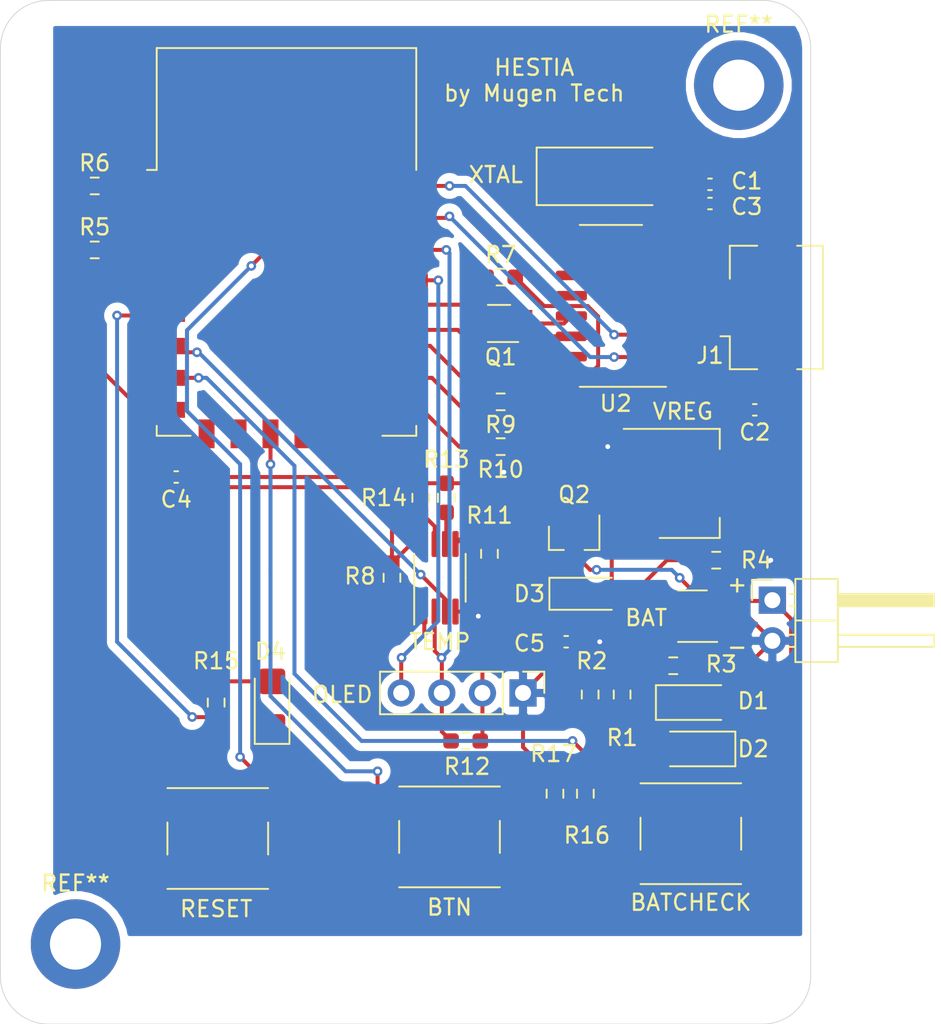
<source format=kicad_pcb>
(kicad_pcb (version 20171130) (host pcbnew "(5.1.9-0-10_14)")

  (general
    (thickness 1.6)
    (drawings 11)
    (tracks 311)
    (zones 0)
    (modules 42)
    (nets 46)
  )

  (page A4)
  (layers
    (0 F.Cu signal)
    (31 B.Cu signal)
    (32 B.Adhes user hide)
    (33 F.Adhes user hide)
    (34 B.Paste user hide)
    (35 F.Paste user hide)
    (36 B.SilkS user hide)
    (37 F.SilkS user)
    (38 B.Mask user hide)
    (39 F.Mask user hide)
    (40 Dwgs.User user hide)
    (41 Cmts.User user hide)
    (42 Eco1.User user hide)
    (43 Eco2.User user hide)
    (44 Edge.Cuts user)
    (45 Margin user hide)
    (46 B.CrtYd user hide)
    (47 F.CrtYd user hide)
    (48 B.Fab user hide)
    (49 F.Fab user hide)
  )

  (setup
    (last_trace_width 0.25)
    (trace_clearance 0.2)
    (zone_clearance 0.508)
    (zone_45_only no)
    (trace_min 0.2)
    (via_size 0.8)
    (via_drill 0.4)
    (via_min_size 0.4)
    (via_min_drill 0.3)
    (user_via 0.6 0.3)
    (uvia_size 0.3)
    (uvia_drill 0.1)
    (uvias_allowed no)
    (uvia_min_size 0.2)
    (uvia_min_drill 0.1)
    (edge_width 0.05)
    (segment_width 0.2)
    (pcb_text_width 0.3)
    (pcb_text_size 1.5 1.5)
    (mod_edge_width 0.12)
    (mod_text_size 1 1)
    (mod_text_width 0.15)
    (pad_size 1.524 1.524)
    (pad_drill 0.762)
    (pad_to_mask_clearance 0)
    (aux_axis_origin 0 0)
    (visible_elements FFFFFF7F)
    (pcbplotparams
      (layerselection 0x01020_ffffffff)
      (usegerberextensions false)
      (usegerberattributes true)
      (usegerberadvancedattributes true)
      (creategerberjobfile true)
      (excludeedgelayer true)
      (linewidth 0.100000)
      (plotframeref false)
      (viasonmask false)
      (mode 1)
      (useauxorigin false)
      (hpglpennumber 1)
      (hpglpenspeed 20)
      (hpglpendiameter 15.000000)
      (psnegative false)
      (psa4output false)
      (plotreference true)
      (plotvalue true)
      (plotinvisibletext false)
      (padsonsilk false)
      (subtractmaskfromsilk false)
      (outputformat 1)
      (mirror false)
      (drillshape 0)
      (scaleselection 1)
      (outputdirectory ""))
  )

  (net 0 "")
  (net 1 GND)
  (net 2 "Net-(C1-Pad1)")
  (net 3 +5V)
  (net 4 "Net-(C3-Pad1)")
  (net 5 +3V3)
  (net 6 VCC)
  (net 7 "Net-(D1-Pad2)")
  (net 8 STAT)
  (net 9 "Net-(D2-Pad2)")
  (net 10 "Net-(D4-Pad2)")
  (net 11 "Net-(J1-Pad2)")
  (net 12 "Net-(J1-Pad3)")
  (net 13 "Net-(J1-Pad4)")
  (net 14 VBAT)
  (net 15 SDA)
  (net 16 SCL)
  (net 17 RESET)
  (net 18 RTS)
  (net 19 DTR)
  (net 20 IO0)
  (net 21 "Net-(R3-Pad1)")
  (net 22 "Net-(R5-Pad2)")
  (net 23 "Net-(R9-Pad2)")
  (net 24 "Net-(R10-Pad1)")
  (net 25 "Net-(R11-Pad1)")
  (net 26 "Net-(R13-Pad1)")
  (net 27 "Net-(R14-Pad1)")
  (net 28 LED)
  (net 29 CHECKBAT)
  (net 30 "Net-(R16-Pad1)")
  (net 31 "Net-(U2-Pad15)")
  (net 32 "Net-(U2-Pad12)")
  (net 33 "Net-(U2-Pad11)")
  (net 34 "Net-(U2-Pad10)")
  (net 35 "Net-(U2-Pad9)")
  (net 36 TX)
  (net 37 RX)
  (net 38 "Net-(U4-Pad14)")
  (net 39 "Net-(U4-Pad13)")
  (net 40 "Net-(U4-Pad12)")
  (net 41 "Net-(U4-Pad10)")
  (net 42 "Net-(U4-Pad9)")
  (net 43 ALERT)
  (net 44 "Net-(U4-Pad2)")
  (net 45 BTN)

  (net_class Default "This is the default net class."
    (clearance 0.2)
    (trace_width 0.25)
    (via_dia 0.8)
    (via_drill 0.4)
    (uvia_dia 0.3)
    (uvia_drill 0.1)
    (add_net +3V3)
    (add_net +5V)
    (add_net ALERT)
    (add_net BTN)
    (add_net CHECKBAT)
    (add_net DTR)
    (add_net GND)
    (add_net IO0)
    (add_net LED)
    (add_net "Net-(C1-Pad1)")
    (add_net "Net-(C3-Pad1)")
    (add_net "Net-(D1-Pad2)")
    (add_net "Net-(D2-Pad2)")
    (add_net "Net-(D4-Pad2)")
    (add_net "Net-(J1-Pad2)")
    (add_net "Net-(J1-Pad3)")
    (add_net "Net-(J1-Pad4)")
    (add_net "Net-(R10-Pad1)")
    (add_net "Net-(R11-Pad1)")
    (add_net "Net-(R13-Pad1)")
    (add_net "Net-(R14-Pad1)")
    (add_net "Net-(R16-Pad1)")
    (add_net "Net-(R3-Pad1)")
    (add_net "Net-(R5-Pad2)")
    (add_net "Net-(R9-Pad2)")
    (add_net "Net-(U2-Pad10)")
    (add_net "Net-(U2-Pad11)")
    (add_net "Net-(U2-Pad12)")
    (add_net "Net-(U2-Pad15)")
    (add_net "Net-(U2-Pad9)")
    (add_net "Net-(U4-Pad10)")
    (add_net "Net-(U4-Pad12)")
    (add_net "Net-(U4-Pad13)")
    (add_net "Net-(U4-Pad14)")
    (add_net "Net-(U4-Pad2)")
    (add_net "Net-(U4-Pad9)")
    (add_net RESET)
    (add_net RTS)
    (add_net RX)
    (add_net SCL)
    (add_net SDA)
    (add_net STAT)
    (add_net TX)
    (add_net VBAT)
    (add_net VCC)
  )

  (module MountingHole:MountingHole_3.2mm_M3_DIN965_Pad (layer F.Cu) (tedit 56D1B4CB) (tstamp 607FCB5F)
    (at 25.9 83)
    (descr "Mounting Hole 3.2mm, M3, DIN965")
    (tags "mounting hole 3.2mm m3 din965")
    (attr virtual)
    (fp_text reference REF** (at 0 -3.8) (layer F.SilkS)
      (effects (font (size 1 1) (thickness 0.15)))
    )
    (fp_text value MountingHole_3.2mm_M3_DIN965_Pad (at 0 3.8) (layer F.Fab)
      (effects (font (size 1 1) (thickness 0.15)))
    )
    (fp_text user %R (at 0.3 0) (layer F.Fab)
      (effects (font (size 1 1) (thickness 0.15)))
    )
    (fp_circle (center 0 0) (end 2.8 0) (layer Cmts.User) (width 0.15))
    (fp_circle (center 0 0) (end 3.05 0) (layer F.CrtYd) (width 0.05))
    (pad 1 thru_hole circle (at 0 0) (size 5.6 5.6) (drill 3.2) (layers *.Cu *.Mask))
  )

  (module MountingHole:MountingHole_3.2mm_M3_DIN965_Pad (layer F.Cu) (tedit 56D1B4CB) (tstamp 607FCB26)
    (at 67.4 29.3)
    (descr "Mounting Hole 3.2mm, M3, DIN965")
    (tags "mounting hole 3.2mm m3 din965")
    (attr virtual)
    (fp_text reference REF** (at 0 -3.8) (layer F.SilkS)
      (effects (font (size 1 1) (thickness 0.15)))
    )
    (fp_text value MountingHole_3.2mm_M3_DIN965_Pad (at 0 3.8) (layer F.Fab)
      (effects (font (size 1 1) (thickness 0.15)))
    )
    (fp_text user %R (at 0.3 0) (layer F.Fab)
      (effects (font (size 1 1) (thickness 0.15)))
    )
    (fp_circle (center 0 0) (end 2.8 0) (layer Cmts.User) (width 0.15))
    (fp_circle (center 0 0) (end 3.05 0) (layer F.CrtYd) (width 0.05))
    (pad 1 thru_hole circle (at 0 0) (size 5.6 5.6) (drill 3.2) (layers *.Cu *.Mask))
  )

  (module fab:Button_Omron_B3SN_6x6mm (layer F.Cu) (tedit 6072FD74) (tstamp 607FA3F0)
    (at 49.3 76.3)
    (descr "Surface Mount Tactile Switch for High-Density Packaging")
    (tags "Tactile Switch")
    (path /60C78A99)
    (attr smd)
    (fp_text reference BTN (at 0 4.4) (layer F.SilkS)
      (effects (font (size 1 1) (thickness 0.15)))
    )
    (fp_text value BUTTON_B3SN (at 0 5.3) (layer F.Fab)
      (effects (font (size 1 1) (thickness 0.15)))
    )
    (fp_text user %R (at 0 -4.5) (layer F.Fab)
      (effects (font (size 1 1) (thickness 0.15)))
    )
    (fp_line (start -3.15 -3.15) (end 3.15 -3.15) (layer F.SilkS) (width 0.12))
    (fp_line (start -3.15 1) (end -3.15 -1) (layer F.SilkS) (width 0.12))
    (fp_line (start 3.15 3.15) (end -3.15 3.15) (layer F.SilkS) (width 0.12))
    (fp_line (start 3.15 -1) (end 3.15 1) (layer F.SilkS) (width 0.12))
    (fp_circle (center 0 0) (end 1.65 0) (layer F.Fab) (width 0.1))
    (fp_line (start -3 -3) (end 3 -3) (layer F.Fab) (width 0.1))
    (fp_line (start 3 -3) (end 3 3) (layer F.Fab) (width 0.1))
    (fp_line (start 3 3) (end -3 3) (layer F.Fab) (width 0.1))
    (fp_line (start -3 3) (end -3 -3) (layer F.Fab) (width 0.1))
    (fp_line (start -5.5 3.5) (end -5.5 -3.5) (layer F.Fab) (width 0.12))
    (fp_line (start 5.5 3.5) (end -5.5 3.5) (layer F.Fab) (width 0.12))
    (fp_line (start 5.5 -3.5) (end 5.5 3.5) (layer F.Fab) (width 0.12))
    (fp_line (start -5.5 -3.5) (end 5.5 -3.5) (layer F.Fab) (width 0.12))
    (pad 1 smd rect (at -3.5 -2) (size 3.5 1.5) (layers F.Cu F.Paste F.Mask)
      (net 45 BTN))
    (pad 1 smd rect (at 3.5 -2) (size 3.5 1.5) (layers F.Cu F.Paste F.Mask)
      (net 45 BTN))
    (pad 2 smd rect (at -3.5 2) (size 3.5 1.5) (layers F.Cu F.Paste F.Mask)
      (net 1 GND))
    (pad 2 smd rect (at 3.5 2) (size 3.5 1.5) (layers F.Cu F.Paste F.Mask)
      (net 1 GND))
    (model ${KISYS3DMOD}/Buttons_Switches_SMD.3dshapes/SW_SPST_B3S-1000.wrl
      (at (xyz 0 0 0))
      (scale (xyz 1 1 1))
      (rotate (xyz 0 0 0))
    )
    (model ":3Dmodels:tact switch SMD 6x6 mm x 4,5mm.step"
      (at (xyz 0 0 0))
      (scale (xyz 1 1 1))
      (rotate (xyz 0 0 0))
    )
  )

  (module Crystal:Crystal_SMD_5032-2Pin_5.0x3.2mm_HandSoldering (layer F.Cu) (tedit 5A0FD1B2) (tstamp 607F61B8)
    (at 59.3 35)
    (descr "SMD Crystal SERIES SMD2520/2 http://www.icbase.com/File/PDF/HKC/HKC00061008.pdf, hand-soldering, 5.0x3.2mm^2 package")
    (tags "SMD SMT crystal hand-soldering")
    (path /607F436A)
    (attr smd)
    (fp_text reference XTAL (at -7.1 -0.1) (layer F.SilkS)
      (effects (font (size 1 1) (thickness 0.15)))
    )
    (fp_text value Crystal (at 0 2.8) (layer F.Fab)
      (effects (font (size 1 1) (thickness 0.15)))
    )
    (fp_text user %R (at 0 0) (layer F.Fab)
      (effects (font (size 1 1) (thickness 0.15)))
    )
    (fp_line (start -2.3 -1.6) (end 2.3 -1.6) (layer F.Fab) (width 0.1))
    (fp_line (start 2.3 -1.6) (end 2.5 -1.4) (layer F.Fab) (width 0.1))
    (fp_line (start 2.5 -1.4) (end 2.5 1.4) (layer F.Fab) (width 0.1))
    (fp_line (start 2.5 1.4) (end 2.3 1.6) (layer F.Fab) (width 0.1))
    (fp_line (start 2.3 1.6) (end -2.3 1.6) (layer F.Fab) (width 0.1))
    (fp_line (start -2.3 1.6) (end -2.5 1.4) (layer F.Fab) (width 0.1))
    (fp_line (start -2.5 1.4) (end -2.5 -1.4) (layer F.Fab) (width 0.1))
    (fp_line (start -2.5 -1.4) (end -2.3 -1.6) (layer F.Fab) (width 0.1))
    (fp_line (start -2.5 0.6) (end -1.5 1.6) (layer F.Fab) (width 0.1))
    (fp_line (start 2.7 -1.8) (end -4.55 -1.8) (layer F.SilkS) (width 0.12))
    (fp_line (start -4.55 -1.8) (end -4.55 1.8) (layer F.SilkS) (width 0.12))
    (fp_line (start -4.55 1.8) (end 2.7 1.8) (layer F.SilkS) (width 0.12))
    (fp_line (start -4.6 -1.9) (end -4.6 1.9) (layer F.CrtYd) (width 0.05))
    (fp_line (start -4.6 1.9) (end 4.6 1.9) (layer F.CrtYd) (width 0.05))
    (fp_line (start 4.6 1.9) (end 4.6 -1.9) (layer F.CrtYd) (width 0.05))
    (fp_line (start 4.6 -1.9) (end -4.6 -1.9) (layer F.CrtYd) (width 0.05))
    (fp_circle (center 0 0) (end 0.4 0) (layer F.Adhes) (width 0.1))
    (fp_circle (center 0 0) (end 0.333333 0) (layer F.Adhes) (width 0.133333))
    (fp_circle (center 0 0) (end 0.213333 0) (layer F.Adhes) (width 0.133333))
    (fp_circle (center 0 0) (end 0.093333 0) (layer F.Adhes) (width 0.186667))
    (pad 2 smd rect (at 2.6 0) (size 3.5 2.4) (layers F.Cu F.Paste F.Mask)
      (net 4 "Net-(C3-Pad1)"))
    (pad 1 smd rect (at -2.6 0) (size 3.5 2.4) (layers F.Cu F.Paste F.Mask)
      (net 2 "Net-(C1-Pad1)"))
    (model ${KISYS3DMOD}/Crystal.3dshapes/Crystal_SMD_5032-2Pin_5.0x3.2mm_HandSoldering.wrl
      (at (xyz 0 0 0))
      (scale (xyz 1 1 1))
      (rotate (xyz 0 0 0))
    )
  )

  (module Package_SO:MSOP-8_3x3mm_P0.65mm (layer F.Cu) (tedit 5E509FDD) (tstamp 607F619D)
    (at 48.7 60.1 90)
    (descr "MSOP, 8 Pin (https://www.jedec.org/system/files/docs/mo-187F.pdf variant AA), generated with kicad-footprint-generator ipc_gullwing_generator.py")
    (tags "MSOP SO")
    (path /607F7A5E)
    (attr smd)
    (fp_text reference TEMP (at -4 0 180) (layer F.SilkS)
      (effects (font (size 1 1) (thickness 0.15)))
    )
    (fp_text value MCP9808_MSOP (at 0 2.45 90) (layer F.Fab)
      (effects (font (size 1 1) (thickness 0.15)))
    )
    (fp_text user %R (at 0 0 90) (layer F.Fab)
      (effects (font (size 0.75 0.75) (thickness 0.11)))
    )
    (fp_line (start 0 1.61) (end 1.5 1.61) (layer F.SilkS) (width 0.12))
    (fp_line (start 0 1.61) (end -1.5 1.61) (layer F.SilkS) (width 0.12))
    (fp_line (start 0 -1.61) (end 1.5 -1.61) (layer F.SilkS) (width 0.12))
    (fp_line (start 0 -1.61) (end -2.925 -1.61) (layer F.SilkS) (width 0.12))
    (fp_line (start -0.75 -1.5) (end 1.5 -1.5) (layer F.Fab) (width 0.1))
    (fp_line (start 1.5 -1.5) (end 1.5 1.5) (layer F.Fab) (width 0.1))
    (fp_line (start 1.5 1.5) (end -1.5 1.5) (layer F.Fab) (width 0.1))
    (fp_line (start -1.5 1.5) (end -1.5 -0.75) (layer F.Fab) (width 0.1))
    (fp_line (start -1.5 -0.75) (end -0.75 -1.5) (layer F.Fab) (width 0.1))
    (fp_line (start -3.18 -1.75) (end -3.18 1.75) (layer F.CrtYd) (width 0.05))
    (fp_line (start -3.18 1.75) (end 3.18 1.75) (layer F.CrtYd) (width 0.05))
    (fp_line (start 3.18 1.75) (end 3.18 -1.75) (layer F.CrtYd) (width 0.05))
    (fp_line (start 3.18 -1.75) (end -3.18 -1.75) (layer F.CrtYd) (width 0.05))
    (pad 8 smd roundrect (at 2.1125 -0.975 90) (size 1.625 0.4) (layers F.Cu F.Paste F.Mask) (roundrect_rratio 0.25)
      (net 5 +3V3))
    (pad 7 smd roundrect (at 2.1125 -0.325 90) (size 1.625 0.4) (layers F.Cu F.Paste F.Mask) (roundrect_rratio 0.25)
      (net 27 "Net-(R14-Pad1)"))
    (pad 6 smd roundrect (at 2.1125 0.325 90) (size 1.625 0.4) (layers F.Cu F.Paste F.Mask) (roundrect_rratio 0.25)
      (net 26 "Net-(R13-Pad1)"))
    (pad 5 smd roundrect (at 2.1125 0.975 90) (size 1.625 0.4) (layers F.Cu F.Paste F.Mask) (roundrect_rratio 0.25)
      (net 25 "Net-(R11-Pad1)"))
    (pad 4 smd roundrect (at -2.1125 0.975 90) (size 1.625 0.4) (layers F.Cu F.Paste F.Mask) (roundrect_rratio 0.25)
      (net 1 GND))
    (pad 3 smd roundrect (at -2.1125 0.325 90) (size 1.625 0.4) (layers F.Cu F.Paste F.Mask) (roundrect_rratio 0.25)
      (net 43 ALERT))
    (pad 2 smd roundrect (at -2.1125 -0.325 90) (size 1.625 0.4) (layers F.Cu F.Paste F.Mask) (roundrect_rratio 0.25)
      (net 16 SCL))
    (pad 1 smd roundrect (at -2.1125 -0.975 90) (size 1.625 0.4) (layers F.Cu F.Paste F.Mask) (roundrect_rratio 0.25)
      (net 15 SDA))
    (model ${KISYS3DMOD}/Package_SO.3dshapes/MSOP-8_3x3mm_P0.65mm.wrl
      (at (xyz 0 0 0))
      (scale (xyz 1 1 1))
      (rotate (xyz 0 0 0))
    )
  )

  (module RF_Module:ESP-12E (layer F.Cu) (tedit 5A030172) (tstamp 607F6183)
    (at 39.1 39.1)
    (descr "Wi-Fi Module, http://wiki.ai-thinker.com/_media/esp8266/docs/aithinker_esp_12f_datasheet_en.pdf")
    (tags "Wi-Fi Module")
    (path /607ECD9F)
    (attr smd)
    (fp_text reference U4 (at -10.1 -6.3) (layer F.SilkS) hide
      (effects (font (size 1 1) (thickness 0.15)))
    )
    (fp_text value ESP-12E (at -0.06 -12.78) (layer F.Fab)
      (effects (font (size 1 1) (thickness 0.15)))
    )
    (fp_text user %R (at 0.49 -0.8) (layer F.Fab)
      (effects (font (size 1 1) (thickness 0.15)))
    )
    (fp_text user "KEEP-OUT ZONE" (at 0.03 -9.55 180) (layer Cmts.User)
      (effects (font (size 1 1) (thickness 0.15)))
    )
    (fp_text user Antenna (at -0.06 -7 180) (layer Cmts.User)
      (effects (font (size 1 1) (thickness 0.15)))
    )
    (fp_line (start -8 -12) (end 8 -12) (layer F.Fab) (width 0.12))
    (fp_line (start 8 -12) (end 8 12) (layer F.Fab) (width 0.12))
    (fp_line (start 8 12) (end -8 12) (layer F.Fab) (width 0.12))
    (fp_line (start -8 12) (end -8 -3) (layer F.Fab) (width 0.12))
    (fp_line (start -8 -3) (end -7.5 -3.5) (layer F.Fab) (width 0.12))
    (fp_line (start -7.5 -3.5) (end -8 -4) (layer F.Fab) (width 0.12))
    (fp_line (start -8 -4) (end -8 -12) (layer F.Fab) (width 0.12))
    (fp_line (start -9.05 -12.2) (end 9.05 -12.2) (layer F.CrtYd) (width 0.05))
    (fp_line (start 9.05 -12.2) (end 9.05 13.1) (layer F.CrtYd) (width 0.05))
    (fp_line (start 9.05 13.1) (end -9.05 13.1) (layer F.CrtYd) (width 0.05))
    (fp_line (start -9.05 13.1) (end -9.05 -12.2) (layer F.CrtYd) (width 0.05))
    (fp_line (start -8.12 -12.12) (end 8.12 -12.12) (layer F.SilkS) (width 0.12))
    (fp_line (start 8.12 -12.12) (end 8.12 -4.5) (layer F.SilkS) (width 0.12))
    (fp_line (start 8.12 11.5) (end 8.12 12.12) (layer F.SilkS) (width 0.12))
    (fp_line (start 8.12 12.12) (end 6 12.12) (layer F.SilkS) (width 0.12))
    (fp_line (start -6 12.12) (end -8.12 12.12) (layer F.SilkS) (width 0.12))
    (fp_line (start -8.12 12.12) (end -8.12 11.5) (layer F.SilkS) (width 0.12))
    (fp_line (start -8.12 -4.5) (end -8.12 -12.12) (layer F.SilkS) (width 0.12))
    (fp_line (start -8.12 -4.5) (end -8.73 -4.5) (layer F.SilkS) (width 0.12))
    (fp_line (start -8.12 -12.12) (end 8.12 -12.12) (layer Dwgs.User) (width 0.12))
    (fp_line (start 8.12 -12.12) (end 8.12 -4.8) (layer Dwgs.User) (width 0.12))
    (fp_line (start 8.12 -4.8) (end -8.12 -4.8) (layer Dwgs.User) (width 0.12))
    (fp_line (start -8.12 -4.8) (end -8.12 -12.12) (layer Dwgs.User) (width 0.12))
    (fp_line (start -8.12 -9.12) (end -5.12 -12.12) (layer Dwgs.User) (width 0.12))
    (fp_line (start -8.12 -6.12) (end -2.12 -12.12) (layer Dwgs.User) (width 0.12))
    (fp_line (start -6.44 -4.8) (end 0.88 -12.12) (layer Dwgs.User) (width 0.12))
    (fp_line (start -3.44 -4.8) (end 3.88 -12.12) (layer Dwgs.User) (width 0.12))
    (fp_line (start -0.44 -4.8) (end 6.88 -12.12) (layer Dwgs.User) (width 0.12))
    (fp_line (start 2.56 -4.8) (end 8.12 -10.36) (layer Dwgs.User) (width 0.12))
    (fp_line (start 5.56 -4.8) (end 8.12 -7.36) (layer Dwgs.User) (width 0.12))
    (pad 22 smd rect (at 7.6 -3.5) (size 2.5 1) (layers F.Cu F.Paste F.Mask)
      (net 36 TX))
    (pad 21 smd rect (at 7.6 -1.5) (size 2.5 1) (layers F.Cu F.Paste F.Mask)
      (net 37 RX))
    (pad 20 smd rect (at 7.6 0.5) (size 2.5 1) (layers F.Cu F.Paste F.Mask)
      (net 16 SCL))
    (pad 19 smd rect (at 7.6 2.5) (size 2.5 1) (layers F.Cu F.Paste F.Mask)
      (net 15 SDA))
    (pad 18 smd rect (at 7.6 4.5) (size 2.5 1) (layers F.Cu F.Paste F.Mask)
      (net 20 IO0))
    (pad 17 smd rect (at 7.6 6.5) (size 2.5 1) (layers F.Cu F.Paste F.Mask)
      (net 23 "Net-(R9-Pad2)"))
    (pad 16 smd rect (at 7.6 8.5) (size 2.5 1) (layers F.Cu F.Paste F.Mask)
      (net 24 "Net-(R10-Pad1)"))
    (pad 15 smd rect (at 7.6 10.5) (size 2.5 1) (layers F.Cu F.Paste F.Mask)
      (net 1 GND))
    (pad 14 smd rect (at 5 12) (size 1 1.8) (layers F.Cu F.Paste F.Mask)
      (net 38 "Net-(U4-Pad14)"))
    (pad 13 smd rect (at 3 12) (size 1 1.8) (layers F.Cu F.Paste F.Mask)
      (net 39 "Net-(U4-Pad13)"))
    (pad 12 smd rect (at 1 12) (size 1 1.8) (layers F.Cu F.Paste F.Mask)
      (net 40 "Net-(U4-Pad12)"))
    (pad 11 smd rect (at -1 12) (size 1 1.8) (layers F.Cu F.Paste F.Mask)
      (net 45 BTN))
    (pad 10 smd rect (at -3 12) (size 1 1.8) (layers F.Cu F.Paste F.Mask)
      (net 41 "Net-(U4-Pad10)"))
    (pad 9 smd rect (at -5 12) (size 1 1.8) (layers F.Cu F.Paste F.Mask)
      (net 42 "Net-(U4-Pad9)"))
    (pad 8 smd rect (at -7.6 10.5) (size 2.5 1) (layers F.Cu F.Paste F.Mask)
      (net 5 +3V3))
    (pad 7 smd rect (at -7.6 8.5) (size 2.5 1) (layers F.Cu F.Paste F.Mask)
      (net 29 CHECKBAT))
    (pad 6 smd rect (at -7.6 6.5) (size 2.5 1) (layers F.Cu F.Paste F.Mask)
      (net 43 ALERT))
    (pad 5 smd rect (at -7.6 4.5) (size 2.5 1) (layers F.Cu F.Paste F.Mask)
      (net 28 LED))
    (pad 4 smd rect (at -7.6 2.5) (size 2.5 1) (layers F.Cu F.Paste F.Mask)
      (net 17 RESET))
    (pad 3 smd rect (at -7.6 0.5) (size 2.5 1) (layers F.Cu F.Paste F.Mask)
      (net 22 "Net-(R5-Pad2)"))
    (pad 2 smd rect (at -7.6 -1.5) (size 2.5 1) (layers F.Cu F.Paste F.Mask)
      (net 44 "Net-(U4-Pad2)"))
    (pad 1 smd rect (at -7.6 -3.5) (size 2.5 1) (layers F.Cu F.Paste F.Mask)
      (net 17 RESET))
    (model ${KISYS3DMOD}/RF_Module.3dshapes/ESP-12E.wrl
      (at (xyz 0 0 0))
      (scale (xyz 1 1 1))
      (rotate (xyz 0 0 0))
    )
  )

  (module Package_TO_SOT_SMD:SOT-23-5 (layer F.Cu) (tedit 5A02FF57) (tstamp 607F8188)
    (at 64.5 62.5 180)
    (descr "5-pin SOT23 package")
    (tags SOT-23-5)
    (path /607EFD7D)
    (attr smd)
    (fp_text reference BAT (at 2.9 -0.1) (layer F.SilkS)
      (effects (font (size 1 1) (thickness 0.15)))
    )
    (fp_text value MCP73831-2-OT (at 0 2.9) (layer F.Fab)
      (effects (font (size 1 1) (thickness 0.15)))
    )
    (fp_text user %R (at 0 0 90) (layer F.Fab)
      (effects (font (size 0.5 0.5) (thickness 0.075)))
    )
    (fp_line (start -0.9 1.61) (end 0.9 1.61) (layer F.SilkS) (width 0.12))
    (fp_line (start 0.9 -1.61) (end -1.55 -1.61) (layer F.SilkS) (width 0.12))
    (fp_line (start -1.9 -1.8) (end 1.9 -1.8) (layer F.CrtYd) (width 0.05))
    (fp_line (start 1.9 -1.8) (end 1.9 1.8) (layer F.CrtYd) (width 0.05))
    (fp_line (start 1.9 1.8) (end -1.9 1.8) (layer F.CrtYd) (width 0.05))
    (fp_line (start -1.9 1.8) (end -1.9 -1.8) (layer F.CrtYd) (width 0.05))
    (fp_line (start -0.9 -0.9) (end -0.25 -1.55) (layer F.Fab) (width 0.1))
    (fp_line (start 0.9 -1.55) (end -0.25 -1.55) (layer F.Fab) (width 0.1))
    (fp_line (start -0.9 -0.9) (end -0.9 1.55) (layer F.Fab) (width 0.1))
    (fp_line (start 0.9 1.55) (end -0.9 1.55) (layer F.Fab) (width 0.1))
    (fp_line (start 0.9 -1.55) (end 0.9 1.55) (layer F.Fab) (width 0.1))
    (pad 5 smd rect (at 1.1 -0.95 180) (size 1.06 0.65) (layers F.Cu F.Paste F.Mask)
      (net 21 "Net-(R3-Pad1)"))
    (pad 4 smd rect (at 1.1 0.95 180) (size 1.06 0.65) (layers F.Cu F.Paste F.Mask)
      (net 3 +5V))
    (pad 3 smd rect (at -1.1 0.95 180) (size 1.06 0.65) (layers F.Cu F.Paste F.Mask)
      (net 14 VBAT))
    (pad 2 smd rect (at -1.1 0 180) (size 1.06 0.65) (layers F.Cu F.Paste F.Mask)
      (net 1 GND))
    (pad 1 smd rect (at -1.1 -0.95 180) (size 1.06 0.65) (layers F.Cu F.Paste F.Mask)
      (net 8 STAT))
    (model ${KISYS3DMOD}/Package_TO_SOT_SMD.3dshapes/SOT-23-5.wrl
      (at (xyz 0 0 0))
      (scale (xyz 1 1 1))
      (rotate (xyz 0 0 0))
    )
  )

  (module Package_SO:SOIC-16_3.9x9.9mm_P1.27mm (layer F.Cu) (tedit 5D9F72B1) (tstamp 607F6133)
    (at 59.4 43.1 180)
    (descr "SOIC, 16 Pin (JEDEC MS-012AC, https://www.analog.com/media/en/package-pcb-resources/package/pkg_pdf/soic_narrow-r/r_16.pdf), generated with kicad-footprint-generator ipc_gullwing_generator.py")
    (tags "SOIC SO")
    (path /607EE7CA)
    (attr smd)
    (fp_text reference U2 (at -0.3 -6.1) (layer F.SilkS)
      (effects (font (size 1 1) (thickness 0.15)))
    )
    (fp_text value CH340G (at 0 5.9) (layer F.Fab)
      (effects (font (size 1 1) (thickness 0.15)))
    )
    (fp_text user %R (at 0 0) (layer F.Fab)
      (effects (font (size 0.98 0.98) (thickness 0.15)))
    )
    (fp_line (start 0 5.06) (end 1.95 5.06) (layer F.SilkS) (width 0.12))
    (fp_line (start 0 5.06) (end -1.95 5.06) (layer F.SilkS) (width 0.12))
    (fp_line (start 0 -5.06) (end 1.95 -5.06) (layer F.SilkS) (width 0.12))
    (fp_line (start 0 -5.06) (end -3.45 -5.06) (layer F.SilkS) (width 0.12))
    (fp_line (start -0.975 -4.95) (end 1.95 -4.95) (layer F.Fab) (width 0.1))
    (fp_line (start 1.95 -4.95) (end 1.95 4.95) (layer F.Fab) (width 0.1))
    (fp_line (start 1.95 4.95) (end -1.95 4.95) (layer F.Fab) (width 0.1))
    (fp_line (start -1.95 4.95) (end -1.95 -3.975) (layer F.Fab) (width 0.1))
    (fp_line (start -1.95 -3.975) (end -0.975 -4.95) (layer F.Fab) (width 0.1))
    (fp_line (start -3.7 -5.2) (end -3.7 5.2) (layer F.CrtYd) (width 0.05))
    (fp_line (start -3.7 5.2) (end 3.7 5.2) (layer F.CrtYd) (width 0.05))
    (fp_line (start 3.7 5.2) (end 3.7 -5.2) (layer F.CrtYd) (width 0.05))
    (fp_line (start 3.7 -5.2) (end -3.7 -5.2) (layer F.CrtYd) (width 0.05))
    (pad 16 smd roundrect (at 2.475 -4.445 180) (size 1.95 0.6) (layers F.Cu F.Paste F.Mask) (roundrect_rratio 0.25)
      (net 5 +3V3))
    (pad 15 smd roundrect (at 2.475 -3.175 180) (size 1.95 0.6) (layers F.Cu F.Paste F.Mask) (roundrect_rratio 0.25)
      (net 31 "Net-(U2-Pad15)"))
    (pad 14 smd roundrect (at 2.475 -1.905 180) (size 1.95 0.6) (layers F.Cu F.Paste F.Mask) (roundrect_rratio 0.25)
      (net 18 RTS))
    (pad 13 smd roundrect (at 2.475 -0.635 180) (size 1.95 0.6) (layers F.Cu F.Paste F.Mask) (roundrect_rratio 0.25)
      (net 19 DTR))
    (pad 12 smd roundrect (at 2.475 0.635 180) (size 1.95 0.6) (layers F.Cu F.Paste F.Mask) (roundrect_rratio 0.25)
      (net 32 "Net-(U2-Pad12)"))
    (pad 11 smd roundrect (at 2.475 1.905 180) (size 1.95 0.6) (layers F.Cu F.Paste F.Mask) (roundrect_rratio 0.25)
      (net 33 "Net-(U2-Pad11)"))
    (pad 10 smd roundrect (at 2.475 3.175 180) (size 1.95 0.6) (layers F.Cu F.Paste F.Mask) (roundrect_rratio 0.25)
      (net 34 "Net-(U2-Pad10)"))
    (pad 9 smd roundrect (at 2.475 4.445 180) (size 1.95 0.6) (layers F.Cu F.Paste F.Mask) (roundrect_rratio 0.25)
      (net 35 "Net-(U2-Pad9)"))
    (pad 8 smd roundrect (at -2.475 4.445 180) (size 1.95 0.6) (layers F.Cu F.Paste F.Mask) (roundrect_rratio 0.25)
      (net 4 "Net-(C3-Pad1)"))
    (pad 7 smd roundrect (at -2.475 3.175 180) (size 1.95 0.6) (layers F.Cu F.Paste F.Mask) (roundrect_rratio 0.25)
      (net 2 "Net-(C1-Pad1)"))
    (pad 6 smd roundrect (at -2.475 1.905 180) (size 1.95 0.6) (layers F.Cu F.Paste F.Mask) (roundrect_rratio 0.25)
      (net 11 "Net-(J1-Pad2)"))
    (pad 5 smd roundrect (at -2.475 0.635 180) (size 1.95 0.6) (layers F.Cu F.Paste F.Mask) (roundrect_rratio 0.25)
      (net 12 "Net-(J1-Pad3)"))
    (pad 4 smd roundrect (at -2.475 -0.635 180) (size 1.95 0.6) (layers F.Cu F.Paste F.Mask) (roundrect_rratio 0.25)
      (net 5 +3V3))
    (pad 3 smd roundrect (at -2.475 -1.905 180) (size 1.95 0.6) (layers F.Cu F.Paste F.Mask) (roundrect_rratio 0.25)
      (net 36 TX))
    (pad 2 smd roundrect (at -2.475 -3.175 180) (size 1.95 0.6) (layers F.Cu F.Paste F.Mask) (roundrect_rratio 0.25)
      (net 37 RX))
    (pad 1 smd roundrect (at -2.475 -4.445 180) (size 1.95 0.6) (layers F.Cu F.Paste F.Mask) (roundrect_rratio 0.25)
      (net 1 GND))
    (model ${KISYS3DMOD}/Package_SO.3dshapes/SOIC-16_3.9x9.9mm_P1.27mm.wrl
      (at (xyz 0 0 0))
      (scale (xyz 1 1 1))
      (rotate (xyz 0 0 0))
    )
  )

  (module Package_TO_SOT_SMD:SOT-223 (layer F.Cu) (tedit 5A02FF57) (tstamp 607F6111)
    (at 64.3 54.2)
    (descr "module CMS SOT223 4 pins")
    (tags "CMS SOT")
    (path /607FEC36)
    (attr smd)
    (fp_text reference VREG (at -0.4 -4.5) (layer F.SilkS)
      (effects (font (size 1 1) (thickness 0.15)))
    )
    (fp_text value LM1117-3.3 (at 0 4.5) (layer F.Fab)
      (effects (font (size 1 1) (thickness 0.15)))
    )
    (fp_text user %R (at 0 0 90) (layer F.Fab)
      (effects (font (size 0.8 0.8) (thickness 0.12)))
    )
    (fp_line (start -1.85 -2.3) (end -0.8 -3.35) (layer F.Fab) (width 0.1))
    (fp_line (start 1.91 3.41) (end 1.91 2.15) (layer F.SilkS) (width 0.12))
    (fp_line (start 1.91 -3.41) (end 1.91 -2.15) (layer F.SilkS) (width 0.12))
    (fp_line (start 4.4 -3.6) (end -4.4 -3.6) (layer F.CrtYd) (width 0.05))
    (fp_line (start 4.4 3.6) (end 4.4 -3.6) (layer F.CrtYd) (width 0.05))
    (fp_line (start -4.4 3.6) (end 4.4 3.6) (layer F.CrtYd) (width 0.05))
    (fp_line (start -4.4 -3.6) (end -4.4 3.6) (layer F.CrtYd) (width 0.05))
    (fp_line (start -1.85 -2.3) (end -1.85 3.35) (layer F.Fab) (width 0.1))
    (fp_line (start -1.85 3.41) (end 1.91 3.41) (layer F.SilkS) (width 0.12))
    (fp_line (start -0.8 -3.35) (end 1.85 -3.35) (layer F.Fab) (width 0.1))
    (fp_line (start -4.1 -3.41) (end 1.91 -3.41) (layer F.SilkS) (width 0.12))
    (fp_line (start -1.85 3.35) (end 1.85 3.35) (layer F.Fab) (width 0.1))
    (fp_line (start 1.85 -3.35) (end 1.85 3.35) (layer F.Fab) (width 0.1))
    (pad 1 smd rect (at -3.15 -2.3) (size 2 1.5) (layers F.Cu F.Paste F.Mask)
      (net 1 GND))
    (pad 3 smd rect (at -3.15 2.3) (size 2 1.5) (layers F.Cu F.Paste F.Mask)
      (net 6 VCC))
    (pad 2 smd rect (at -3.15 0) (size 2 1.5) (layers F.Cu F.Paste F.Mask)
      (net 5 +3V3))
    (pad 4 smd rect (at 3.15 0) (size 2 3.8) (layers F.Cu F.Paste F.Mask))
    (model ${KISYS3DMOD}/Package_TO_SOT_SMD.3dshapes/SOT-223.wrl
      (at (xyz 0 0 0))
      (scale (xyz 1 1 1))
      (rotate (xyz 0 0 0))
    )
  )

  (module fab:Button_Omron_B3SN_6x6mm (layer F.Cu) (tedit 6072FD74) (tstamp 607F60FB)
    (at 64.4 76.1 180)
    (descr "Surface Mount Tactile Switch for High-Density Packaging")
    (tags "Tactile Switch")
    (path /6091E7C7)
    (attr smd)
    (fp_text reference BATCHECK (at 0 -4.3) (layer F.SilkS)
      (effects (font (size 1 1) (thickness 0.15)))
    )
    (fp_text value BUTTON_B3SN (at 0 5.3) (layer F.Fab)
      (effects (font (size 1 1) (thickness 0.15)))
    )
    (fp_text user %R (at 0 -4.5) (layer F.Fab)
      (effects (font (size 1 1) (thickness 0.15)))
    )
    (fp_line (start -3.15 -3.15) (end 3.15 -3.15) (layer F.SilkS) (width 0.12))
    (fp_line (start -3.15 1) (end -3.15 -1) (layer F.SilkS) (width 0.12))
    (fp_line (start 3.15 3.15) (end -3.15 3.15) (layer F.SilkS) (width 0.12))
    (fp_line (start 3.15 -1) (end 3.15 1) (layer F.SilkS) (width 0.12))
    (fp_circle (center 0 0) (end 1.65 0) (layer F.Fab) (width 0.1))
    (fp_line (start -3 -3) (end 3 -3) (layer F.Fab) (width 0.1))
    (fp_line (start 3 -3) (end 3 3) (layer F.Fab) (width 0.1))
    (fp_line (start 3 3) (end -3 3) (layer F.Fab) (width 0.1))
    (fp_line (start -3 3) (end -3 -3) (layer F.Fab) (width 0.1))
    (fp_line (start -5.5 3.5) (end -5.5 -3.5) (layer F.Fab) (width 0.12))
    (fp_line (start 5.5 3.5) (end -5.5 3.5) (layer F.Fab) (width 0.12))
    (fp_line (start 5.5 -3.5) (end 5.5 3.5) (layer F.Fab) (width 0.12))
    (fp_line (start -5.5 -3.5) (end 5.5 -3.5) (layer F.Fab) (width 0.12))
    (pad 1 smd rect (at -3.5 -2 180) (size 3.5 1.5) (layers F.Cu F.Paste F.Mask)
      (net 14 VBAT))
    (pad 1 smd rect (at 3.5 -2 180) (size 3.5 1.5) (layers F.Cu F.Paste F.Mask)
      (net 14 VBAT))
    (pad 2 smd rect (at -3.5 2 180) (size 3.5 1.5) (layers F.Cu F.Paste F.Mask)
      (net 30 "Net-(R16-Pad1)"))
    (pad 2 smd rect (at 3.5 2 180) (size 3.5 1.5) (layers F.Cu F.Paste F.Mask)
      (net 30 "Net-(R16-Pad1)"))
    (model ${KISYS3DMOD}/Buttons_Switches_SMD.3dshapes/SW_SPST_B3S-1000.wrl
      (at (xyz 0 0 0))
      (scale (xyz 1 1 1))
      (rotate (xyz 0 0 0))
    )
    (model ":3Dmodels:tact switch SMD 6x6 mm x 4,5mm.step"
      (at (xyz 0 0 0))
      (scale (xyz 1 1 1))
      (rotate (xyz 0 0 0))
    )
  )

  (module fab:Button_Omron_B3SN_6x6mm (layer F.Cu) (tedit 6072FD74) (tstamp 607F60E5)
    (at 34.8 76.4)
    (descr "Surface Mount Tactile Switch for High-Density Packaging")
    (tags "Tactile Switch")
    (path /607FC406)
    (attr smd)
    (fp_text reference RESET (at -0.1 4.4) (layer F.SilkS)
      (effects (font (size 1 1) (thickness 0.15)))
    )
    (fp_text value BUTTON_B3SN (at 0 5.3) (layer F.Fab)
      (effects (font (size 1 1) (thickness 0.15)))
    )
    (fp_text user %R (at 0 -4.5) (layer F.Fab)
      (effects (font (size 1 1) (thickness 0.15)))
    )
    (fp_line (start -3.15 -3.15) (end 3.15 -3.15) (layer F.SilkS) (width 0.12))
    (fp_line (start -3.15 1) (end -3.15 -1) (layer F.SilkS) (width 0.12))
    (fp_line (start 3.15 3.15) (end -3.15 3.15) (layer F.SilkS) (width 0.12))
    (fp_line (start 3.15 -1) (end 3.15 1) (layer F.SilkS) (width 0.12))
    (fp_circle (center 0 0) (end 1.65 0) (layer F.Fab) (width 0.1))
    (fp_line (start -3 -3) (end 3 -3) (layer F.Fab) (width 0.1))
    (fp_line (start 3 -3) (end 3 3) (layer F.Fab) (width 0.1))
    (fp_line (start 3 3) (end -3 3) (layer F.Fab) (width 0.1))
    (fp_line (start -3 3) (end -3 -3) (layer F.Fab) (width 0.1))
    (fp_line (start -5.5 3.5) (end -5.5 -3.5) (layer F.Fab) (width 0.12))
    (fp_line (start 5.5 3.5) (end -5.5 3.5) (layer F.Fab) (width 0.12))
    (fp_line (start 5.5 -3.5) (end 5.5 3.5) (layer F.Fab) (width 0.12))
    (fp_line (start -5.5 -3.5) (end 5.5 -3.5) (layer F.Fab) (width 0.12))
    (pad 1 smd rect (at -3.5 -2) (size 3.5 1.5) (layers F.Cu F.Paste F.Mask)
      (net 17 RESET))
    (pad 1 smd rect (at 3.5 -2) (size 3.5 1.5) (layers F.Cu F.Paste F.Mask)
      (net 17 RESET))
    (pad 2 smd rect (at -3.5 2) (size 3.5 1.5) (layers F.Cu F.Paste F.Mask)
      (net 1 GND))
    (pad 2 smd rect (at 3.5 2) (size 3.5 1.5) (layers F.Cu F.Paste F.Mask)
      (net 1 GND))
    (model ${KISYS3DMOD}/Buttons_Switches_SMD.3dshapes/SW_SPST_B3S-1000.wrl
      (at (xyz 0 0 0))
      (scale (xyz 1 1 1))
      (rotate (xyz 0 0 0))
    )
    (model ":3Dmodels:tact switch SMD 6x6 mm x 4,5mm.step"
      (at (xyz 0 0 0))
      (scale (xyz 1 1 1))
      (rotate (xyz 0 0 0))
    )
  )

  (module Resistor_SMD:R_0603_1608Metric_Pad0.98x0.95mm_HandSolder (layer F.Cu) (tedit 5F68FEEE) (tstamp 607F60CF)
    (at 55.9 73.6 90)
    (descr "Resistor SMD 0603 (1608 Metric), square (rectangular) end terminal, IPC_7351 nominal with elongated pad for handsoldering. (Body size source: IPC-SM-782 page 72, https://www.pcb-3d.com/wordpress/wp-content/uploads/ipc-sm-782a_amendment_1_and_2.pdf), generated with kicad-footprint-generator")
    (tags "resistor handsolder")
    (path /6091FFBF)
    (attr smd)
    (fp_text reference R17 (at 2.5 -0.1 180) (layer F.SilkS)
      (effects (font (size 1 1) (thickness 0.15)))
    )
    (fp_text value 2.2K (at 0 1.43 90) (layer F.Fab)
      (effects (font (size 1 1) (thickness 0.15)))
    )
    (fp_text user %R (at 0 0 90) (layer F.Fab)
      (effects (font (size 0.4 0.4) (thickness 0.06)))
    )
    (fp_line (start -0.8 0.4125) (end -0.8 -0.4125) (layer F.Fab) (width 0.1))
    (fp_line (start -0.8 -0.4125) (end 0.8 -0.4125) (layer F.Fab) (width 0.1))
    (fp_line (start 0.8 -0.4125) (end 0.8 0.4125) (layer F.Fab) (width 0.1))
    (fp_line (start 0.8 0.4125) (end -0.8 0.4125) (layer F.Fab) (width 0.1))
    (fp_line (start -0.254724 -0.5225) (end 0.254724 -0.5225) (layer F.SilkS) (width 0.12))
    (fp_line (start -0.254724 0.5225) (end 0.254724 0.5225) (layer F.SilkS) (width 0.12))
    (fp_line (start -1.65 0.73) (end -1.65 -0.73) (layer F.CrtYd) (width 0.05))
    (fp_line (start -1.65 -0.73) (end 1.65 -0.73) (layer F.CrtYd) (width 0.05))
    (fp_line (start 1.65 -0.73) (end 1.65 0.73) (layer F.CrtYd) (width 0.05))
    (fp_line (start 1.65 0.73) (end -1.65 0.73) (layer F.CrtYd) (width 0.05))
    (pad 2 smd roundrect (at 0.9125 0 90) (size 0.975 0.95) (layers F.Cu F.Paste F.Mask) (roundrect_rratio 0.25)
      (net 1 GND))
    (pad 1 smd roundrect (at -0.9125 0 90) (size 0.975 0.95) (layers F.Cu F.Paste F.Mask) (roundrect_rratio 0.25)
      (net 29 CHECKBAT))
    (model ${KISYS3DMOD}/Resistor_SMD.3dshapes/R_0603_1608Metric.wrl
      (at (xyz 0 0 0))
      (scale (xyz 1 1 1))
      (rotate (xyz 0 0 0))
    )
  )

  (module Resistor_SMD:R_0603_1608Metric_Pad0.98x0.95mm_HandSolder (layer F.Cu) (tedit 5F68FEEE) (tstamp 607F60BE)
    (at 57.8 73.6 90)
    (descr "Resistor SMD 0603 (1608 Metric), square (rectangular) end terminal, IPC_7351 nominal with elongated pad for handsoldering. (Body size source: IPC-SM-782 page 72, https://www.pcb-3d.com/wordpress/wp-content/uploads/ipc-sm-782a_amendment_1_and_2.pdf), generated with kicad-footprint-generator")
    (tags "resistor handsolder")
    (path /6091F416)
    (attr smd)
    (fp_text reference R16 (at -2.6 0.1 180) (layer F.SilkS)
      (effects (font (size 1 1) (thickness 0.15)))
    )
    (fp_text value 6.8K (at 0 1.43 90) (layer F.Fab)
      (effects (font (size 1 1) (thickness 0.15)))
    )
    (fp_text user %R (at 0 0 90) (layer F.Fab)
      (effects (font (size 0.4 0.4) (thickness 0.06)))
    )
    (fp_line (start -0.8 0.4125) (end -0.8 -0.4125) (layer F.Fab) (width 0.1))
    (fp_line (start -0.8 -0.4125) (end 0.8 -0.4125) (layer F.Fab) (width 0.1))
    (fp_line (start 0.8 -0.4125) (end 0.8 0.4125) (layer F.Fab) (width 0.1))
    (fp_line (start 0.8 0.4125) (end -0.8 0.4125) (layer F.Fab) (width 0.1))
    (fp_line (start -0.254724 -0.5225) (end 0.254724 -0.5225) (layer F.SilkS) (width 0.12))
    (fp_line (start -0.254724 0.5225) (end 0.254724 0.5225) (layer F.SilkS) (width 0.12))
    (fp_line (start -1.65 0.73) (end -1.65 -0.73) (layer F.CrtYd) (width 0.05))
    (fp_line (start -1.65 -0.73) (end 1.65 -0.73) (layer F.CrtYd) (width 0.05))
    (fp_line (start 1.65 -0.73) (end 1.65 0.73) (layer F.CrtYd) (width 0.05))
    (fp_line (start 1.65 0.73) (end -1.65 0.73) (layer F.CrtYd) (width 0.05))
    (pad 2 smd roundrect (at 0.9125 0 90) (size 0.975 0.95) (layers F.Cu F.Paste F.Mask) (roundrect_rratio 0.25)
      (net 29 CHECKBAT))
    (pad 1 smd roundrect (at -0.9125 0 90) (size 0.975 0.95) (layers F.Cu F.Paste F.Mask) (roundrect_rratio 0.25)
      (net 30 "Net-(R16-Pad1)"))
    (model ${KISYS3DMOD}/Resistor_SMD.3dshapes/R_0603_1608Metric.wrl
      (at (xyz 0 0 0))
      (scale (xyz 1 1 1))
      (rotate (xyz 0 0 0))
    )
  )

  (module Resistor_SMD:R_0603_1608Metric_Pad0.98x0.95mm_HandSolder (layer F.Cu) (tedit 5F68FEEE) (tstamp 607F60AD)
    (at 34.7 67.9 270)
    (descr "Resistor SMD 0603 (1608 Metric), square (rectangular) end terminal, IPC_7351 nominal with elongated pad for handsoldering. (Body size source: IPC-SM-782 page 72, https://www.pcb-3d.com/wordpress/wp-content/uploads/ipc-sm-782a_amendment_1_and_2.pdf), generated with kicad-footprint-generator")
    (tags "resistor handsolder")
    (path /60BAABBC)
    (attr smd)
    (fp_text reference R15 (at -2.6 0 180) (layer F.SilkS)
      (effects (font (size 1 1) (thickness 0.15)))
    )
    (fp_text value 470 (at 0 1.43 90) (layer F.Fab)
      (effects (font (size 1 1) (thickness 0.15)))
    )
    (fp_text user %R (at 0 0 90) (layer F.Fab)
      (effects (font (size 0.4 0.4) (thickness 0.06)))
    )
    (fp_line (start -0.8 0.4125) (end -0.8 -0.4125) (layer F.Fab) (width 0.1))
    (fp_line (start -0.8 -0.4125) (end 0.8 -0.4125) (layer F.Fab) (width 0.1))
    (fp_line (start 0.8 -0.4125) (end 0.8 0.4125) (layer F.Fab) (width 0.1))
    (fp_line (start 0.8 0.4125) (end -0.8 0.4125) (layer F.Fab) (width 0.1))
    (fp_line (start -0.254724 -0.5225) (end 0.254724 -0.5225) (layer F.SilkS) (width 0.12))
    (fp_line (start -0.254724 0.5225) (end 0.254724 0.5225) (layer F.SilkS) (width 0.12))
    (fp_line (start -1.65 0.73) (end -1.65 -0.73) (layer F.CrtYd) (width 0.05))
    (fp_line (start -1.65 -0.73) (end 1.65 -0.73) (layer F.CrtYd) (width 0.05))
    (fp_line (start 1.65 -0.73) (end 1.65 0.73) (layer F.CrtYd) (width 0.05))
    (fp_line (start 1.65 0.73) (end -1.65 0.73) (layer F.CrtYd) (width 0.05))
    (pad 2 smd roundrect (at 0.9125 0 270) (size 0.975 0.95) (layers F.Cu F.Paste F.Mask) (roundrect_rratio 0.25)
      (net 28 LED))
    (pad 1 smd roundrect (at -0.9125 0 270) (size 0.975 0.95) (layers F.Cu F.Paste F.Mask) (roundrect_rratio 0.25)
      (net 10 "Net-(D4-Pad2)"))
    (model ${KISYS3DMOD}/Resistor_SMD.3dshapes/R_0603_1608Metric.wrl
      (at (xyz 0 0 0))
      (scale (xyz 1 1 1))
      (rotate (xyz 0 0 0))
    )
  )

  (module Resistor_SMD:R_0603_1608Metric_Pad0.98x0.95mm_HandSolder (layer F.Cu) (tedit 5F68FEEE) (tstamp 607F609C)
    (at 47.5 55.1 90)
    (descr "Resistor SMD 0603 (1608 Metric), square (rectangular) end terminal, IPC_7351 nominal with elongated pad for handsoldering. (Body size source: IPC-SM-782 page 72, https://www.pcb-3d.com/wordpress/wp-content/uploads/ipc-sm-782a_amendment_1_and_2.pdf), generated with kicad-footprint-generator")
    (tags "resistor handsolder")
    (path /60B44674)
    (attr smd)
    (fp_text reference R14 (at 0 -2.3 180) (layer F.SilkS)
      (effects (font (size 1 1) (thickness 0.15)))
    )
    (fp_text value 10K (at 0 1.43 90) (layer F.Fab)
      (effects (font (size 1 1) (thickness 0.15)))
    )
    (fp_text user %R (at 0 0 90) (layer F.Fab)
      (effects (font (size 0.4 0.4) (thickness 0.06)))
    )
    (fp_line (start -0.8 0.4125) (end -0.8 -0.4125) (layer F.Fab) (width 0.1))
    (fp_line (start -0.8 -0.4125) (end 0.8 -0.4125) (layer F.Fab) (width 0.1))
    (fp_line (start 0.8 -0.4125) (end 0.8 0.4125) (layer F.Fab) (width 0.1))
    (fp_line (start 0.8 0.4125) (end -0.8 0.4125) (layer F.Fab) (width 0.1))
    (fp_line (start -0.254724 -0.5225) (end 0.254724 -0.5225) (layer F.SilkS) (width 0.12))
    (fp_line (start -0.254724 0.5225) (end 0.254724 0.5225) (layer F.SilkS) (width 0.12))
    (fp_line (start -1.65 0.73) (end -1.65 -0.73) (layer F.CrtYd) (width 0.05))
    (fp_line (start -1.65 -0.73) (end 1.65 -0.73) (layer F.CrtYd) (width 0.05))
    (fp_line (start 1.65 -0.73) (end 1.65 0.73) (layer F.CrtYd) (width 0.05))
    (fp_line (start 1.65 0.73) (end -1.65 0.73) (layer F.CrtYd) (width 0.05))
    (pad 2 smd roundrect (at 0.9125 0 90) (size 0.975 0.95) (layers F.Cu F.Paste F.Mask) (roundrect_rratio 0.25)
      (net 5 +3V3))
    (pad 1 smd roundrect (at -0.9125 0 90) (size 0.975 0.95) (layers F.Cu F.Paste F.Mask) (roundrect_rratio 0.25)
      (net 27 "Net-(R14-Pad1)"))
    (model ${KISYS3DMOD}/Resistor_SMD.3dshapes/R_0603_1608Metric.wrl
      (at (xyz 0 0 0))
      (scale (xyz 1 1 1))
      (rotate (xyz 0 0 0))
    )
  )

  (module Resistor_SMD:R_0603_1608Metric_Pad0.98x0.95mm_HandSolder (layer F.Cu) (tedit 5F68FEEE) (tstamp 607F608B)
    (at 49.1 55.1 90)
    (descr "Resistor SMD 0603 (1608 Metric), square (rectangular) end terminal, IPC_7351 nominal with elongated pad for handsoldering. (Body size source: IPC-SM-782 page 72, https://www.pcb-3d.com/wordpress/wp-content/uploads/ipc-sm-782a_amendment_1_and_2.pdf), generated with kicad-footprint-generator")
    (tags "resistor handsolder")
    (path /60B458F7)
    (attr smd)
    (fp_text reference R13 (at 2.4 0 180) (layer F.SilkS)
      (effects (font (size 1 1) (thickness 0.15)))
    )
    (fp_text value 10K (at 0 1.43 90) (layer F.Fab)
      (effects (font (size 1 1) (thickness 0.15)))
    )
    (fp_text user %R (at 0 0 90) (layer F.Fab)
      (effects (font (size 0.4 0.4) (thickness 0.06)))
    )
    (fp_line (start -0.8 0.4125) (end -0.8 -0.4125) (layer F.Fab) (width 0.1))
    (fp_line (start -0.8 -0.4125) (end 0.8 -0.4125) (layer F.Fab) (width 0.1))
    (fp_line (start 0.8 -0.4125) (end 0.8 0.4125) (layer F.Fab) (width 0.1))
    (fp_line (start 0.8 0.4125) (end -0.8 0.4125) (layer F.Fab) (width 0.1))
    (fp_line (start -0.254724 -0.5225) (end 0.254724 -0.5225) (layer F.SilkS) (width 0.12))
    (fp_line (start -0.254724 0.5225) (end 0.254724 0.5225) (layer F.SilkS) (width 0.12))
    (fp_line (start -1.65 0.73) (end -1.65 -0.73) (layer F.CrtYd) (width 0.05))
    (fp_line (start -1.65 -0.73) (end 1.65 -0.73) (layer F.CrtYd) (width 0.05))
    (fp_line (start 1.65 -0.73) (end 1.65 0.73) (layer F.CrtYd) (width 0.05))
    (fp_line (start 1.65 0.73) (end -1.65 0.73) (layer F.CrtYd) (width 0.05))
    (pad 2 smd roundrect (at 0.9125 0 90) (size 0.975 0.95) (layers F.Cu F.Paste F.Mask) (roundrect_rratio 0.25)
      (net 5 +3V3))
    (pad 1 smd roundrect (at -0.9125 0 90) (size 0.975 0.95) (layers F.Cu F.Paste F.Mask) (roundrect_rratio 0.25)
      (net 26 "Net-(R13-Pad1)"))
    (model ${KISYS3DMOD}/Resistor_SMD.3dshapes/R_0603_1608Metric.wrl
      (at (xyz 0 0 0))
      (scale (xyz 1 1 1))
      (rotate (xyz 0 0 0))
    )
  )

  (module Resistor_SMD:R_0603_1608Metric_Pad0.98x0.95mm_HandSolder (layer F.Cu) (tedit 5F68FEEE) (tstamp 607F607A)
    (at 50.3125 70.3)
    (descr "Resistor SMD 0603 (1608 Metric), square (rectangular) end terminal, IPC_7351 nominal with elongated pad for handsoldering. (Body size source: IPC-SM-782 page 72, https://www.pcb-3d.com/wordpress/wp-content/uploads/ipc-sm-782a_amendment_1_and_2.pdf), generated with kicad-footprint-generator")
    (tags "resistor handsolder")
    (path /60ACA643)
    (attr smd)
    (fp_text reference R12 (at 0.0875 1.6) (layer F.SilkS)
      (effects (font (size 1 1) (thickness 0.15)))
    )
    (fp_text value 10K (at 0 1.43) (layer F.Fab)
      (effects (font (size 1 1) (thickness 0.15)))
    )
    (fp_text user %R (at 0 0) (layer F.Fab)
      (effects (font (size 0.4 0.4) (thickness 0.06)))
    )
    (fp_line (start -0.8 0.4125) (end -0.8 -0.4125) (layer F.Fab) (width 0.1))
    (fp_line (start -0.8 -0.4125) (end 0.8 -0.4125) (layer F.Fab) (width 0.1))
    (fp_line (start 0.8 -0.4125) (end 0.8 0.4125) (layer F.Fab) (width 0.1))
    (fp_line (start 0.8 0.4125) (end -0.8 0.4125) (layer F.Fab) (width 0.1))
    (fp_line (start -0.254724 -0.5225) (end 0.254724 -0.5225) (layer F.SilkS) (width 0.12))
    (fp_line (start -0.254724 0.5225) (end 0.254724 0.5225) (layer F.SilkS) (width 0.12))
    (fp_line (start -1.65 0.73) (end -1.65 -0.73) (layer F.CrtYd) (width 0.05))
    (fp_line (start -1.65 -0.73) (end 1.65 -0.73) (layer F.CrtYd) (width 0.05))
    (fp_line (start 1.65 -0.73) (end 1.65 0.73) (layer F.CrtYd) (width 0.05))
    (fp_line (start 1.65 0.73) (end -1.65 0.73) (layer F.CrtYd) (width 0.05))
    (pad 2 smd roundrect (at 0.9125 0) (size 0.975 0.95) (layers F.Cu F.Paste F.Mask) (roundrect_rratio 0.25)
      (net 5 +3V3))
    (pad 1 smd roundrect (at -0.9125 0) (size 0.975 0.95) (layers F.Cu F.Paste F.Mask) (roundrect_rratio 0.25)
      (net 16 SCL))
    (model ${KISYS3DMOD}/Resistor_SMD.3dshapes/R_0603_1608Metric.wrl
      (at (xyz 0 0 0))
      (scale (xyz 1 1 1))
      (rotate (xyz 0 0 0))
    )
  )

  (module Resistor_SMD:R_0603_1608Metric_Pad0.98x0.95mm_HandSolder (layer F.Cu) (tedit 5F68FEEE) (tstamp 607F6069)
    (at 51.8 58.6 270)
    (descr "Resistor SMD 0603 (1608 Metric), square (rectangular) end terminal, IPC_7351 nominal with elongated pad for handsoldering. (Body size source: IPC-SM-782 page 72, https://www.pcb-3d.com/wordpress/wp-content/uploads/ipc-sm-782a_amendment_1_and_2.pdf), generated with kicad-footprint-generator")
    (tags "resistor handsolder")
    (path /60B45FA6)
    (attr smd)
    (fp_text reference R11 (at -2.4 0 180) (layer F.SilkS)
      (effects (font (size 1 1) (thickness 0.15)))
    )
    (fp_text value 10K (at 0 1.43 90) (layer F.Fab)
      (effects (font (size 1 1) (thickness 0.15)))
    )
    (fp_text user %R (at 0 0 90) (layer F.Fab)
      (effects (font (size 0.4 0.4) (thickness 0.06)))
    )
    (fp_line (start -0.8 0.4125) (end -0.8 -0.4125) (layer F.Fab) (width 0.1))
    (fp_line (start -0.8 -0.4125) (end 0.8 -0.4125) (layer F.Fab) (width 0.1))
    (fp_line (start 0.8 -0.4125) (end 0.8 0.4125) (layer F.Fab) (width 0.1))
    (fp_line (start 0.8 0.4125) (end -0.8 0.4125) (layer F.Fab) (width 0.1))
    (fp_line (start -0.254724 -0.5225) (end 0.254724 -0.5225) (layer F.SilkS) (width 0.12))
    (fp_line (start -0.254724 0.5225) (end 0.254724 0.5225) (layer F.SilkS) (width 0.12))
    (fp_line (start -1.65 0.73) (end -1.65 -0.73) (layer F.CrtYd) (width 0.05))
    (fp_line (start -1.65 -0.73) (end 1.65 -0.73) (layer F.CrtYd) (width 0.05))
    (fp_line (start 1.65 -0.73) (end 1.65 0.73) (layer F.CrtYd) (width 0.05))
    (fp_line (start 1.65 0.73) (end -1.65 0.73) (layer F.CrtYd) (width 0.05))
    (pad 2 smd roundrect (at 0.9125 0 270) (size 0.975 0.95) (layers F.Cu F.Paste F.Mask) (roundrect_rratio 0.25)
      (net 5 +3V3))
    (pad 1 smd roundrect (at -0.9125 0 270) (size 0.975 0.95) (layers F.Cu F.Paste F.Mask) (roundrect_rratio 0.25)
      (net 25 "Net-(R11-Pad1)"))
    (model ${KISYS3DMOD}/Resistor_SMD.3dshapes/R_0603_1608Metric.wrl
      (at (xyz 0 0 0))
      (scale (xyz 1 1 1))
      (rotate (xyz 0 0 0))
    )
  )

  (module Resistor_SMD:R_0603_1608Metric_Pad0.98x0.95mm_HandSolder (layer F.Cu) (tedit 5F68FEEE) (tstamp 607F6058)
    (at 52.5 51.9 180)
    (descr "Resistor SMD 0603 (1608 Metric), square (rectangular) end terminal, IPC_7351 nominal with elongated pad for handsoldering. (Body size source: IPC-SM-782 page 72, https://www.pcb-3d.com/wordpress/wp-content/uploads/ipc-sm-782a_amendment_1_and_2.pdf), generated with kicad-footprint-generator")
    (tags "resistor handsolder")
    (path /6099CCB4)
    (attr smd)
    (fp_text reference R10 (at 0 -1.43) (layer F.SilkS)
      (effects (font (size 1 1) (thickness 0.15)))
    )
    (fp_text value 10K (at 0 1.43) (layer F.Fab)
      (effects (font (size 1 1) (thickness 0.15)))
    )
    (fp_text user %R (at 0 0) (layer F.Fab)
      (effects (font (size 0.4 0.4) (thickness 0.06)))
    )
    (fp_line (start -0.8 0.4125) (end -0.8 -0.4125) (layer F.Fab) (width 0.1))
    (fp_line (start -0.8 -0.4125) (end 0.8 -0.4125) (layer F.Fab) (width 0.1))
    (fp_line (start 0.8 -0.4125) (end 0.8 0.4125) (layer F.Fab) (width 0.1))
    (fp_line (start 0.8 0.4125) (end -0.8 0.4125) (layer F.Fab) (width 0.1))
    (fp_line (start -0.254724 -0.5225) (end 0.254724 -0.5225) (layer F.SilkS) (width 0.12))
    (fp_line (start -0.254724 0.5225) (end 0.254724 0.5225) (layer F.SilkS) (width 0.12))
    (fp_line (start -1.65 0.73) (end -1.65 -0.73) (layer F.CrtYd) (width 0.05))
    (fp_line (start -1.65 -0.73) (end 1.65 -0.73) (layer F.CrtYd) (width 0.05))
    (fp_line (start 1.65 -0.73) (end 1.65 0.73) (layer F.CrtYd) (width 0.05))
    (fp_line (start 1.65 0.73) (end -1.65 0.73) (layer F.CrtYd) (width 0.05))
    (pad 2 smd roundrect (at 0.9125 0 180) (size 0.975 0.95) (layers F.Cu F.Paste F.Mask) (roundrect_rratio 0.25)
      (net 1 GND))
    (pad 1 smd roundrect (at -0.9125 0 180) (size 0.975 0.95) (layers F.Cu F.Paste F.Mask) (roundrect_rratio 0.25)
      (net 24 "Net-(R10-Pad1)"))
    (model ${KISYS3DMOD}/Resistor_SMD.3dshapes/R_0603_1608Metric.wrl
      (at (xyz 0 0 0))
      (scale (xyz 1 1 1))
      (rotate (xyz 0 0 0))
    )
  )

  (module Resistor_SMD:R_0603_1608Metric_Pad0.98x0.95mm_HandSolder (layer F.Cu) (tedit 5F68FEEE) (tstamp 607F6047)
    (at 52.5 49.1 180)
    (descr "Resistor SMD 0603 (1608 Metric), square (rectangular) end terminal, IPC_7351 nominal with elongated pad for handsoldering. (Body size source: IPC-SM-782 page 72, https://www.pcb-3d.com/wordpress/wp-content/uploads/ipc-sm-782a_amendment_1_and_2.pdf), generated with kicad-footprint-generator")
    (tags "resistor handsolder")
    (path /6098CCD4)
    (attr smd)
    (fp_text reference R9 (at 0 -1.43) (layer F.SilkS)
      (effects (font (size 1 1) (thickness 0.15)))
    )
    (fp_text value 10K (at 0 1.43) (layer F.Fab)
      (effects (font (size 1 1) (thickness 0.15)))
    )
    (fp_text user %R (at 0 0) (layer F.Fab)
      (effects (font (size 0.4 0.4) (thickness 0.06)))
    )
    (fp_line (start -0.8 0.4125) (end -0.8 -0.4125) (layer F.Fab) (width 0.1))
    (fp_line (start -0.8 -0.4125) (end 0.8 -0.4125) (layer F.Fab) (width 0.1))
    (fp_line (start 0.8 -0.4125) (end 0.8 0.4125) (layer F.Fab) (width 0.1))
    (fp_line (start 0.8 0.4125) (end -0.8 0.4125) (layer F.Fab) (width 0.1))
    (fp_line (start -0.254724 -0.5225) (end 0.254724 -0.5225) (layer F.SilkS) (width 0.12))
    (fp_line (start -0.254724 0.5225) (end 0.254724 0.5225) (layer F.SilkS) (width 0.12))
    (fp_line (start -1.65 0.73) (end -1.65 -0.73) (layer F.CrtYd) (width 0.05))
    (fp_line (start -1.65 -0.73) (end 1.65 -0.73) (layer F.CrtYd) (width 0.05))
    (fp_line (start 1.65 -0.73) (end 1.65 0.73) (layer F.CrtYd) (width 0.05))
    (fp_line (start 1.65 0.73) (end -1.65 0.73) (layer F.CrtYd) (width 0.05))
    (pad 2 smd roundrect (at 0.9125 0 180) (size 0.975 0.95) (layers F.Cu F.Paste F.Mask) (roundrect_rratio 0.25)
      (net 23 "Net-(R9-Pad2)"))
    (pad 1 smd roundrect (at -0.9125 0 180) (size 0.975 0.95) (layers F.Cu F.Paste F.Mask) (roundrect_rratio 0.25)
      (net 5 +3V3))
    (model ${KISYS3DMOD}/Resistor_SMD.3dshapes/R_0603_1608Metric.wrl
      (at (xyz 0 0 0))
      (scale (xyz 1 1 1))
      (rotate (xyz 0 0 0))
    )
  )

  (module Resistor_SMD:R_0603_1608Metric_Pad0.98x0.95mm_HandSolder (layer F.Cu) (tedit 5F68FEEE) (tstamp 607F6036)
    (at 45.7 60.1 90)
    (descr "Resistor SMD 0603 (1608 Metric), square (rectangular) end terminal, IPC_7351 nominal with elongated pad for handsoldering. (Body size source: IPC-SM-782 page 72, https://www.pcb-3d.com/wordpress/wp-content/uploads/ipc-sm-782a_amendment_1_and_2.pdf), generated with kicad-footprint-generator")
    (tags "resistor handsolder")
    (path /60AC49D6)
    (attr smd)
    (fp_text reference R8 (at 0.1 -2 180) (layer F.SilkS)
      (effects (font (size 1 1) (thickness 0.15)))
    )
    (fp_text value 10K (at 0 1.43 90) (layer F.Fab)
      (effects (font (size 1 1) (thickness 0.15)))
    )
    (fp_text user %R (at 0 0 90) (layer F.Fab)
      (effects (font (size 0.4 0.4) (thickness 0.06)))
    )
    (fp_line (start -0.8 0.4125) (end -0.8 -0.4125) (layer F.Fab) (width 0.1))
    (fp_line (start -0.8 -0.4125) (end 0.8 -0.4125) (layer F.Fab) (width 0.1))
    (fp_line (start 0.8 -0.4125) (end 0.8 0.4125) (layer F.Fab) (width 0.1))
    (fp_line (start 0.8 0.4125) (end -0.8 0.4125) (layer F.Fab) (width 0.1))
    (fp_line (start -0.254724 -0.5225) (end 0.254724 -0.5225) (layer F.SilkS) (width 0.12))
    (fp_line (start -0.254724 0.5225) (end 0.254724 0.5225) (layer F.SilkS) (width 0.12))
    (fp_line (start -1.65 0.73) (end -1.65 -0.73) (layer F.CrtYd) (width 0.05))
    (fp_line (start -1.65 -0.73) (end 1.65 -0.73) (layer F.CrtYd) (width 0.05))
    (fp_line (start 1.65 -0.73) (end 1.65 0.73) (layer F.CrtYd) (width 0.05))
    (fp_line (start 1.65 0.73) (end -1.65 0.73) (layer F.CrtYd) (width 0.05))
    (pad 2 smd roundrect (at 0.9125 0 90) (size 0.975 0.95) (layers F.Cu F.Paste F.Mask) (roundrect_rratio 0.25)
      (net 5 +3V3))
    (pad 1 smd roundrect (at -0.9125 0 90) (size 0.975 0.95) (layers F.Cu F.Paste F.Mask) (roundrect_rratio 0.25)
      (net 15 SDA))
    (model ${KISYS3DMOD}/Resistor_SMD.3dshapes/R_0603_1608Metric.wrl
      (at (xyz 0 0 0))
      (scale (xyz 1 1 1))
      (rotate (xyz 0 0 0))
    )
  )

  (module Resistor_SMD:R_0603_1608Metric_Pad0.98x0.95mm_HandSolder (layer F.Cu) (tedit 5F68FEEE) (tstamp 607F6025)
    (at 52.5 41.3 180)
    (descr "Resistor SMD 0603 (1608 Metric), square (rectangular) end terminal, IPC_7351 nominal with elongated pad for handsoldering. (Body size source: IPC-SM-782 page 72, https://www.pcb-3d.com/wordpress/wp-content/uploads/ipc-sm-782a_amendment_1_and_2.pdf), generated with kicad-footprint-generator")
    (tags "resistor handsolder")
    (path /6098B8E3)
    (attr smd)
    (fp_text reference R7 (at 0 1.4) (layer F.SilkS)
      (effects (font (size 1 1) (thickness 0.15)))
    )
    (fp_text value 10K (at 0 1.43) (layer F.Fab)
      (effects (font (size 1 1) (thickness 0.15)))
    )
    (fp_text user %R (at 0 0) (layer F.Fab)
      (effects (font (size 0.4 0.4) (thickness 0.06)))
    )
    (fp_line (start -0.8 0.4125) (end -0.8 -0.4125) (layer F.Fab) (width 0.1))
    (fp_line (start -0.8 -0.4125) (end 0.8 -0.4125) (layer F.Fab) (width 0.1))
    (fp_line (start 0.8 -0.4125) (end 0.8 0.4125) (layer F.Fab) (width 0.1))
    (fp_line (start 0.8 0.4125) (end -0.8 0.4125) (layer F.Fab) (width 0.1))
    (fp_line (start -0.254724 -0.5225) (end 0.254724 -0.5225) (layer F.SilkS) (width 0.12))
    (fp_line (start -0.254724 0.5225) (end 0.254724 0.5225) (layer F.SilkS) (width 0.12))
    (fp_line (start -1.65 0.73) (end -1.65 -0.73) (layer F.CrtYd) (width 0.05))
    (fp_line (start -1.65 -0.73) (end 1.65 -0.73) (layer F.CrtYd) (width 0.05))
    (fp_line (start 1.65 -0.73) (end 1.65 0.73) (layer F.CrtYd) (width 0.05))
    (fp_line (start 1.65 0.73) (end -1.65 0.73) (layer F.CrtYd) (width 0.05))
    (pad 2 smd roundrect (at 0.9125 0 180) (size 0.975 0.95) (layers F.Cu F.Paste F.Mask) (roundrect_rratio 0.25)
      (net 20 IO0))
    (pad 1 smd roundrect (at -0.9125 0 180) (size 0.975 0.95) (layers F.Cu F.Paste F.Mask) (roundrect_rratio 0.25)
      (net 5 +3V3))
    (model ${KISYS3DMOD}/Resistor_SMD.3dshapes/R_0603_1608Metric.wrl
      (at (xyz 0 0 0))
      (scale (xyz 1 1 1))
      (rotate (xyz 0 0 0))
    )
  )

  (module Resistor_SMD:R_0603_1608Metric_Pad0.98x0.95mm_HandSolder (layer F.Cu) (tedit 5F68FEEE) (tstamp 607F6014)
    (at 27.1 35.6)
    (descr "Resistor SMD 0603 (1608 Metric), square (rectangular) end terminal, IPC_7351 nominal with elongated pad for handsoldering. (Body size source: IPC-SM-782 page 72, https://www.pcb-3d.com/wordpress/wp-content/uploads/ipc-sm-782a_amendment_1_and_2.pdf), generated with kicad-footprint-generator")
    (tags "resistor handsolder")
    (path /609CE151)
    (attr smd)
    (fp_text reference R6 (at 0 -1.43) (layer F.SilkS)
      (effects (font (size 1 1) (thickness 0.15)))
    )
    (fp_text value 10K (at 0 1.43) (layer F.Fab)
      (effects (font (size 1 1) (thickness 0.15)))
    )
    (fp_text user %R (at 0 0) (layer F.Fab)
      (effects (font (size 0.4 0.4) (thickness 0.06)))
    )
    (fp_line (start -0.8 0.4125) (end -0.8 -0.4125) (layer F.Fab) (width 0.1))
    (fp_line (start -0.8 -0.4125) (end 0.8 -0.4125) (layer F.Fab) (width 0.1))
    (fp_line (start 0.8 -0.4125) (end 0.8 0.4125) (layer F.Fab) (width 0.1))
    (fp_line (start 0.8 0.4125) (end -0.8 0.4125) (layer F.Fab) (width 0.1))
    (fp_line (start -0.254724 -0.5225) (end 0.254724 -0.5225) (layer F.SilkS) (width 0.12))
    (fp_line (start -0.254724 0.5225) (end 0.254724 0.5225) (layer F.SilkS) (width 0.12))
    (fp_line (start -1.65 0.73) (end -1.65 -0.73) (layer F.CrtYd) (width 0.05))
    (fp_line (start -1.65 -0.73) (end 1.65 -0.73) (layer F.CrtYd) (width 0.05))
    (fp_line (start 1.65 -0.73) (end 1.65 0.73) (layer F.CrtYd) (width 0.05))
    (fp_line (start 1.65 0.73) (end -1.65 0.73) (layer F.CrtYd) (width 0.05))
    (pad 2 smd roundrect (at 0.9125 0) (size 0.975 0.95) (layers F.Cu F.Paste F.Mask) (roundrect_rratio 0.25)
      (net 17 RESET))
    (pad 1 smd roundrect (at -0.9125 0) (size 0.975 0.95) (layers F.Cu F.Paste F.Mask) (roundrect_rratio 0.25)
      (net 5 +3V3))
    (model ${KISYS3DMOD}/Resistor_SMD.3dshapes/R_0603_1608Metric.wrl
      (at (xyz 0 0 0))
      (scale (xyz 1 1 1))
      (rotate (xyz 0 0 0))
    )
  )

  (module Resistor_SMD:R_0603_1608Metric_Pad0.98x0.95mm_HandSolder (layer F.Cu) (tedit 5F68FEEE) (tstamp 607F6003)
    (at 27.1 39.6)
    (descr "Resistor SMD 0603 (1608 Metric), square (rectangular) end terminal, IPC_7351 nominal with elongated pad for handsoldering. (Body size source: IPC-SM-782 page 72, https://www.pcb-3d.com/wordpress/wp-content/uploads/ipc-sm-782a_amendment_1_and_2.pdf), generated with kicad-footprint-generator")
    (tags "resistor handsolder")
    (path /609D09DA)
    (attr smd)
    (fp_text reference R5 (at 0 -1.43) (layer F.SilkS)
      (effects (font (size 1 1) (thickness 0.15)))
    )
    (fp_text value 10K (at 0 1.43) (layer F.Fab)
      (effects (font (size 1 1) (thickness 0.15)))
    )
    (fp_text user %R (at 0 0) (layer F.Fab)
      (effects (font (size 0.4 0.4) (thickness 0.06)))
    )
    (fp_line (start -0.8 0.4125) (end -0.8 -0.4125) (layer F.Fab) (width 0.1))
    (fp_line (start -0.8 -0.4125) (end 0.8 -0.4125) (layer F.Fab) (width 0.1))
    (fp_line (start 0.8 -0.4125) (end 0.8 0.4125) (layer F.Fab) (width 0.1))
    (fp_line (start 0.8 0.4125) (end -0.8 0.4125) (layer F.Fab) (width 0.1))
    (fp_line (start -0.254724 -0.5225) (end 0.254724 -0.5225) (layer F.SilkS) (width 0.12))
    (fp_line (start -0.254724 0.5225) (end 0.254724 0.5225) (layer F.SilkS) (width 0.12))
    (fp_line (start -1.65 0.73) (end -1.65 -0.73) (layer F.CrtYd) (width 0.05))
    (fp_line (start -1.65 -0.73) (end 1.65 -0.73) (layer F.CrtYd) (width 0.05))
    (fp_line (start 1.65 -0.73) (end 1.65 0.73) (layer F.CrtYd) (width 0.05))
    (fp_line (start 1.65 0.73) (end -1.65 0.73) (layer F.CrtYd) (width 0.05))
    (pad 2 smd roundrect (at 0.9125 0) (size 0.975 0.95) (layers F.Cu F.Paste F.Mask) (roundrect_rratio 0.25)
      (net 22 "Net-(R5-Pad2)"))
    (pad 1 smd roundrect (at -0.9125 0) (size 0.975 0.95) (layers F.Cu F.Paste F.Mask) (roundrect_rratio 0.25)
      (net 5 +3V3))
    (model ${KISYS3DMOD}/Resistor_SMD.3dshapes/R_0603_1608Metric.wrl
      (at (xyz 0 0 0))
      (scale (xyz 1 1 1))
      (rotate (xyz 0 0 0))
    )
  )

  (module Resistor_SMD:R_0603_1608Metric_Pad0.98x0.95mm_HandSolder (layer F.Cu) (tedit 5F68FEEE) (tstamp 607F5FF2)
    (at 65.9875 59 180)
    (descr "Resistor SMD 0603 (1608 Metric), square (rectangular) end terminal, IPC_7351 nominal with elongated pad for handsoldering. (Body size source: IPC-SM-782 page 72, https://www.pcb-3d.com/wordpress/wp-content/uploads/ipc-sm-782a_amendment_1_and_2.pdf), generated with kicad-footprint-generator")
    (tags "resistor handsolder")
    (path /608D1562)
    (attr smd)
    (fp_text reference R4 (at -2.5125 0) (layer F.SilkS)
      (effects (font (size 1 1) (thickness 0.15)))
    )
    (fp_text value 100K (at 0 1.43) (layer F.Fab)
      (effects (font (size 1 1) (thickness 0.15)))
    )
    (fp_text user %R (at 0 0) (layer F.Fab)
      (effects (font (size 0.4 0.4) (thickness 0.06)))
    )
    (fp_line (start -0.8 0.4125) (end -0.8 -0.4125) (layer F.Fab) (width 0.1))
    (fp_line (start -0.8 -0.4125) (end 0.8 -0.4125) (layer F.Fab) (width 0.1))
    (fp_line (start 0.8 -0.4125) (end 0.8 0.4125) (layer F.Fab) (width 0.1))
    (fp_line (start 0.8 0.4125) (end -0.8 0.4125) (layer F.Fab) (width 0.1))
    (fp_line (start -0.254724 -0.5225) (end 0.254724 -0.5225) (layer F.SilkS) (width 0.12))
    (fp_line (start -0.254724 0.5225) (end 0.254724 0.5225) (layer F.SilkS) (width 0.12))
    (fp_line (start -1.65 0.73) (end -1.65 -0.73) (layer F.CrtYd) (width 0.05))
    (fp_line (start -1.65 -0.73) (end 1.65 -0.73) (layer F.CrtYd) (width 0.05))
    (fp_line (start 1.65 -0.73) (end 1.65 0.73) (layer F.CrtYd) (width 0.05))
    (fp_line (start 1.65 0.73) (end -1.65 0.73) (layer F.CrtYd) (width 0.05))
    (pad 2 smd roundrect (at 0.9125 0 180) (size 0.975 0.95) (layers F.Cu F.Paste F.Mask) (roundrect_rratio 0.25)
      (net 3 +5V))
    (pad 1 smd roundrect (at -0.9125 0 180) (size 0.975 0.95) (layers F.Cu F.Paste F.Mask) (roundrect_rratio 0.25)
      (net 1 GND))
    (model ${KISYS3DMOD}/Resistor_SMD.3dshapes/R_0603_1608Metric.wrl
      (at (xyz 0 0 0))
      (scale (xyz 1 1 1))
      (rotate (xyz 0 0 0))
    )
  )

  (module Resistor_SMD:R_0603_1608Metric_Pad0.98x0.95mm_HandSolder (layer F.Cu) (tedit 5F68FEEE) (tstamp 607F5FE1)
    (at 63.3 65.6)
    (descr "Resistor SMD 0603 (1608 Metric), square (rectangular) end terminal, IPC_7351 nominal with elongated pad for handsoldering. (Body size source: IPC-SM-782 page 72, https://www.pcb-3d.com/wordpress/wp-content/uploads/ipc-sm-782a_amendment_1_and_2.pdf), generated with kicad-footprint-generator")
    (tags "resistor handsolder")
    (path /6087FA07)
    (attr smd)
    (fp_text reference R3 (at 3 -0.1) (layer F.SilkS)
      (effects (font (size 1 1) (thickness 0.15)))
    )
    (fp_text value 10K (at 0 1.43) (layer F.Fab)
      (effects (font (size 1 1) (thickness 0.15)))
    )
    (fp_text user %R (at 0 0) (layer F.Fab)
      (effects (font (size 0.4 0.4) (thickness 0.06)))
    )
    (fp_line (start -0.8 0.4125) (end -0.8 -0.4125) (layer F.Fab) (width 0.1))
    (fp_line (start -0.8 -0.4125) (end 0.8 -0.4125) (layer F.Fab) (width 0.1))
    (fp_line (start 0.8 -0.4125) (end 0.8 0.4125) (layer F.Fab) (width 0.1))
    (fp_line (start 0.8 0.4125) (end -0.8 0.4125) (layer F.Fab) (width 0.1))
    (fp_line (start -0.254724 -0.5225) (end 0.254724 -0.5225) (layer F.SilkS) (width 0.12))
    (fp_line (start -0.254724 0.5225) (end 0.254724 0.5225) (layer F.SilkS) (width 0.12))
    (fp_line (start -1.65 0.73) (end -1.65 -0.73) (layer F.CrtYd) (width 0.05))
    (fp_line (start -1.65 -0.73) (end 1.65 -0.73) (layer F.CrtYd) (width 0.05))
    (fp_line (start 1.65 -0.73) (end 1.65 0.73) (layer F.CrtYd) (width 0.05))
    (fp_line (start 1.65 0.73) (end -1.65 0.73) (layer F.CrtYd) (width 0.05))
    (pad 2 smd roundrect (at 0.9125 0) (size 0.975 0.95) (layers F.Cu F.Paste F.Mask) (roundrect_rratio 0.25)
      (net 1 GND))
    (pad 1 smd roundrect (at -0.9125 0) (size 0.975 0.95) (layers F.Cu F.Paste F.Mask) (roundrect_rratio 0.25)
      (net 21 "Net-(R3-Pad1)"))
    (model ${KISYS3DMOD}/Resistor_SMD.3dshapes/R_0603_1608Metric.wrl
      (at (xyz 0 0 0))
      (scale (xyz 1 1 1))
      (rotate (xyz 0 0 0))
    )
  )

  (module Resistor_SMD:R_0603_1608Metric_Pad0.98x0.95mm_HandSolder (layer F.Cu) (tedit 5F68FEEE) (tstamp 607F5FD0)
    (at 58.1 67.4 270)
    (descr "Resistor SMD 0603 (1608 Metric), square (rectangular) end terminal, IPC_7351 nominal with elongated pad for handsoldering. (Body size source: IPC-SM-782 page 72, https://www.pcb-3d.com/wordpress/wp-content/uploads/ipc-sm-782a_amendment_1_and_2.pdf), generated with kicad-footprint-generator")
    (tags "resistor handsolder")
    (path /607FA679)
    (attr smd)
    (fp_text reference R2 (at -2.1 -0.1 180) (layer F.SilkS)
      (effects (font (size 1 1) (thickness 0.15)))
    )
    (fp_text value 470 (at 0 1.43 90) (layer F.Fab)
      (effects (font (size 1 1) (thickness 0.15)))
    )
    (fp_text user %R (at 0 0 90) (layer F.Fab)
      (effects (font (size 0.4 0.4) (thickness 0.06)))
    )
    (fp_line (start -0.8 0.4125) (end -0.8 -0.4125) (layer F.Fab) (width 0.1))
    (fp_line (start -0.8 -0.4125) (end 0.8 -0.4125) (layer F.Fab) (width 0.1))
    (fp_line (start 0.8 -0.4125) (end 0.8 0.4125) (layer F.Fab) (width 0.1))
    (fp_line (start 0.8 0.4125) (end -0.8 0.4125) (layer F.Fab) (width 0.1))
    (fp_line (start -0.254724 -0.5225) (end 0.254724 -0.5225) (layer F.SilkS) (width 0.12))
    (fp_line (start -0.254724 0.5225) (end 0.254724 0.5225) (layer F.SilkS) (width 0.12))
    (fp_line (start -1.65 0.73) (end -1.65 -0.73) (layer F.CrtYd) (width 0.05))
    (fp_line (start -1.65 -0.73) (end 1.65 -0.73) (layer F.CrtYd) (width 0.05))
    (fp_line (start 1.65 -0.73) (end 1.65 0.73) (layer F.CrtYd) (width 0.05))
    (fp_line (start 1.65 0.73) (end -1.65 0.73) (layer F.CrtYd) (width 0.05))
    (pad 2 smd roundrect (at 0.9125 0 270) (size 0.975 0.95) (layers F.Cu F.Paste F.Mask) (roundrect_rratio 0.25)
      (net 9 "Net-(D2-Pad2)"))
    (pad 1 smd roundrect (at -0.9125 0 270) (size 0.975 0.95) (layers F.Cu F.Paste F.Mask) (roundrect_rratio 0.25)
      (net 3 +5V))
    (model ${KISYS3DMOD}/Resistor_SMD.3dshapes/R_0603_1608Metric.wrl
      (at (xyz 0 0 0))
      (scale (xyz 1 1 1))
      (rotate (xyz 0 0 0))
    )
  )

  (module Resistor_SMD:R_0603_1608Metric_Pad0.98x0.95mm_HandSolder (layer F.Cu) (tedit 5F68FEEE) (tstamp 607F6C6A)
    (at 60.1 67.4 270)
    (descr "Resistor SMD 0603 (1608 Metric), square (rectangular) end terminal, IPC_7351 nominal with elongated pad for handsoldering. (Body size source: IPC-SM-782 page 72, https://www.pcb-3d.com/wordpress/wp-content/uploads/ipc-sm-782a_amendment_1_and_2.pdf), generated with kicad-footprint-generator")
    (tags "resistor handsolder")
    (path /6089D64F)
    (attr smd)
    (fp_text reference R1 (at 2.7 0 180) (layer F.SilkS)
      (effects (font (size 1 1) (thickness 0.15)))
    )
    (fp_text value 470 (at 0 1.43 90) (layer F.Fab)
      (effects (font (size 1 1) (thickness 0.15)))
    )
    (fp_text user %R (at 0.1 0 90) (layer F.Fab)
      (effects (font (size 0.4 0.4) (thickness 0.06)))
    )
    (fp_line (start -0.8 0.4125) (end -0.8 -0.4125) (layer F.Fab) (width 0.1))
    (fp_line (start -0.8 -0.4125) (end 0.8 -0.4125) (layer F.Fab) (width 0.1))
    (fp_line (start 0.8 -0.4125) (end 0.8 0.4125) (layer F.Fab) (width 0.1))
    (fp_line (start 0.8 0.4125) (end -0.8 0.4125) (layer F.Fab) (width 0.1))
    (fp_line (start -0.254724 -0.5225) (end 0.254724 -0.5225) (layer F.SilkS) (width 0.12))
    (fp_line (start -0.254724 0.5225) (end 0.254724 0.5225) (layer F.SilkS) (width 0.12))
    (fp_line (start -1.65 0.73) (end -1.65 -0.73) (layer F.CrtYd) (width 0.05))
    (fp_line (start -1.65 -0.73) (end 1.65 -0.73) (layer F.CrtYd) (width 0.05))
    (fp_line (start 1.65 -0.73) (end 1.65 0.73) (layer F.CrtYd) (width 0.05))
    (fp_line (start 1.65 0.73) (end -1.65 0.73) (layer F.CrtYd) (width 0.05))
    (pad 2 smd roundrect (at 0.9125 0 270) (size 0.975 0.95) (layers F.Cu F.Paste F.Mask) (roundrect_rratio 0.25)
      (net 7 "Net-(D1-Pad2)"))
    (pad 1 smd roundrect (at -0.9125 0 270) (size 0.975 0.95) (layers F.Cu F.Paste F.Mask) (roundrect_rratio 0.25)
      (net 3 +5V))
    (model ${KISYS3DMOD}/Resistor_SMD.3dshapes/R_0603_1608Metric.wrl
      (at (xyz 0 0 0))
      (scale (xyz 1 1 1))
      (rotate (xyz 0 0 0))
    )
  )

  (module fab:SOT-23 (layer F.Cu) (tedit 6058FDF1) (tstamp 607F5FAE)
    (at 57.1 57.6 270)
    (descr "SOT-23, Standard")
    (tags SOT-23)
    (path /608B3A53)
    (attr smd)
    (fp_text reference Q2 (at -2.7 0 180) (layer F.SilkS)
      (effects (font (size 1 1) (thickness 0.15)))
    )
    (fp_text value MOSFET_P-CH_30V_1.1A (at 0 2.5 90) (layer F.Fab)
      (effects (font (size 1 1) (thickness 0.15)))
    )
    (fp_text user %R (at 0 0) (layer F.Fab)
      (effects (font (size 0.5 0.5) (thickness 0.075)))
    )
    (fp_line (start 0.76 1.58) (end -0.7 1.58) (layer F.SilkS) (width 0.12))
    (fp_line (start 0.76 -1.58) (end -1.4 -1.58) (layer F.SilkS) (width 0.12))
    (fp_line (start -1.7 1.75) (end -1.7 -1.75) (layer F.CrtYd) (width 0.05))
    (fp_line (start 1.7 1.75) (end -1.7 1.75) (layer F.CrtYd) (width 0.05))
    (fp_line (start 1.7 -1.75) (end 1.7 1.75) (layer F.CrtYd) (width 0.05))
    (fp_line (start -1.7 -1.75) (end 1.7 -1.75) (layer F.CrtYd) (width 0.05))
    (fp_line (start 0.76 -1.58) (end 0.76 -0.65) (layer F.SilkS) (width 0.12))
    (fp_line (start 0.76 1.58) (end 0.76 0.65) (layer F.SilkS) (width 0.12))
    (fp_line (start -0.7 1.52) (end 0.7 1.52) (layer F.Fab) (width 0.1))
    (fp_line (start 0.7 -1.52) (end 0.7 1.52) (layer F.Fab) (width 0.1))
    (fp_line (start -0.7 -0.95) (end -0.15 -1.52) (layer F.Fab) (width 0.1))
    (fp_line (start -0.15 -1.52) (end 0.7 -1.52) (layer F.Fab) (width 0.1))
    (fp_line (start -0.7 -0.95) (end -0.7 1.5) (layer F.Fab) (width 0.1))
    (pad 1 smd rect (at -1 -0.85 270) (size 1 1) (layers F.Cu F.Paste F.Mask)
      (net 3 +5V))
    (pad 2 smd rect (at -1 0.85 270) (size 1 1) (layers F.Cu F.Paste F.Mask)
      (net 6 VCC))
    (pad 3 smd rect (at 1 0 270) (size 1 1) (layers F.Cu F.Paste F.Mask)
      (net 14 VBAT))
    (model ${KISYS3DMOD}/TO_SOT_Packages_SMD.3dshapes/SOT-23.wrl
      (at (xyz 0 0 0))
      (scale (xyz 1 1 1))
      (rotate (xyz 0 0 0))
    )
  )

  (module Package_TO_SOT_SMD:SOT-363_SC-70-6_Handsoldering (layer F.Cu) (tedit 5A02FF57) (tstamp 607F5F99)
    (at 52.4 44.2 180)
    (descr "SOT-363, SC-70-6, Handsoldering")
    (tags "SOT-363 SC-70-6 Handsoldering")
    (path /607F1EAC)
    (attr smd)
    (fp_text reference Q1 (at -0.1 -2.1) (layer F.SilkS)
      (effects (font (size 1 1) (thickness 0.15)))
    )
    (fp_text value UMH3N (at 0 2 180) (layer F.Fab)
      (effects (font (size 1 1) (thickness 0.15)))
    )
    (fp_text user %R (at 0 0 90) (layer F.Fab)
      (effects (font (size 0.5 0.5) (thickness 0.075)))
    )
    (fp_line (start -2.4 1.4) (end 2.4 1.4) (layer F.CrtYd) (width 0.05))
    (fp_line (start 0.7 -1.16) (end -1.2 -1.16) (layer F.SilkS) (width 0.12))
    (fp_line (start -0.7 1.16) (end 0.7 1.16) (layer F.SilkS) (width 0.12))
    (fp_line (start 2.4 1.4) (end 2.4 -1.4) (layer F.CrtYd) (width 0.05))
    (fp_line (start -2.4 -1.4) (end -2.4 1.4) (layer F.CrtYd) (width 0.05))
    (fp_line (start -2.4 -1.4) (end 2.4 -1.4) (layer F.CrtYd) (width 0.05))
    (fp_line (start 0.675 -1.1) (end -0.175 -1.1) (layer F.Fab) (width 0.1))
    (fp_line (start -0.675 -0.6) (end -0.675 1.1) (layer F.Fab) (width 0.1))
    (fp_line (start 0.675 -1.1) (end 0.675 1.1) (layer F.Fab) (width 0.1))
    (fp_line (start 0.675 1.1) (end -0.675 1.1) (layer F.Fab) (width 0.1))
    (fp_line (start -0.175 -1.1) (end -0.675 -0.6) (layer F.Fab) (width 0.1))
    (pad 6 smd rect (at 1.33 -0.65 180) (size 1.5 0.4) (layers F.Cu F.Paste F.Mask)
      (net 17 RESET))
    (pad 5 smd rect (at 1.33 0 180) (size 1.5 0.4) (layers F.Cu F.Paste F.Mask)
      (net 18 RTS))
    (pad 4 smd rect (at 1.33 0.65 180) (size 1.5 0.4) (layers F.Cu F.Paste F.Mask)
      (net 19 DTR))
    (pad 3 smd rect (at -1.33 0.65 180) (size 1.5 0.4) (layers F.Cu F.Paste F.Mask)
      (net 20 IO0))
    (pad 2 smd rect (at -1.33 0 180) (size 1.5 0.4) (layers F.Cu F.Paste F.Mask)
      (net 19 DTR))
    (pad 1 smd rect (at -1.33 -0.65 180) (size 1.5 0.4) (layers F.Cu F.Paste F.Mask)
      (net 18 RTS))
    (model ${KISYS3DMOD}/Package_TO_SOT_SMD.3dshapes/SOT-363_SC-70-6.wrl
      (at (xyz 0 0 0))
      (scale (xyz 1 1 1))
      (rotate (xyz 0 0 0))
    )
  )

  (module Connector_PinHeader_2.54mm:PinHeader_1x04_P2.54mm_Vertical (layer F.Cu) (tedit 59FED5CC) (tstamp 607F5F83)
    (at 53.9 67.3 270)
    (descr "Through hole straight pin header, 1x04, 2.54mm pitch, single row")
    (tags "Through hole pin header THT 1x04 2.54mm single row")
    (path /607FB215)
    (fp_text reference OLED (at 0.1 11.3 180) (layer F.SilkS)
      (effects (font (size 1 1) (thickness 0.15)))
    )
    (fp_text value OLED (at 0 9.95 90) (layer F.Fab)
      (effects (font (size 1 1) (thickness 0.15)))
    )
    (fp_text user %R (at 0 3.81) (layer F.Fab)
      (effects (font (size 1 1) (thickness 0.15)))
    )
    (fp_line (start -0.635 -1.27) (end 1.27 -1.27) (layer F.Fab) (width 0.1))
    (fp_line (start 1.27 -1.27) (end 1.27 8.89) (layer F.Fab) (width 0.1))
    (fp_line (start 1.27 8.89) (end -1.27 8.89) (layer F.Fab) (width 0.1))
    (fp_line (start -1.27 8.89) (end -1.27 -0.635) (layer F.Fab) (width 0.1))
    (fp_line (start -1.27 -0.635) (end -0.635 -1.27) (layer F.Fab) (width 0.1))
    (fp_line (start -1.33 8.95) (end 1.33 8.95) (layer F.SilkS) (width 0.12))
    (fp_line (start -1.33 1.27) (end -1.33 8.95) (layer F.SilkS) (width 0.12))
    (fp_line (start 1.33 1.27) (end 1.33 8.95) (layer F.SilkS) (width 0.12))
    (fp_line (start -1.33 1.27) (end 1.33 1.27) (layer F.SilkS) (width 0.12))
    (fp_line (start -1.33 0) (end -1.33 -1.33) (layer F.SilkS) (width 0.12))
    (fp_line (start -1.33 -1.33) (end 0 -1.33) (layer F.SilkS) (width 0.12))
    (fp_line (start -1.8 -1.8) (end -1.8 9.4) (layer F.CrtYd) (width 0.05))
    (fp_line (start -1.8 9.4) (end 1.8 9.4) (layer F.CrtYd) (width 0.05))
    (fp_line (start 1.8 9.4) (end 1.8 -1.8) (layer F.CrtYd) (width 0.05))
    (fp_line (start 1.8 -1.8) (end -1.8 -1.8) (layer F.CrtYd) (width 0.05))
    (pad 4 thru_hole oval (at 0 7.62 270) (size 1.7 1.7) (drill 1) (layers *.Cu *.Mask)
      (net 15 SDA))
    (pad 3 thru_hole oval (at 0 5.08 270) (size 1.7 1.7) (drill 1) (layers *.Cu *.Mask)
      (net 16 SCL))
    (pad 2 thru_hole oval (at 0 2.54 270) (size 1.7 1.7) (drill 1) (layers *.Cu *.Mask)
      (net 5 +3V3))
    (pad 1 thru_hole rect (at 0 0 270) (size 1.7 1.7) (drill 1) (layers *.Cu *.Mask)
      (net 1 GND))
    (model ${KISYS3DMOD}/Connector_PinHeader_2.54mm.3dshapes/PinHeader_1x04_P2.54mm_Vertical.wrl
      (at (xyz 0 0 0))
      (scale (xyz 1 1 1))
      (rotate (xyz 0 0 0))
    )
  )

  (module Connector_PinHeader_2.54mm:PinHeader_1x02_P2.54mm_Horizontal (layer F.Cu) (tedit 59FED5CB) (tstamp 607F5F6B)
    (at 69.5 61.5)
    (descr "Through hole angled pin header, 1x02, 2.54mm pitch, 6mm pin length, single row")
    (tags "Through hole angled pin header THT 1x02 2.54mm single row")
    (path /608ABB57)
    (fp_text reference J2 (at -2.3 1.2) (layer F.SilkS) hide
      (effects (font (size 1 1) (thickness 0.15)))
    )
    (fp_text value Conn_01x02 (at 4.385 4.81) (layer F.Fab)
      (effects (font (size 1 1) (thickness 0.15)))
    )
    (fp_text user %R (at 2.77 1.27 90) (layer F.Fab)
      (effects (font (size 1 1) (thickness 0.15)))
    )
    (fp_line (start 2.135 -1.27) (end 4.04 -1.27) (layer F.Fab) (width 0.1))
    (fp_line (start 4.04 -1.27) (end 4.04 3.81) (layer F.Fab) (width 0.1))
    (fp_line (start 4.04 3.81) (end 1.5 3.81) (layer F.Fab) (width 0.1))
    (fp_line (start 1.5 3.81) (end 1.5 -0.635) (layer F.Fab) (width 0.1))
    (fp_line (start 1.5 -0.635) (end 2.135 -1.27) (layer F.Fab) (width 0.1))
    (fp_line (start -0.32 -0.32) (end 1.5 -0.32) (layer F.Fab) (width 0.1))
    (fp_line (start -0.32 -0.32) (end -0.32 0.32) (layer F.Fab) (width 0.1))
    (fp_line (start -0.32 0.32) (end 1.5 0.32) (layer F.Fab) (width 0.1))
    (fp_line (start 4.04 -0.32) (end 10.04 -0.32) (layer F.Fab) (width 0.1))
    (fp_line (start 10.04 -0.32) (end 10.04 0.32) (layer F.Fab) (width 0.1))
    (fp_line (start 4.04 0.32) (end 10.04 0.32) (layer F.Fab) (width 0.1))
    (fp_line (start -0.32 2.22) (end 1.5 2.22) (layer F.Fab) (width 0.1))
    (fp_line (start -0.32 2.22) (end -0.32 2.86) (layer F.Fab) (width 0.1))
    (fp_line (start -0.32 2.86) (end 1.5 2.86) (layer F.Fab) (width 0.1))
    (fp_line (start 4.04 2.22) (end 10.04 2.22) (layer F.Fab) (width 0.1))
    (fp_line (start 10.04 2.22) (end 10.04 2.86) (layer F.Fab) (width 0.1))
    (fp_line (start 4.04 2.86) (end 10.04 2.86) (layer F.Fab) (width 0.1))
    (fp_line (start 1.44 -1.33) (end 1.44 3.87) (layer F.SilkS) (width 0.12))
    (fp_line (start 1.44 3.87) (end 4.1 3.87) (layer F.SilkS) (width 0.12))
    (fp_line (start 4.1 3.87) (end 4.1 -1.33) (layer F.SilkS) (width 0.12))
    (fp_line (start 4.1 -1.33) (end 1.44 -1.33) (layer F.SilkS) (width 0.12))
    (fp_line (start 4.1 -0.38) (end 10.1 -0.38) (layer F.SilkS) (width 0.12))
    (fp_line (start 10.1 -0.38) (end 10.1 0.38) (layer F.SilkS) (width 0.12))
    (fp_line (start 10.1 0.38) (end 4.1 0.38) (layer F.SilkS) (width 0.12))
    (fp_line (start 4.1 -0.32) (end 10.1 -0.32) (layer F.SilkS) (width 0.12))
    (fp_line (start 4.1 -0.2) (end 10.1 -0.2) (layer F.SilkS) (width 0.12))
    (fp_line (start 4.1 -0.08) (end 10.1 -0.08) (layer F.SilkS) (width 0.12))
    (fp_line (start 4.1 0.04) (end 10.1 0.04) (layer F.SilkS) (width 0.12))
    (fp_line (start 4.1 0.16) (end 10.1 0.16) (layer F.SilkS) (width 0.12))
    (fp_line (start 4.1 0.28) (end 10.1 0.28) (layer F.SilkS) (width 0.12))
    (fp_line (start 1.11 -0.38) (end 1.44 -0.38) (layer F.SilkS) (width 0.12))
    (fp_line (start 1.11 0.38) (end 1.44 0.38) (layer F.SilkS) (width 0.12))
    (fp_line (start 1.44 1.27) (end 4.1 1.27) (layer F.SilkS) (width 0.12))
    (fp_line (start 4.1 2.16) (end 10.1 2.16) (layer F.SilkS) (width 0.12))
    (fp_line (start 10.1 2.16) (end 10.1 2.92) (layer F.SilkS) (width 0.12))
    (fp_line (start 10.1 2.92) (end 4.1 2.92) (layer F.SilkS) (width 0.12))
    (fp_line (start 1.042929 2.16) (end 1.44 2.16) (layer F.SilkS) (width 0.12))
    (fp_line (start 1.042929 2.92) (end 1.44 2.92) (layer F.SilkS) (width 0.12))
    (fp_line (start -1.27 0) (end -1.27 -1.27) (layer F.SilkS) (width 0.12))
    (fp_line (start -1.27 -1.27) (end 0 -1.27) (layer F.SilkS) (width 0.12))
    (fp_line (start -1.8 -1.8) (end -1.8 4.35) (layer F.CrtYd) (width 0.05))
    (fp_line (start -1.8 4.35) (end 10.55 4.35) (layer F.CrtYd) (width 0.05))
    (fp_line (start 10.55 4.35) (end 10.55 -1.8) (layer F.CrtYd) (width 0.05))
    (fp_line (start 10.55 -1.8) (end -1.8 -1.8) (layer F.CrtYd) (width 0.05))
    (pad 2 thru_hole oval (at 0 2.54) (size 1.7 1.7) (drill 1) (layers *.Cu *.Mask)
      (net 1 GND))
    (pad 1 thru_hole rect (at 0 0) (size 1.7 1.7) (drill 1) (layers *.Cu *.Mask)
      (net 14 VBAT))
    (model ${KISYS3DMOD}/Connector_PinHeader_2.54mm.3dshapes/PinHeader_1x02_P2.54mm_Horizontal.wrl
      (at (xyz 0 0 0))
      (scale (xyz 1 1 1))
      (rotate (xyz 0 0 0))
    )
  )

  (module Connector_USB:USB_Micro-B_Amphenol_10104110_Horizontal (layer F.Cu) (tedit 5E5842A1) (tstamp 607F6610)
    (at 68.5 43.2 90)
    (descr "USB Micro-B, horizontal, https://cdn.amphenol-icc.com/media/wysiwyg/files/drawing/10104110.pdf")
    (tags "USB Micro B horizontal")
    (path /607F547B)
    (attr smd)
    (fp_text reference J1 (at -3 -2.9 180) (layer F.SilkS)
      (effects (font (size 1 1) (thickness 0.15)))
    )
    (fp_text value USB_B_Micro (at 0 5.35 90) (layer F.Fab)
      (effects (font (size 1 1) (thickness 0.15)))
    )
    (fp_text user "PCB edge" (at 0 2.75 90) (layer Dwgs.User)
      (effects (font (size 0.5 0.5) (thickness 0.08)))
    )
    (fp_text user %R (at 0 -0.2 90) (layer F.Fab)
      (effects (font (size 1 1) (thickness 0.15)))
    )
    (fp_line (start -3.86 4.16) (end -3.86 2.55) (layer F.SilkS) (width 0.12))
    (fp_line (start 3.86 -1.66) (end 1.8 -1.66) (layer F.SilkS) (width 0.12))
    (fp_line (start 3.86 0.05) (end 3.86 -1.66) (layer F.SilkS) (width 0.12))
    (fp_line (start -3.86 -1.66) (end -1.8 -1.66) (layer F.SilkS) (width 0.12))
    (fp_line (start -3.86 0.05) (end -3.86 -1.66) (layer F.SilkS) (width 0.12))
    (fp_line (start -1.3 -1.85) (end -0.9 -2.25) (layer F.Fab) (width 0.1))
    (fp_line (start -0.9 -2.25) (end -1.7 -2.25) (layer F.Fab) (width 0.1))
    (fp_line (start -1.7 -2.25) (end -1.3 -1.85) (layer F.Fab) (width 0.1))
    (fp_line (start -3.75 4.05) (end -3.75 -1.55) (layer F.Fab) (width 0.1))
    (fp_line (start 3.75 4.05) (end -3.75 4.05) (layer F.Fab) (width 0.1))
    (fp_line (start 3.75 -1.55) (end 3.75 4.05) (layer F.Fab) (width 0.1))
    (fp_line (start -3.75 -1.55) (end 3.75 -1.55) (layer F.Fab) (width 0.1))
    (fp_line (start -2.6 2.75) (end 2.6 2.75) (layer F.Fab) (width 0.1))
    (fp_line (start -3.86 4.16) (end 3.86 4.16) (layer F.SilkS) (width 0.12))
    (fp_line (start 3.86 4.16) (end 3.86 2.55) (layer F.SilkS) (width 0.12))
    (fp_line (start -1.8 -1.66) (end -1.8 -2.25) (layer F.SilkS) (width 0.12))
    (fp_line (start -5.4 -2.75) (end -5.4 4.55) (layer F.CrtYd) (width 0.05))
    (fp_line (start -5.4 4.55) (end 5.4 4.55) (layer F.CrtYd) (width 0.05))
    (fp_line (start 5.4 4.55) (end 5.4 -2.75) (layer F.CrtYd) (width 0.05))
    (fp_line (start 5.4 -2.75) (end -5.4 -2.75) (layer F.CrtYd) (width 0.05))
    (pad 1 smd rect (at -1.3 -1.55 90) (size 0.4 1.4) (layers F.Cu F.Paste F.Mask)
      (net 3 +5V))
    (pad 2 smd rect (at -0.65 -1.55 90) (size 0.4 1.4) (layers F.Cu F.Paste F.Mask)
      (net 11 "Net-(J1-Pad2)"))
    (pad 3 smd rect (at 0 -1.55 90) (size 0.4 1.4) (layers F.Cu F.Paste F.Mask)
      (net 12 "Net-(J1-Pad3)"))
    (pad 4 smd rect (at 0.65 -1.55 90) (size 0.4 1.4) (layers F.Cu F.Paste F.Mask)
      (net 13 "Net-(J1-Pad4)"))
    (pad 5 smd rect (at 1.3 -1.55 90) (size 0.4 1.4) (layers F.Cu F.Paste F.Mask)
      (net 1 GND))
    (pad 6 smd rect (at -3.75 1.3 90) (size 2.3 1.9) (layers F.Cu F.Paste F.Mask)
      (net 1 GND))
    (pad 6 smd rect (at 3.75 1.3 90) (size 2.3 1.9) (layers F.Cu F.Paste F.Mask)
      (net 1 GND))
    (pad 6 smd rect (at -1.15 1.3 90) (size 1.8 1.9) (layers F.Cu F.Paste F.Mask)
      (net 1 GND))
    (pad 6 smd rect (at 1.15 1.3 90) (size 1.8 1.9) (layers F.Cu F.Paste F.Mask)
      (net 1 GND))
    (model ${KISYS3DMOD}/Connector_USB.3dshapes/USB_Micro-B_Amphenol_10104110_Horizontal.wrl
      (at (xyz 0 0 0))
      (scale (xyz 1 1 1))
      (rotate (xyz 0 0 0))
    )
  )

  (module LED_SMD:LED_1206_3216Metric_Castellated (layer F.Cu) (tedit 5F68FEF1) (tstamp 607F5F15)
    (at 38.2 68 90)
    (descr "LED SMD 1206 (3216 Metric), castellated end terminal, IPC_7351 nominal, (Body size source: http://www.tortai-tech.com/upload/download/2011102023233369053.pdf), generated with kicad-footprint-generator")
    (tags "LED castellated")
    (path /60BA79CD)
    (attr smd)
    (fp_text reference D4 (at 3.3 -0.1 180) (layer F.SilkS)
      (effects (font (size 1 1) (thickness 0.15)))
    )
    (fp_text value LED (at 0 1.78 90) (layer F.Fab)
      (effects (font (size 1 1) (thickness 0.15)))
    )
    (fp_text user %R (at 0 0 90) (layer F.Fab)
      (effects (font (size 0.8 0.8) (thickness 0.12)))
    )
    (fp_line (start 1.6 -0.8) (end -1.2 -0.8) (layer F.Fab) (width 0.1))
    (fp_line (start -1.2 -0.8) (end -1.6 -0.4) (layer F.Fab) (width 0.1))
    (fp_line (start -1.6 -0.4) (end -1.6 0.8) (layer F.Fab) (width 0.1))
    (fp_line (start -1.6 0.8) (end 1.6 0.8) (layer F.Fab) (width 0.1))
    (fp_line (start 1.6 0.8) (end 1.6 -0.8) (layer F.Fab) (width 0.1))
    (fp_line (start 1.6 -1.085) (end -2.485 -1.085) (layer F.SilkS) (width 0.12))
    (fp_line (start -2.485 -1.085) (end -2.485 1.085) (layer F.SilkS) (width 0.12))
    (fp_line (start -2.485 1.085) (end 1.6 1.085) (layer F.SilkS) (width 0.12))
    (fp_line (start -2.48 1.08) (end -2.48 -1.08) (layer F.CrtYd) (width 0.05))
    (fp_line (start -2.48 -1.08) (end 2.48 -1.08) (layer F.CrtYd) (width 0.05))
    (fp_line (start 2.48 -1.08) (end 2.48 1.08) (layer F.CrtYd) (width 0.05))
    (fp_line (start 2.48 1.08) (end -2.48 1.08) (layer F.CrtYd) (width 0.05))
    (pad 2 smd roundrect (at 1.425 0 90) (size 1.6 1.65) (layers F.Cu F.Paste F.Mask) (roundrect_rratio 0.15625)
      (net 10 "Net-(D4-Pad2)"))
    (pad 1 smd roundrect (at -1.425 0 90) (size 1.6 1.65) (layers F.Cu F.Paste F.Mask) (roundrect_rratio 0.15625)
      (net 1 GND))
    (model ${KISYS3DMOD}/LED_SMD.3dshapes/LED_1206_3216Metric_Castellated.wrl
      (at (xyz 0 0 0))
      (scale (xyz 1 1 1))
      (rotate (xyz 0 0 0))
    )
  )

  (module Diode_SMD:D_SOD-123 (layer F.Cu) (tedit 58645DC7) (tstamp 607F5F02)
    (at 57.8 61.1)
    (descr SOD-123)
    (tags SOD-123)
    (path /608C7594)
    (attr smd)
    (fp_text reference D3 (at -3.5 0) (layer F.SilkS)
      (effects (font (size 1 1) (thickness 0.15)))
    )
    (fp_text value D_Schottky (at 0 2.1) (layer F.Fab)
      (effects (font (size 1 1) (thickness 0.15)))
    )
    (fp_text user %R (at 0 -2) (layer F.Fab)
      (effects (font (size 1 1) (thickness 0.15)))
    )
    (fp_line (start -2.25 -1) (end -2.25 1) (layer F.SilkS) (width 0.12))
    (fp_line (start 0.25 0) (end 0.75 0) (layer F.Fab) (width 0.1))
    (fp_line (start 0.25 0.4) (end -0.35 0) (layer F.Fab) (width 0.1))
    (fp_line (start 0.25 -0.4) (end 0.25 0.4) (layer F.Fab) (width 0.1))
    (fp_line (start -0.35 0) (end 0.25 -0.4) (layer F.Fab) (width 0.1))
    (fp_line (start -0.35 0) (end -0.35 0.55) (layer F.Fab) (width 0.1))
    (fp_line (start -0.35 0) (end -0.35 -0.55) (layer F.Fab) (width 0.1))
    (fp_line (start -0.75 0) (end -0.35 0) (layer F.Fab) (width 0.1))
    (fp_line (start -1.4 0.9) (end -1.4 -0.9) (layer F.Fab) (width 0.1))
    (fp_line (start 1.4 0.9) (end -1.4 0.9) (layer F.Fab) (width 0.1))
    (fp_line (start 1.4 -0.9) (end 1.4 0.9) (layer F.Fab) (width 0.1))
    (fp_line (start -1.4 -0.9) (end 1.4 -0.9) (layer F.Fab) (width 0.1))
    (fp_line (start -2.35 -1.15) (end 2.35 -1.15) (layer F.CrtYd) (width 0.05))
    (fp_line (start 2.35 -1.15) (end 2.35 1.15) (layer F.CrtYd) (width 0.05))
    (fp_line (start 2.35 1.15) (end -2.35 1.15) (layer F.CrtYd) (width 0.05))
    (fp_line (start -2.35 -1.15) (end -2.35 1.15) (layer F.CrtYd) (width 0.05))
    (fp_line (start -2.25 1) (end 1.65 1) (layer F.SilkS) (width 0.12))
    (fp_line (start -2.25 -1) (end 1.65 -1) (layer F.SilkS) (width 0.12))
    (pad 2 smd rect (at 1.65 0) (size 0.9 1.2) (layers F.Cu F.Paste F.Mask)
      (net 3 +5V))
    (pad 1 smd rect (at -1.65 0) (size 0.9 1.2) (layers F.Cu F.Paste F.Mask)
      (net 6 VCC))
    (model ${KISYS3DMOD}/Diode_SMD.3dshapes/D_SOD-123.wrl
      (at (xyz 0 0 0))
      (scale (xyz 1 1 1))
      (rotate (xyz 0 0 0))
    )
  )

  (module LED_SMD:LED_1206_3216Metric_Castellated (layer F.Cu) (tedit 5F68FEF1) (tstamp 607F5EE9)
    (at 64.7 70.8 180)
    (descr "LED SMD 1206 (3216 Metric), castellated end terminal, IPC_7351 nominal, (Body size source: http://www.tortai-tech.com/upload/download/2011102023233369053.pdf), generated with kicad-footprint-generator")
    (tags "LED castellated")
    (path /607F8D31)
    (attr smd)
    (fp_text reference D2 (at -3.6 0) (layer F.SilkS)
      (effects (font (size 1 1) (thickness 0.15)))
    )
    (fp_text value LED (at 0 1.78) (layer F.Fab)
      (effects (font (size 1 1) (thickness 0.15)))
    )
    (fp_text user %R (at 0 0) (layer F.Fab)
      (effects (font (size 0.8 0.8) (thickness 0.12)))
    )
    (fp_line (start 1.6 -0.8) (end -1.2 -0.8) (layer F.Fab) (width 0.1))
    (fp_line (start -1.2 -0.8) (end -1.6 -0.4) (layer F.Fab) (width 0.1))
    (fp_line (start -1.6 -0.4) (end -1.6 0.8) (layer F.Fab) (width 0.1))
    (fp_line (start -1.6 0.8) (end 1.6 0.8) (layer F.Fab) (width 0.1))
    (fp_line (start 1.6 0.8) (end 1.6 -0.8) (layer F.Fab) (width 0.1))
    (fp_line (start 1.6 -1.085) (end -2.485 -1.085) (layer F.SilkS) (width 0.12))
    (fp_line (start -2.485 -1.085) (end -2.485 1.085) (layer F.SilkS) (width 0.12))
    (fp_line (start -2.485 1.085) (end 1.6 1.085) (layer F.SilkS) (width 0.12))
    (fp_line (start -2.48 1.08) (end -2.48 -1.08) (layer F.CrtYd) (width 0.05))
    (fp_line (start -2.48 -1.08) (end 2.48 -1.08) (layer F.CrtYd) (width 0.05))
    (fp_line (start 2.48 -1.08) (end 2.48 1.08) (layer F.CrtYd) (width 0.05))
    (fp_line (start 2.48 1.08) (end -2.48 1.08) (layer F.CrtYd) (width 0.05))
    (pad 2 smd roundrect (at 1.425 0 180) (size 1.6 1.65) (layers F.Cu F.Paste F.Mask) (roundrect_rratio 0.15625)
      (net 9 "Net-(D2-Pad2)"))
    (pad 1 smd roundrect (at -1.425 0 180) (size 1.6 1.65) (layers F.Cu F.Paste F.Mask) (roundrect_rratio 0.15625)
      (net 1 GND))
    (model ${KISYS3DMOD}/LED_SMD.3dshapes/LED_1206_3216Metric_Castellated.wrl
      (at (xyz 0 0 0))
      (scale (xyz 1 1 1))
      (rotate (xyz 0 0 0))
    )
  )

  (module LED_SMD:LED_1206_3216Metric_Castellated (layer F.Cu) (tedit 5F68FEF1) (tstamp 607F5ED6)
    (at 64.7 67.9)
    (descr "LED SMD 1206 (3216 Metric), castellated end terminal, IPC_7351 nominal, (Body size source: http://www.tortai-tech.com/upload/download/2011102023233369053.pdf), generated with kicad-footprint-generator")
    (tags "LED castellated")
    (path /6089E070)
    (attr smd)
    (fp_text reference D1 (at 3.6 -0.1) (layer F.SilkS)
      (effects (font (size 1 1) (thickness 0.15)))
    )
    (fp_text value LED (at 0 1.78) (layer F.Fab)
      (effects (font (size 1 1) (thickness 0.15)))
    )
    (fp_text user %R (at 0 0) (layer F.Fab)
      (effects (font (size 0.8 0.8) (thickness 0.12)))
    )
    (fp_line (start 1.6 -0.8) (end -1.2 -0.8) (layer F.Fab) (width 0.1))
    (fp_line (start -1.2 -0.8) (end -1.6 -0.4) (layer F.Fab) (width 0.1))
    (fp_line (start -1.6 -0.4) (end -1.6 0.8) (layer F.Fab) (width 0.1))
    (fp_line (start -1.6 0.8) (end 1.6 0.8) (layer F.Fab) (width 0.1))
    (fp_line (start 1.6 0.8) (end 1.6 -0.8) (layer F.Fab) (width 0.1))
    (fp_line (start 1.6 -1.085) (end -2.485 -1.085) (layer F.SilkS) (width 0.12))
    (fp_line (start -2.485 -1.085) (end -2.485 1.085) (layer F.SilkS) (width 0.12))
    (fp_line (start -2.485 1.085) (end 1.6 1.085) (layer F.SilkS) (width 0.12))
    (fp_line (start -2.48 1.08) (end -2.48 -1.08) (layer F.CrtYd) (width 0.05))
    (fp_line (start -2.48 -1.08) (end 2.48 -1.08) (layer F.CrtYd) (width 0.05))
    (fp_line (start 2.48 -1.08) (end 2.48 1.08) (layer F.CrtYd) (width 0.05))
    (fp_line (start 2.48 1.08) (end -2.48 1.08) (layer F.CrtYd) (width 0.05))
    (pad 2 smd roundrect (at 1.425 0) (size 1.6 1.65) (layers F.Cu F.Paste F.Mask) (roundrect_rratio 0.15625)
      (net 7 "Net-(D1-Pad2)"))
    (pad 1 smd roundrect (at -1.425 0) (size 1.6 1.65) (layers F.Cu F.Paste F.Mask) (roundrect_rratio 0.15625)
      (net 8 STAT))
    (model ${KISYS3DMOD}/LED_SMD.3dshapes/LED_1206_3216Metric_Castellated.wrl
      (at (xyz 0 0 0))
      (scale (xyz 1 1 1))
      (rotate (xyz 0 0 0))
    )
  )

  (module Capacitor_SMD:C_0402_1005Metric_Pad0.74x0.62mm_HandSolder (layer F.Cu) (tedit 5F6BB22C) (tstamp 607F5EC3)
    (at 56.6 64.1)
    (descr "Capacitor SMD 0402 (1005 Metric), square (rectangular) end terminal, IPC_7351 nominal with elongated pad for handsoldering. (Body size source: IPC-SM-782 page 76, https://www.pcb-3d.com/wordpress/wp-content/uploads/ipc-sm-782a_amendment_1_and_2.pdf), generated with kicad-footprint-generator")
    (tags "capacitor handsolder")
    (path /608D59A6)
    (attr smd)
    (fp_text reference C5 (at -2.3 0.1) (layer F.SilkS)
      (effects (font (size 1 1) (thickness 0.15)))
    )
    (fp_text value 1u (at 0 1.16) (layer F.Fab)
      (effects (font (size 1 1) (thickness 0.15)))
    )
    (fp_text user %R (at 0 0) (layer F.Fab)
      (effects (font (size 0.25 0.25) (thickness 0.04)))
    )
    (fp_line (start -0.5 0.25) (end -0.5 -0.25) (layer F.Fab) (width 0.1))
    (fp_line (start -0.5 -0.25) (end 0.5 -0.25) (layer F.Fab) (width 0.1))
    (fp_line (start 0.5 -0.25) (end 0.5 0.25) (layer F.Fab) (width 0.1))
    (fp_line (start 0.5 0.25) (end -0.5 0.25) (layer F.Fab) (width 0.1))
    (fp_line (start -0.115835 -0.36) (end 0.115835 -0.36) (layer F.SilkS) (width 0.12))
    (fp_line (start -0.115835 0.36) (end 0.115835 0.36) (layer F.SilkS) (width 0.12))
    (fp_line (start -1.08 0.46) (end -1.08 -0.46) (layer F.CrtYd) (width 0.05))
    (fp_line (start -1.08 -0.46) (end 1.08 -0.46) (layer F.CrtYd) (width 0.05))
    (fp_line (start 1.08 -0.46) (end 1.08 0.46) (layer F.CrtYd) (width 0.05))
    (fp_line (start 1.08 0.46) (end -1.08 0.46) (layer F.CrtYd) (width 0.05))
    (pad 2 smd roundrect (at 0.5675 0) (size 0.735 0.62) (layers F.Cu F.Paste F.Mask) (roundrect_rratio 0.25)
      (net 1 GND))
    (pad 1 smd roundrect (at -0.5675 0) (size 0.735 0.62) (layers F.Cu F.Paste F.Mask) (roundrect_rratio 0.25)
      (net 6 VCC))
    (model ${KISYS3DMOD}/Capacitor_SMD.3dshapes/C_0402_1005Metric.wrl
      (at (xyz 0 0 0))
      (scale (xyz 1 1 1))
      (rotate (xyz 0 0 0))
    )
  )

  (module Capacitor_SMD:C_0402_1005Metric_Pad0.74x0.62mm_HandSolder (layer F.Cu) (tedit 5F6BB22C) (tstamp 607F5EB2)
    (at 32.2 53.8)
    (descr "Capacitor SMD 0402 (1005 Metric), square (rectangular) end terminal, IPC_7351 nominal with elongated pad for handsoldering. (Body size source: IPC-SM-782 page 76, https://www.pcb-3d.com/wordpress/wp-content/uploads/ipc-sm-782a_amendment_1_and_2.pdf), generated with kicad-footprint-generator")
    (tags "capacitor handsolder")
    (path /608F26EC)
    (attr smd)
    (fp_text reference C4 (at 0 1.4) (layer F.SilkS)
      (effects (font (size 1 1) (thickness 0.15)))
    )
    (fp_text value 1u (at 0 1.16) (layer F.Fab)
      (effects (font (size 1 1) (thickness 0.15)))
    )
    (fp_text user %R (at 0 0) (layer F.Fab)
      (effects (font (size 0.25 0.25) (thickness 0.04)))
    )
    (fp_line (start -0.5 0.25) (end -0.5 -0.25) (layer F.Fab) (width 0.1))
    (fp_line (start -0.5 -0.25) (end 0.5 -0.25) (layer F.Fab) (width 0.1))
    (fp_line (start 0.5 -0.25) (end 0.5 0.25) (layer F.Fab) (width 0.1))
    (fp_line (start 0.5 0.25) (end -0.5 0.25) (layer F.Fab) (width 0.1))
    (fp_line (start -0.115835 -0.36) (end 0.115835 -0.36) (layer F.SilkS) (width 0.12))
    (fp_line (start -0.115835 0.36) (end 0.115835 0.36) (layer F.SilkS) (width 0.12))
    (fp_line (start -1.08 0.46) (end -1.08 -0.46) (layer F.CrtYd) (width 0.05))
    (fp_line (start -1.08 -0.46) (end 1.08 -0.46) (layer F.CrtYd) (width 0.05))
    (fp_line (start 1.08 -0.46) (end 1.08 0.46) (layer F.CrtYd) (width 0.05))
    (fp_line (start 1.08 0.46) (end -1.08 0.46) (layer F.CrtYd) (width 0.05))
    (pad 2 smd roundrect (at 0.5675 0) (size 0.735 0.62) (layers F.Cu F.Paste F.Mask) (roundrect_rratio 0.25)
      (net 1 GND))
    (pad 1 smd roundrect (at -0.5675 0) (size 0.735 0.62) (layers F.Cu F.Paste F.Mask) (roundrect_rratio 0.25)
      (net 5 +3V3))
    (model ${KISYS3DMOD}/Capacitor_SMD.3dshapes/C_0402_1005Metric.wrl
      (at (xyz 0 0 0))
      (scale (xyz 1 1 1))
      (rotate (xyz 0 0 0))
    )
  )

  (module Capacitor_SMD:C_0402_1005Metric_Pad0.74x0.62mm_HandSolder (layer F.Cu) (tedit 5F6BB22C) (tstamp 607F5EA1)
    (at 65.6 36.7)
    (descr "Capacitor SMD 0402 (1005 Metric), square (rectangular) end terminal, IPC_7351 nominal with elongated pad for handsoldering. (Body size source: IPC-SM-782 page 76, https://www.pcb-3d.com/wordpress/wp-content/uploads/ipc-sm-782a_amendment_1_and_2.pdf), generated with kicad-footprint-generator")
    (tags "capacitor handsolder")
    (path /608202B6)
    (attr smd)
    (fp_text reference C3 (at 2.3 0.2) (layer F.SilkS)
      (effects (font (size 1 1) (thickness 0.15)))
    )
    (fp_text value 22p (at 0 1.16) (layer F.Fab)
      (effects (font (size 1 1) (thickness 0.15)))
    )
    (fp_text user %R (at 0 0) (layer F.Fab)
      (effects (font (size 0.25 0.25) (thickness 0.04)))
    )
    (fp_line (start -0.5 0.25) (end -0.5 -0.25) (layer F.Fab) (width 0.1))
    (fp_line (start -0.5 -0.25) (end 0.5 -0.25) (layer F.Fab) (width 0.1))
    (fp_line (start 0.5 -0.25) (end 0.5 0.25) (layer F.Fab) (width 0.1))
    (fp_line (start 0.5 0.25) (end -0.5 0.25) (layer F.Fab) (width 0.1))
    (fp_line (start -0.115835 -0.36) (end 0.115835 -0.36) (layer F.SilkS) (width 0.12))
    (fp_line (start -0.115835 0.36) (end 0.115835 0.36) (layer F.SilkS) (width 0.12))
    (fp_line (start -1.08 0.46) (end -1.08 -0.46) (layer F.CrtYd) (width 0.05))
    (fp_line (start -1.08 -0.46) (end 1.08 -0.46) (layer F.CrtYd) (width 0.05))
    (fp_line (start 1.08 -0.46) (end 1.08 0.46) (layer F.CrtYd) (width 0.05))
    (fp_line (start 1.08 0.46) (end -1.08 0.46) (layer F.CrtYd) (width 0.05))
    (pad 2 smd roundrect (at 0.5675 0) (size 0.735 0.62) (layers F.Cu F.Paste F.Mask) (roundrect_rratio 0.25)
      (net 1 GND))
    (pad 1 smd roundrect (at -0.5675 0) (size 0.735 0.62) (layers F.Cu F.Paste F.Mask) (roundrect_rratio 0.25)
      (net 4 "Net-(C3-Pad1)"))
    (model ${KISYS3DMOD}/Capacitor_SMD.3dshapes/C_0402_1005Metric.wrl
      (at (xyz 0 0 0))
      (scale (xyz 1 1 1))
      (rotate (xyz 0 0 0))
    )
  )

  (module Capacitor_SMD:C_0402_1005Metric_Pad0.74x0.62mm_HandSolder (layer F.Cu) (tedit 5F6BB22C) (tstamp 607F5E90)
    (at 68.4 49.6)
    (descr "Capacitor SMD 0402 (1005 Metric), square (rectangular) end terminal, IPC_7351 nominal with elongated pad for handsoldering. (Body size source: IPC-SM-782 page 76, https://www.pcb-3d.com/wordpress/wp-content/uploads/ipc-sm-782a_amendment_1_and_2.pdf), generated with kicad-footprint-generator")
    (tags "capacitor handsolder")
    (path /60860948)
    (attr smd)
    (fp_text reference C2 (at 0 1.4) (layer F.SilkS)
      (effects (font (size 1 1) (thickness 0.15)))
    )
    (fp_text value 4.7u (at 0 1.16) (layer F.Fab)
      (effects (font (size 1 1) (thickness 0.15)))
    )
    (fp_text user %R (at 0 0) (layer F.Fab)
      (effects (font (size 0.25 0.25) (thickness 0.04)))
    )
    (fp_line (start -0.5 0.25) (end -0.5 -0.25) (layer F.Fab) (width 0.1))
    (fp_line (start -0.5 -0.25) (end 0.5 -0.25) (layer F.Fab) (width 0.1))
    (fp_line (start 0.5 -0.25) (end 0.5 0.25) (layer F.Fab) (width 0.1))
    (fp_line (start 0.5 0.25) (end -0.5 0.25) (layer F.Fab) (width 0.1))
    (fp_line (start -0.115835 -0.36) (end 0.115835 -0.36) (layer F.SilkS) (width 0.12))
    (fp_line (start -0.115835 0.36) (end 0.115835 0.36) (layer F.SilkS) (width 0.12))
    (fp_line (start -1.08 0.46) (end -1.08 -0.46) (layer F.CrtYd) (width 0.05))
    (fp_line (start -1.08 -0.46) (end 1.08 -0.46) (layer F.CrtYd) (width 0.05))
    (fp_line (start 1.08 -0.46) (end 1.08 0.46) (layer F.CrtYd) (width 0.05))
    (fp_line (start 1.08 0.46) (end -1.08 0.46) (layer F.CrtYd) (width 0.05))
    (pad 2 smd roundrect (at 0.5675 0) (size 0.735 0.62) (layers F.Cu F.Paste F.Mask) (roundrect_rratio 0.25)
      (net 1 GND))
    (pad 1 smd roundrect (at -0.5675 0) (size 0.735 0.62) (layers F.Cu F.Paste F.Mask) (roundrect_rratio 0.25)
      (net 3 +5V))
    (model ${KISYS3DMOD}/Capacitor_SMD.3dshapes/C_0402_1005Metric.wrl
      (at (xyz 0 0 0))
      (scale (xyz 1 1 1))
      (rotate (xyz 0 0 0))
    )
  )

  (module Capacitor_SMD:C_0402_1005Metric_Pad0.74x0.62mm_HandSolder (layer F.Cu) (tedit 5F6BB22C) (tstamp 607FD0FC)
    (at 65.6 35.5)
    (descr "Capacitor SMD 0402 (1005 Metric), square (rectangular) end terminal, IPC_7351 nominal with elongated pad for handsoldering. (Body size source: IPC-SM-782 page 76, https://www.pcb-3d.com/wordpress/wp-content/uploads/ipc-sm-782a_amendment_1_and_2.pdf), generated with kicad-footprint-generator")
    (tags "capacitor handsolder")
    (path /607FD020)
    (attr smd)
    (fp_text reference C1 (at 2.3 -0.2) (layer F.SilkS)
      (effects (font (size 1 1) (thickness 0.15)))
    )
    (fp_text value 22p (at 0 1.16) (layer F.Fab)
      (effects (font (size 1 1) (thickness 0.15)))
    )
    (fp_text user %R (at 0 0) (layer F.Fab)
      (effects (font (size 0.25 0.25) (thickness 0.04)))
    )
    (fp_line (start -0.5 0.25) (end -0.5 -0.25) (layer F.Fab) (width 0.1))
    (fp_line (start -0.5 -0.25) (end 0.5 -0.25) (layer F.Fab) (width 0.1))
    (fp_line (start 0.5 -0.25) (end 0.5 0.25) (layer F.Fab) (width 0.1))
    (fp_line (start 0.5 0.25) (end -0.5 0.25) (layer F.Fab) (width 0.1))
    (fp_line (start -0.115835 -0.36) (end 0.115835 -0.36) (layer F.SilkS) (width 0.12))
    (fp_line (start -0.115835 0.36) (end 0.115835 0.36) (layer F.SilkS) (width 0.12))
    (fp_line (start -1.08 0.46) (end -1.08 -0.46) (layer F.CrtYd) (width 0.05))
    (fp_line (start -1.08 -0.46) (end 1.08 -0.46) (layer F.CrtYd) (width 0.05))
    (fp_line (start 1.08 -0.46) (end 1.08 0.46) (layer F.CrtYd) (width 0.05))
    (fp_line (start 1.08 0.46) (end -1.08 0.46) (layer F.CrtYd) (width 0.05))
    (pad 2 smd roundrect (at 0.5675 0) (size 0.735 0.62) (layers F.Cu F.Paste F.Mask) (roundrect_rratio 0.25)
      (net 1 GND))
    (pad 1 smd roundrect (at -0.5675 0) (size 0.735 0.62) (layers F.Cu F.Paste F.Mask) (roundrect_rratio 0.25)
      (net 2 "Net-(C1-Pad1)"))
    (model ${KISYS3DMOD}/Capacitor_SMD.3dshapes/C_0402_1005Metric.wrl
      (at (xyz 0 0 0))
      (scale (xyz 1 1 1))
      (rotate (xyz 0 0 0))
    )
  )

  (gr_text "HESTIA\nby Mugen Tech" (at 54.6 29) (layer F.SilkS)
    (effects (font (size 1 1) (thickness 0.15)))
  )
  (gr_text - (at 67.3 64.4) (layer F.SilkS)
    (effects (font (size 1 1) (thickness 0.15)))
  )
  (gr_text + (at 67.3 60.5) (layer F.SilkS)
    (effects (font (size 1 1) (thickness 0.15)))
  )
  (gr_line (start 21.2 27) (end 21.2 85) (layer Edge.Cuts) (width 0.05) (tstamp 607FCFEC))
  (gr_line (start 68.9 24) (end 24.2 24) (layer Edge.Cuts) (width 0.05) (tstamp 607FCFEB))
  (gr_line (start 71.9 85) (end 71.9 27) (layer Edge.Cuts) (width 0.05) (tstamp 607FCFEA))
  (gr_line (start 24.2 88) (end 68.9 88) (layer Edge.Cuts) (width 0.05) (tstamp 607FCFE9))
  (gr_arc (start 24.2 27) (end 24.2 24) (angle -90) (layer Edge.Cuts) (width 0.05))
  (gr_arc (start 24.2 85) (end 21.2 85) (angle -90) (layer Edge.Cuts) (width 0.05))
  (gr_arc (start 68.9 85) (end 68.9 88) (angle -90) (layer Edge.Cuts) (width 0.05))
  (gr_arc (start 68.9 27) (end 71.9 27) (angle -90) (layer Edge.Cuts) (width 0.05))

  (segment (start 66.9 59) (end 69.8 56.1) (width 0.25) (layer F.Cu) (net 1))
  (segment (start 69.8 39.45) (end 69.8 42.05) (width 0.25) (layer F.Cu) (net 1))
  (segment (start 69.8 42.05) (end 69.8 44.35) (width 0.25) (layer F.Cu) (net 1))
  (segment (start 69.8 44.35) (end 69.8 46.95) (width 0.25) (layer F.Cu) (net 1))
  (segment (start 69.65 41.9) (end 69.8 42.05) (width 0.25) (layer F.Cu) (net 1))
  (segment (start 66.95 41.9) (end 69.65 41.9) (width 0.25) (layer F.Cu) (net 1))
  (segment (start 64.2 65.5875) (end 64.2125 65.6) (width 0.25) (layer F.Cu) (net 1))
  (segment (start 67.94 65.6) (end 69.5 64.04) (width 0.25) (layer F.Cu) (net 1))
  (segment (start 64.2125 65.6) (end 67.94 65.6) (width 0.25) (layer F.Cu) (net 1))
  (segment (start 67.96 62.5) (end 69.5 64.04) (width 0.25) (layer F.Cu) (net 1))
  (segment (start 65.6 62.5) (end 67.96 62.5) (width 0.25) (layer F.Cu) (net 1))
  (segment (start 61.875 51.175) (end 61.15 51.9) (width 0.25) (layer F.Cu) (net 1))
  (segment (start 61.875 47.545) (end 61.875 51.175) (width 0.25) (layer F.Cu) (net 1))
  (segment (start 68.9175 39.45) (end 66.1675 36.7) (width 0.25) (layer F.Cu) (net 1))
  (segment (start 69.8 39.45) (end 68.9175 39.45) (width 0.25) (layer F.Cu) (net 1))
  (segment (start 66.1675 36.7) (end 66.1675 35.5) (width 0.25) (layer F.Cu) (net 1))
  (segment (start 66.125 70.8) (end 68.3 70.8) (width 0.25) (layer F.Cu) (net 1))
  (segment (start 69.5 69.6) (end 69.5 64.04) (width 0.25) (layer F.Cu) (net 1))
  (segment (start 68.3 70.8) (end 69.5 69.6) (width 0.25) (layer F.Cu) (net 1))
  (segment (start 53.9 70.6875) (end 55.9 72.6875) (width 0.25) (layer F.Cu) (net 1))
  (segment (start 53.9 67.3) (end 53.9 70.6875) (width 0.25) (layer F.Cu) (net 1))
  (segment (start 54.875001 73.237499) (end 54.875001 76.224999) (width 0.25) (layer F.Cu) (net 1))
  (segment (start 54.875001 76.224999) (end 52.8 78.3) (width 0.25) (layer F.Cu) (net 1))
  (segment (start 55.425 72.6875) (end 54.875001 73.237499) (width 0.25) (layer F.Cu) (net 1))
  (segment (start 55.9 72.6875) (end 55.425 72.6875) (width 0.25) (layer F.Cu) (net 1))
  (segment (start 45.8 78.3) (end 52.8 78.3) (width 0.25) (layer F.Cu) (net 1))
  (segment (start 45.7 78.4) (end 45.8 78.3) (width 0.25) (layer F.Cu) (net 1))
  (segment (start 38.3 78.4) (end 45.7 78.4) (width 0.25) (layer F.Cu) (net 1))
  (segment (start 38.3 78.4) (end 31.3 78.4) (width 0.25) (layer F.Cu) (net 1))
  (segment (start 32.7675 53.8) (end 44.7 53.8) (width 0.25) (layer F.Cu) (net 1))
  (segment (start 46.7 51.8) (end 46.7 49.6) (width 0.25) (layer F.Cu) (net 1))
  (segment (start 44.7 53.8) (end 46.7 51.8) (width 0.25) (layer F.Cu) (net 1))
  (segment (start 38.2 70.7) (end 45.8 78.3) (width 0.25) (layer F.Cu) (net 1))
  (segment (start 38.2 69.425) (end 38.2 70.7) (width 0.25) (layer F.Cu) (net 1))
  (segment (start 57.1 64.1) (end 53.9 67.3) (width 0.25) (layer F.Cu) (net 1))
  (segment (start 57.1675 64.1) (end 57.1 64.1) (width 0.25) (layer F.Cu) (net 1))
  (segment (start 68.9675 49.6) (end 69.7 49.6) (width 0.25) (layer F.Cu) (net 1))
  (segment (start 69.8 49.7) (end 69.8 46.95) (width 0.25) (layer F.Cu) (net 1))
  (segment (start 69.7 49.6) (end 69.8 49.7) (width 0.25) (layer F.Cu) (net 1))
  (segment (start 69.8 56.1) (end 69.8 49.7) (width 0.25) (layer F.Cu) (net 1))
  (segment (start 46.7 49.6) (end 47.6 49.6) (width 0.25) (layer F.Cu) (net 1))
  (segment (start 49.9 51.9) (end 51.5875 51.9) (width 0.25) (layer F.Cu) (net 1))
  (segment (start 47.6 49.6) (end 49.9 51.9) (width 0.25) (layer F.Cu) (net 1))
  (segment (start 50.8125 62.2125) (end 51.1 62.5) (width 0.25) (layer F.Cu) (net 1))
  (via (at 51.1 62.5) (size 0.6) (drill 0.3) (layers F.Cu B.Cu) (net 1))
  (segment (start 49.675 62.2125) (end 50.8125 62.2125) (width 0.25) (layer F.Cu) (net 1))
  (segment (start 51.5875 52.3875) (end 52.7 53.5) (width 0.25) (layer F.Cu) (net 1))
  (via (at 52.7 53.5) (size 0.6) (drill 0.3) (layers F.Cu B.Cu) (net 1))
  (segment (start 51.5875 51.9) (end 51.5875 52.3875) (width 0.25) (layer F.Cu) (net 1))
  (via (at 59.2 51.9) (size 0.6) (drill 0.3) (layers F.Cu B.Cu) (net 1))
  (segment (start 61.15 51.9) (end 59.2 51.9) (width 0.25) (layer F.Cu) (net 1))
  (via (at 69.4 59) (size 0.6) (drill 0.3) (layers F.Cu B.Cu) (net 1))
  (segment (start 66.9 59) (end 69.4 59) (width 0.25) (layer F.Cu) (net 1))
  (via (at 58.7 64.1) (size 0.6) (drill 0.3) (layers F.Cu B.Cu) (net 1))
  (segment (start 57.1675 64.1) (end 58.7 64.1) (width 0.25) (layer F.Cu) (net 1))
  (segment (start 60.175 39.925) (end 61.875 39.925) (width 0.25) (layer F.Cu) (net 2))
  (segment (start 56.7 36.45) (end 60.175 39.925) (width 0.25) (layer F.Cu) (net 2))
  (segment (start 56.7 35) (end 56.7 36.45) (width 0.25) (layer F.Cu) (net 2))
  (segment (start 56.7 35) (end 58.6 33.1) (width 0.25) (layer F.Cu) (net 2))
  (segment (start 65.0325 34.597498) (end 65.0325 35.5) (width 0.25) (layer F.Cu) (net 2))
  (segment (start 63.535002 33.1) (end 65.0325 34.597498) (width 0.25) (layer F.Cu) (net 2))
  (segment (start 58.6 33.1) (end 63.535002 33.1) (width 0.25) (layer F.Cu) (net 2))
  (segment (start 62.4 35.5) (end 61.9 35) (width 0.25) (layer F.Cu) (net 4))
  (segment (start 66.95 44.5) (end 66.95 49.45) (width 0.25) (layer F.Cu) (net 3))
  (segment (start 65.075 51.325) (end 65.075 59) (width 0.25) (layer F.Cu) (net 3))
  (segment (start 66.95 49.45) (end 65.075 51.325) (width 0.25) (layer F.Cu) (net 3))
  (segment (start 59.45 61.1) (end 60.8 61.1) (width 0.25) (layer F.Cu) (net 3))
  (segment (start 62.9 59) (end 65.075 59) (width 0.25) (layer F.Cu) (net 3))
  (segment (start 57.95 56.6) (end 57.95 57.05) (width 0.25) (layer F.Cu) (net 3))
  (segment (start 59.45 58.55) (end 59.45 61.1) (width 0.25) (layer F.Cu) (net 3))
  (segment (start 57.95 57.05) (end 59.45 58.55) (width 0.25) (layer F.Cu) (net 3))
  (segment (start 61.3 60.6) (end 62.9 59) (width 0.25) (layer F.Cu) (net 3))
  (segment (start 60.8 61.1) (end 61.3 60.6) (width 0.25) (layer F.Cu) (net 3))
  (segment (start 61.25 61.55) (end 60.8 61.1) (width 0.25) (layer F.Cu) (net 3))
  (segment (start 61.35 61.55) (end 61.25 61.55) (width 0.25) (layer F.Cu) (net 3))
  (segment (start 63.4 61.55) (end 61.35 61.55) (width 0.25) (layer F.Cu) (net 3))
  (segment (start 61.35 61.55) (end 60.85 61.55) (width 0.25) (layer F.Cu) (net 3))
  (segment (start 60.1 62.3) (end 60.1 66.4875) (width 0.25) (layer F.Cu) (net 3))
  (segment (start 60.85 61.55) (end 60.1 62.3) (width 0.25) (layer F.Cu) (net 3))
  (segment (start 58.1 66.4875) (end 60.1 66.4875) (width 0.25) (layer F.Cu) (net 3))
  (segment (start 67.1 49.6) (end 66.95 49.45) (width 0.25) (layer F.Cu) (net 3))
  (segment (start 67.8325 49.6) (end 67.1 49.6) (width 0.25) (layer F.Cu) (net 3))
  (segment (start 63.0775 38.655) (end 65.0325 36.7) (width 0.25) (layer F.Cu) (net 4))
  (segment (start 61.875 38.655) (end 63.0775 38.655) (width 0.25) (layer F.Cu) (net 4))
  (segment (start 61.9 38.63) (end 61.875 38.655) (width 0.25) (layer F.Cu) (net 4))
  (segment (start 61.9 35) (end 61.9 38.63) (width 0.25) (layer F.Cu) (net 4))
  (segment (start 56.925 47.545) (end 56.925 52.525) (width 0.25) (layer F.Cu) (net 5))
  (segment (start 58.6 54.2) (end 61.15 54.2) (width 0.25) (layer F.Cu) (net 5))
  (segment (start 62.85 43.735) (end 63.9 44.785) (width 0.25) (layer F.Cu) (net 5))
  (segment (start 61.875 43.735) (end 62.85 43.735) (width 0.25) (layer F.Cu) (net 5))
  (segment (start 63.9 44.785) (end 63.9 53.3) (width 0.25) (layer F.Cu) (net 5))
  (segment (start 63 54.2) (end 61.15 54.2) (width 0.25) (layer F.Cu) (net 5))
  (segment (start 63.9 53.3) (end 63 54.2) (width 0.25) (layer F.Cu) (net 5))
  (segment (start 51.36 67.3) (end 51.36 65.44) (width 0.25) (layer F.Cu) (net 5))
  (segment (start 51.36 65.44) (end 54.7 62.1) (width 0.25) (layer F.Cu) (net 5))
  (segment (start 54.7 54.9) (end 57 52.6) (width 0.25) (layer F.Cu) (net 5))
  (segment (start 57 52.6) (end 58.6 54.2) (width 0.25) (layer F.Cu) (net 5))
  (segment (start 56.925 52.525) (end 57 52.6) (width 0.25) (layer F.Cu) (net 5))
  (segment (start 31.5 53.6675) (end 31.6325 53.8) (width 0.25) (layer F.Cu) (net 5))
  (segment (start 31.5 49.6) (end 31.5 53.6675) (width 0.25) (layer F.Cu) (net 5))
  (segment (start 54.7 58) (end 54.7 54.9) (width 0.25) (layer F.Cu) (net 5))
  (segment (start 54.7 62.1) (end 54.7 58) (width 0.25) (layer F.Cu) (net 5))
  (segment (start 57.946758 43.10999) (end 58.6 43.763232) (width 0.25) (layer F.Cu) (net 5))
  (segment (start 55.22249 43.10999) (end 57.946758 43.10999) (width 0.25) (layer F.Cu) (net 5))
  (segment (start 53.4125 41.3) (end 55.22249 43.10999) (width 0.25) (layer F.Cu) (net 5))
  (segment (start 57.9 47.545) (end 56.925 47.545) (width 0.25) (layer F.Cu) (net 5))
  (segment (start 58.6 46.845) (end 57.9 47.545) (width 0.25) (layer F.Cu) (net 5))
  (segment (start 58.6 43.763232) (end 58.6 46.845) (width 0.25) (layer F.Cu) (net 5))
  (segment (start 26.1875 35.6) (end 26.1875 39.6) (width 0.25) (layer F.Cu) (net 5))
  (segment (start 30 49.6) (end 31.5 49.6) (width 0.25) (layer F.Cu) (net 5))
  (segment (start 26.1875 45.7875) (end 30 49.6) (width 0.25) (layer F.Cu) (net 5))
  (segment (start 26.1875 39.6) (end 26.1875 45.7875) (width 0.25) (layer F.Cu) (net 5))
  (segment (start 55.37 49.1) (end 56.925 47.545) (width 0.25) (layer F.Cu) (net 5))
  (segment (start 53.4125 49.1) (end 55.37 49.1) (width 0.25) (layer F.Cu) (net 5))
  (segment (start 49.1 54.1875) (end 50.8875 54.1875) (width 0.25) (layer F.Cu) (net 5))
  (segment (start 50.8875 54.1875) (end 51.25 54.55) (width 0.25) (layer F.Cu) (net 5))
  (segment (start 51.13501 54.43501) (end 51.25 54.55) (width 0.25) (layer F.Cu) (net 5))
  (segment (start 47.5 54.1875) (end 49.1 54.1875) (width 0.25) (layer F.Cu) (net 5))
  (segment (start 47.25249 54.43501) (end 47.5 54.1875) (width 0.25) (layer F.Cu) (net 5))
  (segment (start 31.6325 53.8) (end 32.26751 54.43501) (width 0.25) (layer F.Cu) (net 5))
  (segment (start 46.9 57.9875) (end 45.7 59.1875) (width 0.25) (layer F.Cu) (net 5))
  (segment (start 47.725 57.9875) (end 46.9 57.9875) (width 0.25) (layer F.Cu) (net 5))
  (segment (start 45.7 56.87002) (end 43.26499 54.43501) (width 0.25) (layer F.Cu) (net 5))
  (segment (start 45.7 59.1875) (end 45.7 56.87002) (width 0.25) (layer F.Cu) (net 5))
  (segment (start 43.26499 54.43501) (end 47.25249 54.43501) (width 0.25) (layer F.Cu) (net 5))
  (segment (start 32.26751 54.43501) (end 43.26499 54.43501) (width 0.25) (layer F.Cu) (net 5))
  (segment (start 51.36 70.165) (end 51.225 70.3) (width 0.25) (layer F.Cu) (net 5))
  (segment (start 51.36 67.3) (end 51.36 70.165) (width 0.25) (layer F.Cu) (net 5))
  (segment (start 53.0875 59.5125) (end 54.65 57.95) (width 0.25) (layer F.Cu) (net 5))
  (segment (start 54.65 57.95) (end 54.7 58) (width 0.25) (layer F.Cu) (net 5))
  (segment (start 51.8 59.5125) (end 53.0875 59.5125) (width 0.25) (layer F.Cu) (net 5))
  (segment (start 51.25 54.55) (end 54.65 57.95) (width 0.25) (layer F.Cu) (net 5))
  (segment (start 56.15 56.7) (end 56.25 56.6) (width 0.25) (layer F.Cu) (net 6))
  (segment (start 56.15 61.1) (end 56.15 56.7) (width 0.25) (layer F.Cu) (net 6))
  (segment (start 56.25 56.6) (end 56.25 56.25) (width 0.25) (layer F.Cu) (net 6))
  (segment (start 60.424999 55.774999) (end 61.15 56.5) (width 0.25) (layer F.Cu) (net 6))
  (segment (start 56.725001 55.774999) (end 60.424999 55.774999) (width 0.25) (layer F.Cu) (net 6))
  (segment (start 56.25 56.25) (end 56.725001 55.774999) (width 0.25) (layer F.Cu) (net 6))
  (segment (start 56.15 63.9825) (end 56.0325 64.1) (width 0.25) (layer F.Cu) (net 6))
  (segment (start 56.15 61.1) (end 56.15 63.9825) (width 0.25) (layer F.Cu) (net 6))
  (segment (start 60.1 68.3125) (end 61.0125 68.3125) (width 0.25) (layer F.Cu) (net 7))
  (segment (start 61.0125 68.3125) (end 62.1 69.4) (width 0.25) (layer F.Cu) (net 7))
  (segment (start 64.625 69.4) (end 66.125 67.9) (width 0.25) (layer F.Cu) (net 7))
  (segment (start 62.1 69.4) (end 64.625 69.4) (width 0.25) (layer F.Cu) (net 7))
  (segment (start 63.25 67.875) (end 63.275 67.9) (width 0.25) (layer F.Cu) (net 8))
  (segment (start 64.82 63.45) (end 63.275 64.995) (width 0.25) (layer F.Cu) (net 8))
  (segment (start 63.275 64.995) (end 63.275 67.9) (width 0.25) (layer F.Cu) (net 8))
  (segment (start 65.6 63.45) (end 64.82 63.45) (width 0.25) (layer F.Cu) (net 8))
  (segment (start 58.1 68.3125) (end 58.1 69.3) (width 0.25) (layer F.Cu) (net 9))
  (segment (start 59.6 70.8) (end 63.275 70.8) (width 0.25) (layer F.Cu) (net 9))
  (segment (start 58.1 69.3) (end 59.6 70.8) (width 0.25) (layer F.Cu) (net 9))
  (segment (start 35.1125 66.575) (end 34.7 66.9875) (width 0.25) (layer F.Cu) (net 10))
  (segment (start 38.2 66.575) (end 35.1125 66.575) (width 0.25) (layer F.Cu) (net 10))
  (segment (start 65.505 43.85) (end 66.95 43.85) (width 0.25) (layer F.Cu) (net 11))
  (segment (start 62.85 41.195) (end 65.505 43.85) (width 0.25) (layer F.Cu) (net 11))
  (segment (start 61.875 41.195) (end 62.85 41.195) (width 0.25) (layer F.Cu) (net 11))
  (segment (start 60.853242 40.56999) (end 63.16999 40.56999) (width 0.25) (layer F.Cu) (net 12))
  (segment (start 60.57499 40.848242) (end 60.853242 40.56999) (width 0.25) (layer F.Cu) (net 12))
  (segment (start 60.57499 42.13999) (end 60.57499 40.848242) (width 0.25) (layer F.Cu) (net 12))
  (segment (start 60.9 42.465) (end 60.57499 42.13999) (width 0.25) (layer F.Cu) (net 12))
  (segment (start 61.875 42.465) (end 60.9 42.465) (width 0.25) (layer F.Cu) (net 12))
  (segment (start 65.8 43.2) (end 66.95 43.2) (width 0.25) (layer F.Cu) (net 12))
  (segment (start 63.16999 40.56999) (end 65.8 43.2) (width 0.25) (layer F.Cu) (net 12))
  (segment (start 69.45 61.55) (end 69.5 61.5) (width 0.25) (layer F.Cu) (net 14))
  (segment (start 65.6 61.55) (end 69.45 61.55) (width 0.25) (layer F.Cu) (net 14))
  (segment (start 65.15 61.55) (end 63.7 60.1) (width 0.25) (layer F.Cu) (net 14))
  (via (at 63.7 60.1) (size 0.6) (drill 0.3) (layers F.Cu B.Cu) (net 14))
  (segment (start 65.6 61.55) (end 65.15 61.55) (width 0.25) (layer F.Cu) (net 14))
  (via (at 58.5 59.6) (size 0.6) (drill 0.3) (layers F.Cu B.Cu) (net 14))
  (segment (start 63.2 59.6) (end 58.5 59.6) (width 0.25) (layer B.Cu) (net 14))
  (segment (start 63.7 60.1) (end 63.2 59.6) (width 0.25) (layer B.Cu) (net 14))
  (segment (start 58.1 59.6) (end 57.1 58.6) (width 0.25) (layer F.Cu) (net 14))
  (segment (start 58.5 59.6) (end 58.1 59.6) (width 0.25) (layer F.Cu) (net 14))
  (segment (start 70.675001 75.324999) (end 67.9 78.1) (width 0.25) (layer F.Cu) (net 14))
  (segment (start 70.675001 62.675001) (end 70.675001 75.324999) (width 0.25) (layer F.Cu) (net 14))
  (segment (start 69.5 61.5) (end 70.675001 62.675001) (width 0.25) (layer F.Cu) (net 14))
  (segment (start 60.9 78.1) (end 67.9 78.1) (width 0.25) (layer F.Cu) (net 14))
  (via (at 46.3 65.1) (size 0.6) (drill 0.3) (layers F.Cu B.Cu) (net 15))
  (segment (start 46.28 65.12) (end 46.3 65.1) (width 0.25) (layer F.Cu) (net 15))
  (segment (start 46.28 67.3) (end 46.28 65.12) (width 0.25) (layer F.Cu) (net 15))
  (via (at 48.6 41.5) (size 0.6) (drill 0.3) (layers F.Cu B.Cu) (net 15))
  (segment (start 48.6 62.8) (end 48.6 41.5) (width 0.25) (layer B.Cu) (net 15))
  (segment (start 46.3 65.1) (end 48.6 62.8) (width 0.25) (layer B.Cu) (net 15))
  (segment (start 46.8 41.5) (end 46.7 41.6) (width 0.25) (layer F.Cu) (net 15))
  (segment (start 48.6 41.5) (end 46.8 41.5) (width 0.25) (layer F.Cu) (net 15))
  (segment (start 46.525 61.0125) (end 47.725 62.2125) (width 0.25) (layer F.Cu) (net 15))
  (segment (start 45.7 61.0125) (end 46.525 61.0125) (width 0.25) (layer F.Cu) (net 15))
  (segment (start 47.725 63.675) (end 46.3 65.1) (width 0.25) (layer F.Cu) (net 15))
  (segment (start 47.725 62.2125) (end 47.725 63.675) (width 0.25) (layer F.Cu) (net 15))
  (via (at 48.8 65.1) (size 0.6) (drill 0.3) (layers F.Cu B.Cu) (net 16))
  (segment (start 48.82 65.12) (end 48.8 65.1) (width 0.25) (layer F.Cu) (net 16))
  (segment (start 48.82 67.3) (end 48.82 65.12) (width 0.25) (layer F.Cu) (net 16))
  (segment (start 48.8 65.1) (end 49.3 64.6) (width 0.25) (layer B.Cu) (net 16))
  (via (at 49.1 39.6) (size 0.6) (drill 0.3) (layers F.Cu B.Cu) (net 16))
  (segment (start 49.3 39.8) (end 49.1 39.6) (width 0.25) (layer B.Cu) (net 16))
  (segment (start 49.3 64.6) (end 49.3 39.8) (width 0.25) (layer B.Cu) (net 16))
  (segment (start 49.1 39.6) (end 46.7 39.6) (width 0.25) (layer F.Cu) (net 16))
  (segment (start 48.82 69.72) (end 49.4 70.3) (width 0.25) (layer F.Cu) (net 16))
  (segment (start 48.82 67.3) (end 48.82 69.72) (width 0.25) (layer F.Cu) (net 16))
  (segment (start 48.375 64.675) (end 48.8 65.1) (width 0.25) (layer F.Cu) (net 16))
  (segment (start 48.375 62.2125) (end 48.375 64.675) (width 0.25) (layer F.Cu) (net 16))
  (segment (start 50.07 44.85) (end 49.82 44.6) (width 0.25) (layer F.Cu) (net 17))
  (segment (start 51.07 44.85) (end 50.07 44.85) (width 0.25) (layer F.Cu) (net 17))
  (segment (start 49.82 44.6) (end 42.8 44.6) (width 0.25) (layer F.Cu) (net 17))
  (segment (start 33.8 35.6) (end 31.5 35.6) (width 0.25) (layer F.Cu) (net 17))
  (segment (start 33 41.6) (end 36.4 38.2) (width 0.25) (layer F.Cu) (net 17))
  (segment (start 31.5 41.6) (end 33 41.6) (width 0.25) (layer F.Cu) (net 17))
  (segment (start 36.4 38.2) (end 33.8 35.6) (width 0.25) (layer F.Cu) (net 17))
  (segment (start 38.3 74.4) (end 31.3 74.4) (width 0.25) (layer F.Cu) (net 17))
  (segment (start 31.5 35.6) (end 28.0125 35.6) (width 0.25) (layer F.Cu) (net 17))
  (via (at 36.2 71.3) (size 0.6) (drill 0.3) (layers F.Cu B.Cu) (net 17))
  (segment (start 38.3 73.4) (end 36.2 71.3) (width 0.25) (layer F.Cu) (net 17))
  (segment (start 38.3 74.4) (end 38.3 73.4) (width 0.25) (layer F.Cu) (net 17))
  (segment (start 36.2 71.3) (end 36.2 53) (width 0.25) (layer B.Cu) (net 17))
  (segment (start 32.874999 44.625001) (end 36.9 40.6) (width 0.25) (layer B.Cu) (net 17))
  (via (at 36.9 40.6) (size 0.6) (drill 0.3) (layers F.Cu B.Cu) (net 17))
  (segment (start 32.874999 49.674999) (end 32.874999 44.625001) (width 0.25) (layer B.Cu) (net 17))
  (segment (start 36.2 53) (end 32.874999 49.674999) (width 0.25) (layer B.Cu) (net 17))
  (segment (start 37.65 39.85) (end 38.05 39.85) (width 0.25) (layer F.Cu) (net 17))
  (segment (start 36.9 40.6) (end 37.65 39.85) (width 0.25) (layer F.Cu) (net 17))
  (segment (start 38.05 39.85) (end 36.4 38.2) (width 0.25) (layer F.Cu) (net 17))
  (segment (start 42.8 44.6) (end 38.05 39.85) (width 0.25) (layer F.Cu) (net 17))
  (segment (start 53.885 45.005) (end 53.73 44.85) (width 0.25) (layer F.Cu) (net 18))
  (segment (start 56.925 45.005) (end 53.885 45.005) (width 0.25) (layer F.Cu) (net 18))
  (segment (start 53.68 44.9) (end 53.73 44.85) (width 0.25) (layer F.Cu) (net 18))
  (segment (start 52.908588 44.9) (end 53.68 44.9) (width 0.25) (layer F.Cu) (net 18))
  (segment (start 52.208588 44.2) (end 52.908588 44.9) (width 0.25) (layer F.Cu) (net 18))
  (segment (start 51.07 44.2) (end 52.208588 44.2) (width 0.25) (layer F.Cu) (net 18))
  (segment (start 56.46 44.2) (end 53.73 44.2) (width 0.25) (layer F.Cu) (net 19))
  (segment (start 56.925 43.735) (end 56.46 44.2) (width 0.25) (layer F.Cu) (net 19))
  (segment (start 52.844998 44.2) (end 53.73 44.2) (width 0.25) (layer F.Cu) (net 19))
  (segment (start 52.194998 43.55) (end 52.844998 44.2) (width 0.25) (layer F.Cu) (net 19))
  (segment (start 51.07 43.55) (end 52.194998 43.55) (width 0.25) (layer F.Cu) (net 19))
  (segment (start 53.204999 43.024999) (end 53.73 43.55) (width 0.25) (layer F.Cu) (net 20))
  (segment (start 46.7 43.6) (end 47.275001 43.024999) (width 0.25) (layer F.Cu) (net 20))
  (segment (start 51.5875 41.762498) (end 50.324999 43.024999) (width 0.25) (layer F.Cu) (net 20))
  (segment (start 51.5875 41.3) (end 51.5875 41.762498) (width 0.25) (layer F.Cu) (net 20))
  (segment (start 50.324999 43.024999) (end 53.204999 43.024999) (width 0.25) (layer F.Cu) (net 20))
  (segment (start 47.275001 43.024999) (end 50.324999 43.024999) (width 0.25) (layer F.Cu) (net 20))
  (segment (start 63.4 63.45) (end 62.85 63.45) (width 0.25) (layer F.Cu) (net 21))
  (segment (start 62.3875 63.9125) (end 62.3875 65.6) (width 0.25) (layer F.Cu) (net 21))
  (segment (start 62.85 63.45) (end 62.3875 63.9125) (width 0.25) (layer F.Cu) (net 21))
  (segment (start 28.0125 39.6) (end 31.5 39.6) (width 0.25) (layer F.Cu) (net 22))
  (segment (start 48.0875 45.6) (end 51.5875 49.1) (width 0.25) (layer F.Cu) (net 23))
  (segment (start 46.7 45.6) (end 48.0875 45.6) (width 0.25) (layer F.Cu) (net 23))
  (segment (start 46.7 47.6) (end 48.2 47.6) (width 0.25) (layer F.Cu) (net 24))
  (segment (start 48.2 47.6) (end 51.4 50.8) (width 0.25) (layer F.Cu) (net 24))
  (segment (start 52.3125 50.8) (end 53.4125 51.9) (width 0.25) (layer F.Cu) (net 24))
  (segment (start 51.4 50.8) (end 52.3125 50.8) (width 0.25) (layer F.Cu) (net 24))
  (segment (start 49.975 57.6875) (end 49.675 57.9875) (width 0.25) (layer F.Cu) (net 25))
  (segment (start 51.8 57.6875) (end 49.975 57.6875) (width 0.25) (layer F.Cu) (net 25))
  (segment (start 49.1 57.9125) (end 49.025 57.9875) (width 0.25) (layer F.Cu) (net 26))
  (segment (start 49.1 56.0125) (end 49.1 57.9125) (width 0.25) (layer F.Cu) (net 26))
  (segment (start 48.375 56.8875) (end 48.375 57.9875) (width 0.25) (layer F.Cu) (net 27))
  (segment (start 47.5 56.0125) (end 48.375 56.8875) (width 0.25) (layer F.Cu) (net 27))
  (via (at 33.2 68.8) (size 0.6) (drill 0.3) (layers F.Cu B.Cu) (net 28))
  (segment (start 33.2125 68.8125) (end 33.2 68.8) (width 0.25) (layer F.Cu) (net 28))
  (segment (start 34.7 68.8125) (end 33.2125 68.8125) (width 0.25) (layer F.Cu) (net 28))
  (via (at 28.5 43.7) (size 0.6) (drill 0.3) (layers F.Cu B.Cu) (net 28))
  (segment (start 28.5 64.1) (end 28.5 43.7) (width 0.25) (layer B.Cu) (net 28))
  (segment (start 33.2 68.8) (end 28.5 64.1) (width 0.25) (layer B.Cu) (net 28))
  (segment (start 31.4 43.7) (end 31.5 43.6) (width 0.25) (layer F.Cu) (net 28))
  (segment (start 28.5 43.7) (end 31.4 43.7) (width 0.25) (layer F.Cu) (net 28))
  (segment (start 57.725 72.6875) (end 55.9 74.5125) (width 0.25) (layer F.Cu) (net 29))
  (segment (start 57.8 72.6875) (end 57.725 72.6875) (width 0.25) (layer F.Cu) (net 29))
  (via (at 57 70.3) (size 0.6) (drill 0.3) (layers F.Cu B.Cu) (net 29))
  (segment (start 57.8 71.1) (end 57 70.3) (width 0.25) (layer F.Cu) (net 29))
  (segment (start 57.8 72.6875) (end 57.8 71.1) (width 0.25) (layer F.Cu) (net 29))
  (segment (start 57 70.3) (end 43.8 70.3) (width 0.25) (layer B.Cu) (net 29))
  (segment (start 43.8 70.3) (end 39.6 66.1) (width 0.25) (layer B.Cu) (net 29))
  (segment (start 39.6 66.1) (end 39.6 53.1) (width 0.25) (layer B.Cu) (net 29))
  (via (at 33.6 47.6) (size 0.6) (drill 0.3) (layers F.Cu B.Cu) (net 29))
  (segment (start 34.1 47.6) (end 33.6 47.6) (width 0.25) (layer B.Cu) (net 29))
  (segment (start 39.6 53.1) (end 34.1 47.6) (width 0.25) (layer B.Cu) (net 29))
  (segment (start 33.6 47.6) (end 31.5 47.6) (width 0.25) (layer F.Cu) (net 29))
  (segment (start 67.9 74.1) (end 60.9 74.1) (width 0.25) (layer F.Cu) (net 30))
  (segment (start 58.2125 74.1) (end 57.8 74.5125) (width 0.25) (layer F.Cu) (net 30))
  (segment (start 60.9 74.1) (end 58.2125 74.1) (width 0.25) (layer F.Cu) (net 30))
  (via (at 49.3 35.6) (size 0.6) (drill 0.3) (layers F.Cu B.Cu) (net 36))
  (segment (start 46.7 35.6) (end 49.3 35.6) (width 0.25) (layer F.Cu) (net 36))
  (segment (start 50.3 35.6) (end 59.6 44.9) (width 0.25) (layer B.Cu) (net 36))
  (via (at 59.6 44.9) (size 0.6) (drill 0.3) (layers F.Cu B.Cu) (net 36))
  (segment (start 49.3 35.6) (end 50.3 35.6) (width 0.25) (layer B.Cu) (net 36))
  (segment (start 61.77 44.9) (end 61.875 45.005) (width 0.25) (layer F.Cu) (net 36))
  (segment (start 59.6 44.9) (end 61.77 44.9) (width 0.25) (layer F.Cu) (net 36))
  (via (at 49.3 37.5) (size 0.6) (drill 0.3) (layers F.Cu B.Cu) (net 37))
  (segment (start 49.2 37.6) (end 49.3 37.5) (width 0.25) (layer F.Cu) (net 37))
  (segment (start 46.7 37.6) (end 49.2 37.6) (width 0.25) (layer F.Cu) (net 37))
  (segment (start 58.1 46.3) (end 59.6 46.3) (width 0.25) (layer B.Cu) (net 37))
  (via (at 59.6 46.3) (size 0.6) (drill 0.3) (layers F.Cu B.Cu) (net 37))
  (segment (start 49.3 37.5) (end 58.1 46.3) (width 0.25) (layer B.Cu) (net 37))
  (segment (start 61.85 46.3) (end 61.875 46.275) (width 0.25) (layer F.Cu) (net 37))
  (segment (start 59.6 46.3) (end 61.85 46.3) (width 0.25) (layer F.Cu) (net 37))
  (via (at 47.5 59.9) (size 0.6) (drill 0.3) (layers F.Cu B.Cu) (net 43))
  (segment (start 49.025 61.425) (end 47.5 59.9) (width 0.25) (layer F.Cu) (net 43))
  (segment (start 49.025 62.2125) (end 49.025 61.425) (width 0.25) (layer F.Cu) (net 43))
  (segment (start 33.6 46) (end 33.5 46) (width 0.25) (layer B.Cu) (net 43))
  (via (at 33.5 46) (size 0.6) (drill 0.3) (layers F.Cu B.Cu) (net 43))
  (segment (start 47.5 59.9) (end 33.6 46) (width 0.25) (layer B.Cu) (net 43))
  (segment (start 31.9 46) (end 31.5 45.6) (width 0.25) (layer F.Cu) (net 43))
  (segment (start 33.5 46) (end 31.9 46) (width 0.25) (layer F.Cu) (net 43))
  (segment (start 45.8 74.3) (end 52.8 74.3) (width 0.25) (layer F.Cu) (net 45))
  (via (at 38.1 53) (size 0.6) (drill 0.3) (layers F.Cu B.Cu) (net 45))
  (segment (start 38.1 51.1) (end 38.1 53) (width 0.25) (layer F.Cu) (net 45))
  (segment (start 38.1 53) (end 38.1 59.6) (width 0.25) (layer B.Cu) (net 45))
  (via (at 44.8 72.2) (size 0.6) (drill 0.3) (layers F.Cu B.Cu) (net 45))
  (segment (start 44.8 73.3) (end 45.8 74.3) (width 0.25) (layer F.Cu) (net 45))
  (segment (start 44.8 72.2) (end 44.8 73.3) (width 0.25) (layer F.Cu) (net 45))
  (segment (start 44.8 72.2) (end 42.8 72.2) (width 0.25) (layer B.Cu) (net 45))
  (segment (start 38.1 67.5) (end 38.1 59.6) (width 0.25) (layer B.Cu) (net 45))
  (segment (start 42.8 72.2) (end 38.1 67.5) (width 0.25) (layer B.Cu) (net 45))

  (zone (net 1) (net_name GND) (layer B.Cu) (tstamp 0) (hatch edge 0.508)
    (connect_pads (clearance 0.508))
    (min_thickness 0.254)
    (fill yes (arc_segments 32) (thermal_gap 0.508) (thermal_bridge_width 0.508))
    (polygon
      (pts
        (xy 71.8 82.5) (xy 24.5 82.5) (xy 24.5 25.6) (xy 71.7 25.6)
      )
    )
    (filled_polygon
      (pts
        (xy 71.054242 26.094439) (xy 71.189106 26.530113) (xy 71.240001 27.014353) (xy 71.24 82.373) (xy 29.277577 82.373)
        (xy 29.202994 81.998048) (xy 28.944057 81.372918) (xy 28.568138 80.810315) (xy 28.089685 80.331862) (xy 27.527082 79.955943)
        (xy 26.901952 79.697006) (xy 26.238318 79.565) (xy 25.561682 79.565) (xy 24.898048 79.697006) (xy 24.627 79.809278)
        (xy 24.627 43.607911) (xy 27.565 43.607911) (xy 27.565 43.792089) (xy 27.600932 43.972729) (xy 27.671414 44.142889)
        (xy 27.740001 44.245537) (xy 27.74 64.062678) (xy 27.736324 64.1) (xy 27.74 64.137322) (xy 27.74 64.137332)
        (xy 27.750997 64.248985) (xy 27.78884 64.373738) (xy 27.794454 64.392246) (xy 27.865026 64.524276) (xy 27.881295 64.544099)
        (xy 27.959999 64.640001) (xy 27.989003 64.663804) (xy 32.276847 68.951649) (xy 32.300932 69.072729) (xy 32.371414 69.242889)
        (xy 32.473738 69.396028) (xy 32.603972 69.526262) (xy 32.757111 69.628586) (xy 32.927271 69.699068) (xy 33.107911 69.735)
        (xy 33.292089 69.735) (xy 33.472729 69.699068) (xy 33.642889 69.628586) (xy 33.796028 69.526262) (xy 33.926262 69.396028)
        (xy 34.028586 69.242889) (xy 34.099068 69.072729) (xy 34.135 68.892089) (xy 34.135 68.707911) (xy 34.099068 68.527271)
        (xy 34.028586 68.357111) (xy 33.926262 68.203972) (xy 33.796028 68.073738) (xy 33.642889 67.971414) (xy 33.472729 67.900932)
        (xy 33.351649 67.876847) (xy 29.26 63.785199) (xy 29.26 44.625001) (xy 32.111323 44.625001) (xy 32.115 44.662333)
        (xy 32.114999 49.637676) (xy 32.111323 49.674999) (xy 32.114999 49.712321) (xy 32.114999 49.712331) (xy 32.125996 49.823984)
        (xy 32.169453 49.967245) (xy 32.240025 50.099275) (xy 32.27987 50.147825) (xy 32.334998 50.215) (xy 32.364002 50.238803)
        (xy 35.440001 53.314803) (xy 35.44 70.754465) (xy 35.371414 70.857111) (xy 35.300932 71.027271) (xy 35.265 71.207911)
        (xy 35.265 71.392089) (xy 35.300932 71.572729) (xy 35.371414 71.742889) (xy 35.473738 71.896028) (xy 35.603972 72.026262)
        (xy 35.757111 72.128586) (xy 35.927271 72.199068) (xy 36.107911 72.235) (xy 36.292089 72.235) (xy 36.472729 72.199068)
        (xy 36.642889 72.128586) (xy 36.796028 72.026262) (xy 36.926262 71.896028) (xy 37.028586 71.742889) (xy 37.099068 71.572729)
        (xy 37.135 71.392089) (xy 37.135 71.207911) (xy 37.099068 71.027271) (xy 37.028586 70.857111) (xy 36.96 70.754465)
        (xy 36.96 53.037333) (xy 36.963677 53) (xy 36.949003 52.851014) (xy 36.905546 52.707753) (xy 36.834974 52.575724)
        (xy 36.763799 52.488997) (xy 36.740001 52.459999) (xy 36.711003 52.436201) (xy 33.634999 49.360198) (xy 33.634999 48.535)
        (xy 33.692089 48.535) (xy 33.872729 48.499068) (xy 33.909172 48.483973) (xy 37.620845 52.195646) (xy 37.503972 52.273738)
        (xy 37.373738 52.403972) (xy 37.271414 52.557111) (xy 37.200932 52.727271) (xy 37.165 52.907911) (xy 37.165 53.092089)
        (xy 37.200932 53.272729) (xy 37.271414 53.442889) (xy 37.34 53.545536) (xy 37.340001 59.562667) (xy 37.34 67.462678)
        (xy 37.336324 67.5) (xy 37.34 67.537322) (xy 37.34 67.537332) (xy 37.350997 67.648985) (xy 37.394454 67.792246)
        (xy 37.465026 67.924276) (xy 37.503712 67.971414) (xy 37.559999 68.040001) (xy 37.589003 68.063804) (xy 42.236201 72.711003)
        (xy 42.259999 72.740001) (xy 42.375724 72.834974) (xy 42.507753 72.905546) (xy 42.651014 72.949003) (xy 42.762667 72.96)
        (xy 42.762675 72.96) (xy 42.8 72.963676) (xy 42.837325 72.96) (xy 44.254465 72.96) (xy 44.357111 73.028586)
        (xy 44.527271 73.099068) (xy 44.707911 73.135) (xy 44.892089 73.135) (xy 45.072729 73.099068) (xy 45.242889 73.028586)
        (xy 45.396028 72.926262) (xy 45.526262 72.796028) (xy 45.628586 72.642889) (xy 45.699068 72.472729) (xy 45.735 72.292089)
        (xy 45.735 72.107911) (xy 45.699068 71.927271) (xy 45.628586 71.757111) (xy 45.526262 71.603972) (xy 45.396028 71.473738)
        (xy 45.242889 71.371414) (xy 45.072729 71.300932) (xy 44.892089 71.265) (xy 44.707911 71.265) (xy 44.527271 71.300932)
        (xy 44.357111 71.371414) (xy 44.254465 71.44) (xy 43.114802 71.44) (xy 38.86 67.185199) (xy 38.86 66.278664)
        (xy 38.874213 66.325518) (xy 38.894454 66.392246) (xy 38.965026 66.524276) (xy 39.004871 66.572826) (xy 39.059999 66.640001)
        (xy 39.089003 66.663804) (xy 43.236201 70.811003) (xy 43.259999 70.840001) (xy 43.288997 70.863799) (xy 43.375723 70.934974)
        (xy 43.507753 71.005546) (xy 43.651014 71.049003) (xy 43.762667 71.06) (xy 43.762677 71.06) (xy 43.8 71.063676)
        (xy 43.837323 71.06) (xy 56.454465 71.06) (xy 56.557111 71.128586) (xy 56.727271 71.199068) (xy 56.907911 71.235)
        (xy 57.092089 71.235) (xy 57.272729 71.199068) (xy 57.442889 71.128586) (xy 57.596028 71.026262) (xy 57.726262 70.896028)
        (xy 57.828586 70.742889) (xy 57.899068 70.572729) (xy 57.935 70.392089) (xy 57.935 70.207911) (xy 57.899068 70.027271)
        (xy 57.828586 69.857111) (xy 57.726262 69.703972) (xy 57.596028 69.573738) (xy 57.442889 69.471414) (xy 57.272729 69.400932)
        (xy 57.092089 69.365) (xy 56.907911 69.365) (xy 56.727271 69.400932) (xy 56.557111 69.471414) (xy 56.454465 69.54)
        (xy 44.114802 69.54) (xy 40.36 65.785199) (xy 40.36 53.834802) (xy 46.576847 60.051649) (xy 46.600932 60.172729)
        (xy 46.671414 60.342889) (xy 46.773738 60.496028) (xy 46.903972 60.626262) (xy 47.057111 60.728586) (xy 47.227271 60.799068)
        (xy 47.407911 60.835) (xy 47.592089 60.835) (xy 47.772729 60.799068) (xy 47.84 60.771204) (xy 47.84 62.485198)
        (xy 46.148352 64.176847) (xy 46.027271 64.200932) (xy 45.857111 64.271414) (xy 45.703972 64.373738) (xy 45.573738 64.503972)
        (xy 45.471414 64.657111) (xy 45.400932 64.827271) (xy 45.365 65.007911) (xy 45.365 65.192089) (xy 45.400932 65.372729)
        (xy 45.471414 65.542889) (xy 45.573738 65.696028) (xy 45.703972 65.826262) (xy 45.800965 65.891071) (xy 45.576589 65.98401)
        (xy 45.333368 66.146525) (xy 45.126525 66.353368) (xy 44.96401 66.596589) (xy 44.852068 66.866842) (xy 44.795 67.15374)
        (xy 44.795 67.44626) (xy 44.852068 67.733158) (xy 44.96401 68.003411) (xy 45.126525 68.246632) (xy 45.333368 68.453475)
        (xy 45.576589 68.61599) (xy 45.846842 68.727932) (xy 46.13374 68.785) (xy 46.42626 68.785) (xy 46.713158 68.727932)
        (xy 46.983411 68.61599) (xy 47.226632 68.453475) (xy 47.433475 68.246632) (xy 47.55 68.07224) (xy 47.666525 68.246632)
        (xy 47.873368 68.453475) (xy 48.116589 68.61599) (xy 48.386842 68.727932) (xy 48.67374 68.785) (xy 48.96626 68.785)
        (xy 49.253158 68.727932) (xy 49.523411 68.61599) (xy 49.766632 68.453475) (xy 49.973475 68.246632) (xy 50.09 68.07224)
        (xy 50.206525 68.246632) (xy 50.413368 68.453475) (xy 50.656589 68.61599) (xy 50.926842 68.727932) (xy 51.21374 68.785)
        (xy 51.50626 68.785) (xy 51.793158 68.727932) (xy 52.063411 68.61599) (xy 52.306632 68.453475) (xy 52.438487 68.32162)
        (xy 52.460498 68.39418) (xy 52.519463 68.504494) (xy 52.598815 68.601185) (xy 52.695506 68.680537) (xy 52.80582 68.739502)
        (xy 52.925518 68.775812) (xy 53.05 68.788072) (xy 53.61425 68.785) (xy 53.773 68.62625) (xy 53.773 67.427)
        (xy 54.027 67.427) (xy 54.027 68.62625) (xy 54.18575 68.785) (xy 54.75 68.788072) (xy 54.874482 68.775812)
        (xy 54.99418 68.739502) (xy 55.104494 68.680537) (xy 55.201185 68.601185) (xy 55.280537 68.504494) (xy 55.339502 68.39418)
        (xy 55.375812 68.274482) (xy 55.388072 68.15) (xy 55.385 67.58575) (xy 55.22625 67.427) (xy 54.027 67.427)
        (xy 53.773 67.427) (xy 53.753 67.427) (xy 53.753 67.173) (xy 53.773 67.173) (xy 53.773 65.97375)
        (xy 54.027 65.97375) (xy 54.027 67.173) (xy 55.22625 67.173) (xy 55.385 67.01425) (xy 55.388072 66.45)
        (xy 55.375812 66.325518) (xy 55.339502 66.20582) (xy 55.280537 66.095506) (xy 55.201185 65.998815) (xy 55.104494 65.919463)
        (xy 54.99418 65.860498) (xy 54.874482 65.824188) (xy 54.75 65.811928) (xy 54.18575 65.815) (xy 54.027 65.97375)
        (xy 53.773 65.97375) (xy 53.61425 65.815) (xy 53.05 65.811928) (xy 52.925518 65.824188) (xy 52.80582 65.860498)
        (xy 52.695506 65.919463) (xy 52.598815 65.998815) (xy 52.519463 66.095506) (xy 52.460498 66.20582) (xy 52.438487 66.27838)
        (xy 52.306632 66.146525) (xy 52.063411 65.98401) (xy 51.793158 65.872068) (xy 51.50626 65.815) (xy 51.21374 65.815)
        (xy 50.926842 65.872068) (xy 50.656589 65.98401) (xy 50.413368 66.146525) (xy 50.206525 66.353368) (xy 50.09 66.52776)
        (xy 49.973475 66.353368) (xy 49.766632 66.146525) (xy 49.523411 65.98401) (xy 49.299035 65.891071) (xy 49.396028 65.826262)
        (xy 49.526262 65.696028) (xy 49.628586 65.542889) (xy 49.699068 65.372729) (xy 49.723153 65.251648) (xy 49.810998 65.163803)
        (xy 49.840001 65.140001) (xy 49.934974 65.024276) (xy 50.005546 64.892247) (xy 50.049003 64.748986) (xy 50.06 64.637333)
        (xy 50.06 64.637325) (xy 50.063676 64.6) (xy 50.06 64.562675) (xy 50.06 64.39689) (xy 68.058524 64.39689)
        (xy 68.103175 64.544099) (xy 68.228359 64.80692) (xy 68.402412 65.040269) (xy 68.618645 65.235178) (xy 68.868748 65.384157)
        (xy 69.143109 65.481481) (xy 69.373 65.360814) (xy 69.373 64.167) (xy 69.627 64.167) (xy 69.627 65.360814)
        (xy 69.856891 65.481481) (xy 70.131252 65.384157) (xy 70.381355 65.235178) (xy 70.597588 65.040269) (xy 70.771641 64.80692)
        (xy 70.896825 64.544099) (xy 70.941476 64.39689) (xy 70.820155 64.167) (xy 69.627 64.167) (xy 69.373 64.167)
        (xy 68.179845 64.167) (xy 68.058524 64.39689) (xy 50.06 64.39689) (xy 50.06 59.507911) (xy 57.565 59.507911)
        (xy 57.565 59.692089) (xy 57.600932 59.872729) (xy 57.671414 60.042889) (xy 57.773738 60.196028) (xy 57.903972 60.326262)
        (xy 58.057111 60.428586) (xy 58.227271 60.499068) (xy 58.407911 60.535) (xy 58.592089 60.535) (xy 58.772729 60.499068)
        (xy 58.942889 60.428586) (xy 59.045535 60.36) (xy 62.7984 60.36) (xy 62.800932 60.372729) (xy 62.871414 60.542889)
        (xy 62.973738 60.696028) (xy 63.103972 60.826262) (xy 63.257111 60.928586) (xy 63.427271 60.999068) (xy 63.607911 61.035)
        (xy 63.792089 61.035) (xy 63.972729 60.999068) (xy 64.142889 60.928586) (xy 64.296028 60.826262) (xy 64.426262 60.696028)
        (xy 64.457016 60.65) (xy 68.011928 60.65) (xy 68.011928 62.35) (xy 68.024188 62.474482) (xy 68.060498 62.59418)
        (xy 68.119463 62.704494) (xy 68.198815 62.801185) (xy 68.295506 62.880537) (xy 68.40582 62.939502) (xy 68.486466 62.963966)
        (xy 68.402412 63.039731) (xy 68.228359 63.27308) (xy 68.103175 63.535901) (xy 68.058524 63.68311) (xy 68.179845 63.913)
        (xy 69.373 63.913) (xy 69.373 63.893) (xy 69.627 63.893) (xy 69.627 63.913) (xy 70.820155 63.913)
        (xy 70.941476 63.68311) (xy 70.896825 63.535901) (xy 70.771641 63.27308) (xy 70.597588 63.039731) (xy 70.513534 62.963966)
        (xy 70.59418 62.939502) (xy 70.704494 62.880537) (xy 70.801185 62.801185) (xy 70.880537 62.704494) (xy 70.939502 62.59418)
        (xy 70.975812 62.474482) (xy 70.988072 62.35) (xy 70.988072 60.65) (xy 70.975812 60.525518) (xy 70.939502 60.40582)
        (xy 70.880537 60.295506) (xy 70.801185 60.198815) (xy 70.704494 60.119463) (xy 70.59418 60.060498) (xy 70.474482 60.024188)
        (xy 70.35 60.011928) (xy 68.65 60.011928) (xy 68.525518 60.024188) (xy 68.40582 60.060498) (xy 68.295506 60.119463)
        (xy 68.198815 60.198815) (xy 68.119463 60.295506) (xy 68.060498 60.40582) (xy 68.024188 60.525518) (xy 68.011928 60.65)
        (xy 64.457016 60.65) (xy 64.528586 60.542889) (xy 64.599068 60.372729) (xy 64.635 60.192089) (xy 64.635 60.007911)
        (xy 64.599068 59.827271) (xy 64.528586 59.657111) (xy 64.426262 59.503972) (xy 64.296028 59.373738) (xy 64.142889 59.271414)
        (xy 63.972729 59.200932) (xy 63.851648 59.176847) (xy 63.763804 59.089003) (xy 63.740001 59.059999) (xy 63.624276 58.965026)
        (xy 63.492247 58.894454) (xy 63.348986 58.850997) (xy 63.237333 58.84) (xy 63.237322 58.84) (xy 63.2 58.836324)
        (xy 63.162678 58.84) (xy 59.045535 58.84) (xy 58.942889 58.771414) (xy 58.772729 58.700932) (xy 58.592089 58.665)
        (xy 58.407911 58.665) (xy 58.227271 58.700932) (xy 58.057111 58.771414) (xy 57.903972 58.873738) (xy 57.773738 59.003972)
        (xy 57.671414 59.157111) (xy 57.600932 59.327271) (xy 57.565 59.507911) (xy 50.06 59.507911) (xy 50.06 39.837325)
        (xy 50.063676 39.8) (xy 50.06 39.762675) (xy 50.06 39.762667) (xy 50.049003 39.651014) (xy 50.035 39.604851)
        (xy 50.035 39.507911) (xy 49.999068 39.327271) (xy 49.961308 39.236109) (xy 57.536201 46.811003) (xy 57.559999 46.840001)
        (xy 57.675724 46.934974) (xy 57.807753 47.005546) (xy 57.951014 47.049003) (xy 58.062667 47.06) (xy 58.062676 47.06)
        (xy 58.099999 47.063676) (xy 58.137322 47.06) (xy 59.054465 47.06) (xy 59.157111 47.128586) (xy 59.327271 47.199068)
        (xy 59.507911 47.235) (xy 59.692089 47.235) (xy 59.872729 47.199068) (xy 60.042889 47.128586) (xy 60.196028 47.026262)
        (xy 60.326262 46.896028) (xy 60.428586 46.742889) (xy 60.499068 46.572729) (xy 60.535 46.392089) (xy 60.535 46.207911)
        (xy 60.499068 46.027271) (xy 60.428586 45.857111) (xy 60.326262 45.703972) (xy 60.22229 45.6) (xy 60.326262 45.496028)
        (xy 60.428586 45.342889) (xy 60.499068 45.172729) (xy 60.535 44.992089) (xy 60.535 44.807911) (xy 60.499068 44.627271)
        (xy 60.428586 44.457111) (xy 60.326262 44.303972) (xy 60.196028 44.173738) (xy 60.042889 44.071414) (xy 59.872729 44.000932)
        (xy 59.751649 43.976847) (xy 50.863804 35.089003) (xy 50.840001 35.059999) (xy 50.724276 34.965026) (xy 50.592247 34.894454)
        (xy 50.448986 34.850997) (xy 50.337333 34.84) (xy 50.337322 34.84) (xy 50.3 34.836324) (xy 50.262678 34.84)
        (xy 49.845535 34.84) (xy 49.742889 34.771414) (xy 49.572729 34.700932) (xy 49.392089 34.665) (xy 49.207911 34.665)
        (xy 49.027271 34.700932) (xy 48.857111 34.771414) (xy 48.703972 34.873738) (xy 48.573738 35.003972) (xy 48.471414 35.157111)
        (xy 48.400932 35.327271) (xy 48.365 35.507911) (xy 48.365 35.692089) (xy 48.400932 35.872729) (xy 48.471414 36.042889)
        (xy 48.573738 36.196028) (xy 48.703972 36.326262) (xy 48.857111 36.428586) (xy 49.027271 36.499068) (xy 49.207911 36.535)
        (xy 49.392089 36.535) (xy 49.572729 36.499068) (xy 49.742889 36.428586) (xy 49.845535 36.36) (xy 49.985199 36.36)
        (xy 58.676847 45.051649) (xy 58.700932 45.172729) (xy 58.771414 45.342889) (xy 58.873738 45.496028) (xy 58.91771 45.54)
        (xy 58.414802 45.54) (xy 50.223153 37.348352) (xy 50.199068 37.227271) (xy 50.128586 37.057111) (xy 50.026262 36.903972)
        (xy 49.896028 36.773738) (xy 49.742889 36.671414) (xy 49.572729 36.600932) (xy 49.392089 36.565) (xy 49.207911 36.565)
        (xy 49.027271 36.600932) (xy 48.857111 36.671414) (xy 48.703972 36.773738) (xy 48.573738 36.903972) (xy 48.471414 37.057111)
        (xy 48.400932 37.227271) (xy 48.365 37.407911) (xy 48.365 37.592089) (xy 48.400932 37.772729) (xy 48.471414 37.942889)
        (xy 48.573738 38.096028) (xy 48.703972 38.226262) (xy 48.857111 38.328586) (xy 49.027271 38.399068) (xy 49.148352 38.423153)
        (xy 49.463891 38.738692) (xy 49.372729 38.700932) (xy 49.192089 38.665) (xy 49.007911 38.665) (xy 48.827271 38.700932)
        (xy 48.657111 38.771414) (xy 48.503972 38.873738) (xy 48.373738 39.003972) (xy 48.271414 39.157111) (xy 48.200932 39.327271)
        (xy 48.165 39.507911) (xy 48.165 39.692089) (xy 48.200932 39.872729) (xy 48.271414 40.042889) (xy 48.373738 40.196028)
        (xy 48.503972 40.326262) (xy 48.540001 40.350336) (xy 48.540001 40.565) (xy 48.507911 40.565) (xy 48.327271 40.600932)
        (xy 48.157111 40.671414) (xy 48.003972 40.773738) (xy 47.873738 40.903972) (xy 47.771414 41.057111) (xy 47.700932 41.227271)
        (xy 47.665 41.407911) (xy 47.665 41.592089) (xy 47.700932 41.772729) (xy 47.771414 41.942889) (xy 47.840001 42.045537)
        (xy 47.84 59.028796) (xy 47.772729 59.000932) (xy 47.651649 58.976847) (xy 34.396944 45.722143) (xy 34.328586 45.557111)
        (xy 34.226262 45.403972) (xy 34.096028 45.273738) (xy 33.942889 45.171414) (xy 33.772729 45.100932) (xy 33.634999 45.073535)
        (xy 33.634999 44.939802) (xy 37.051649 41.523153) (xy 37.172729 41.499068) (xy 37.342889 41.428586) (xy 37.496028 41.326262)
        (xy 37.626262 41.196028) (xy 37.728586 41.042889) (xy 37.799068 40.872729) (xy 37.835 40.692089) (xy 37.835 40.507911)
        (xy 37.799068 40.327271) (xy 37.728586 40.157111) (xy 37.626262 40.003972) (xy 37.496028 39.873738) (xy 37.342889 39.771414)
        (xy 37.172729 39.700932) (xy 36.992089 39.665) (xy 36.807911 39.665) (xy 36.627271 39.700932) (xy 36.457111 39.771414)
        (xy 36.303972 39.873738) (xy 36.173738 40.003972) (xy 36.071414 40.157111) (xy 36.000932 40.327271) (xy 35.976847 40.448351)
        (xy 32.363997 44.061202) (xy 32.334999 44.085) (xy 32.311201 44.113998) (xy 32.3112 44.113999) (xy 32.240025 44.200725)
        (xy 32.169453 44.332755) (xy 32.152393 44.388997) (xy 32.131732 44.457111) (xy 32.125997 44.476016) (xy 32.111323 44.625001)
        (xy 29.26 44.625001) (xy 29.26 44.245535) (xy 29.328586 44.142889) (xy 29.399068 43.972729) (xy 29.435 43.792089)
        (xy 29.435 43.607911) (xy 29.399068 43.427271) (xy 29.328586 43.257111) (xy 29.226262 43.103972) (xy 29.096028 42.973738)
        (xy 28.942889 42.871414) (xy 28.772729 42.800932) (xy 28.592089 42.765) (xy 28.407911 42.765) (xy 28.227271 42.800932)
        (xy 28.057111 42.871414) (xy 27.903972 42.973738) (xy 27.773738 43.103972) (xy 27.671414 43.257111) (xy 27.600932 43.427271)
        (xy 27.565 43.607911) (xy 24.627 43.607911) (xy 24.627 28.961682) (xy 63.965 28.961682) (xy 63.965 29.638318)
        (xy 64.097006 30.301952) (xy 64.355943 30.927082) (xy 64.731862 31.489685) (xy 65.210315 31.968138) (xy 65.772918 32.344057)
        (xy 66.398048 32.602994) (xy 67.061682 32.735) (xy 67.738318 32.735) (xy 68.401952 32.602994) (xy 69.027082 32.344057)
        (xy 69.589685 31.968138) (xy 70.068138 31.489685) (xy 70.444057 30.927082) (xy 70.702994 30.301952) (xy 70.835 29.638318)
        (xy 70.835 28.961682) (xy 70.702994 28.298048) (xy 70.444057 27.672918) (xy 70.068138 27.110315) (xy 69.589685 26.631862)
        (xy 69.027082 26.255943) (xy 68.401952 25.997006) (xy 67.738318 25.865) (xy 67.061682 25.865) (xy 66.398048 25.997006)
        (xy 65.772918 26.255943) (xy 65.210315 26.631862) (xy 64.731862 27.110315) (xy 64.355943 27.672918) (xy 64.097006 28.298048)
        (xy 63.965 28.961682) (xy 24.627 28.961682) (xy 24.627 25.727) (xy 70.85557 25.727)
      )
    )
  )
)

</source>
